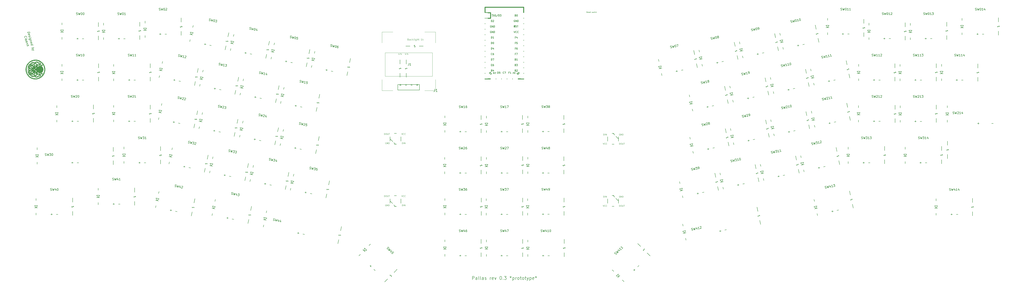
<source format=gto>
G04 #@! TF.GenerationSoftware,KiCad,Pcbnew,(5.1.6)-1*
G04 #@! TF.CreationDate,2021-02-05T14:28:11+01:00*
G04 #@! TF.ProjectId,middle,6d696464-6c65-42e6-9b69-6361645f7063,rev?*
G04 #@! TF.SameCoordinates,Original*
G04 #@! TF.FileFunction,Legend,Top*
G04 #@! TF.FilePolarity,Positive*
%FSLAX46Y46*%
G04 Gerber Fmt 4.6, Leading zero omitted, Abs format (unit mm)*
G04 Created by KiCad (PCBNEW (5.1.6)-1) date 2021-02-05 14:28:11*
%MOMM*%
%LPD*%
G01*
G04 APERTURE LIST*
%ADD10C,0.100000*%
%ADD11C,0.150000*%
%ADD12C,0.200000*%
%ADD13C,0.010000*%
%ADD14C,0.381000*%
%ADD15C,0.120000*%
%ADD16C,0.030000*%
%ADD17C,2.305000*%
%ADD18R,2.305000X2.305000*%
%ADD19C,2.100000*%
%ADD20C,4.400000*%
%ADD21C,2.600000*%
%ADD22R,1.800000X2.200000*%
%ADD23R,1.600000X2.000000*%
%ADD24O,2.000000X2.000000*%
%ADD25R,2.000000X2.000000*%
%ADD26C,2.000000*%
%ADD27C,3.450000*%
%ADD28R,1.600000X1.800000*%
%ADD29C,4.387800*%
%ADD30C,3.448000*%
%ADD31C,1.100000*%
%ADD32C,4.800000*%
%ADD33R,2.400000X3.650000*%
%ADD34R,3.650000X2.400000*%
%ADD35C,2.152600*%
%ADD36R,2.152600X2.152600*%
%ADD37C,3.400000*%
%ADD38C,1.797000*%
%ADD39C,1.924000*%
%ADD40C,2.200000*%
%ADD41R,1.800000X1.600000*%
G04 APERTURE END LIST*
D10*
X326973809Y-42579590D02*
X326807142Y-42341495D01*
X326688095Y-42579590D02*
X326688095Y-42079590D01*
X326878571Y-42079590D01*
X326926190Y-42103400D01*
X326950000Y-42127209D01*
X326973809Y-42174828D01*
X326973809Y-42246257D01*
X326950000Y-42293876D01*
X326926190Y-42317685D01*
X326878571Y-42341495D01*
X326688095Y-42341495D01*
X327378571Y-42555780D02*
X327330952Y-42579590D01*
X327235714Y-42579590D01*
X327188095Y-42555780D01*
X327164285Y-42508161D01*
X327164285Y-42317685D01*
X327188095Y-42270066D01*
X327235714Y-42246257D01*
X327330952Y-42246257D01*
X327378571Y-42270066D01*
X327402380Y-42317685D01*
X327402380Y-42365304D01*
X327164285Y-42412923D01*
X327592857Y-42555780D02*
X327640476Y-42579590D01*
X327735714Y-42579590D01*
X327783333Y-42555780D01*
X327807142Y-42508161D01*
X327807142Y-42484352D01*
X327783333Y-42436733D01*
X327735714Y-42412923D01*
X327664285Y-42412923D01*
X327616666Y-42389114D01*
X327592857Y-42341495D01*
X327592857Y-42317685D01*
X327616666Y-42270066D01*
X327664285Y-42246257D01*
X327735714Y-42246257D01*
X327783333Y-42270066D01*
X328211904Y-42555780D02*
X328164285Y-42579590D01*
X328069047Y-42579590D01*
X328021428Y-42555780D01*
X327997619Y-42508161D01*
X327997619Y-42317685D01*
X328021428Y-42270066D01*
X328069047Y-42246257D01*
X328164285Y-42246257D01*
X328211904Y-42270066D01*
X328235714Y-42317685D01*
X328235714Y-42365304D01*
X327997619Y-42412923D01*
X328378571Y-42246257D02*
X328569047Y-42246257D01*
X328450000Y-42079590D02*
X328450000Y-42508161D01*
X328473809Y-42555780D01*
X328521428Y-42579590D01*
X328569047Y-42579590D01*
X329092857Y-42555780D02*
X329140476Y-42579590D01*
X329235714Y-42579590D01*
X329283333Y-42555780D01*
X329307142Y-42508161D01*
X329307142Y-42484352D01*
X329283333Y-42436733D01*
X329235714Y-42412923D01*
X329164285Y-42412923D01*
X329116666Y-42389114D01*
X329092857Y-42341495D01*
X329092857Y-42317685D01*
X329116666Y-42270066D01*
X329164285Y-42246257D01*
X329235714Y-42246257D01*
X329283333Y-42270066D01*
X329473809Y-42246257D02*
X329569047Y-42579590D01*
X329664285Y-42341495D01*
X329759523Y-42579590D01*
X329854761Y-42246257D01*
X330045238Y-42579590D02*
X330045238Y-42246257D01*
X330045238Y-42079590D02*
X330021428Y-42103400D01*
X330045238Y-42127209D01*
X330069047Y-42103400D01*
X330045238Y-42079590D01*
X330045238Y-42127209D01*
X330211904Y-42246257D02*
X330402380Y-42246257D01*
X330283333Y-42079590D02*
X330283333Y-42508161D01*
X330307142Y-42555780D01*
X330354761Y-42579590D01*
X330402380Y-42579590D01*
X330783333Y-42555780D02*
X330735714Y-42579590D01*
X330640476Y-42579590D01*
X330592857Y-42555780D01*
X330569047Y-42531971D01*
X330545238Y-42484352D01*
X330545238Y-42341495D01*
X330569047Y-42293876D01*
X330592857Y-42270066D01*
X330640476Y-42246257D01*
X330735714Y-42246257D01*
X330783333Y-42270066D01*
X330997619Y-42579590D02*
X330997619Y-42079590D01*
X331211904Y-42579590D02*
X331211904Y-42317685D01*
X331188095Y-42270066D01*
X331140476Y-42246257D01*
X331069047Y-42246257D01*
X331021428Y-42270066D01*
X330997619Y-42293876D01*
X244566266Y-54921257D02*
X244680552Y-54959352D01*
X244718647Y-54997447D01*
X244756742Y-55073638D01*
X244756742Y-55187923D01*
X244718647Y-55264114D01*
X244680552Y-55302209D01*
X244604361Y-55340304D01*
X244299600Y-55340304D01*
X244299600Y-54540304D01*
X244566266Y-54540304D01*
X244642457Y-54578400D01*
X244680552Y-54616495D01*
X244718647Y-54692685D01*
X244718647Y-54768876D01*
X244680552Y-54845066D01*
X244642457Y-54883161D01*
X244566266Y-54921257D01*
X244299600Y-54921257D01*
X245442457Y-55340304D02*
X245442457Y-54921257D01*
X245404361Y-54845066D01*
X245328171Y-54806971D01*
X245175790Y-54806971D01*
X245099600Y-54845066D01*
X245442457Y-55302209D02*
X245366266Y-55340304D01*
X245175790Y-55340304D01*
X245099600Y-55302209D01*
X245061504Y-55226019D01*
X245061504Y-55149828D01*
X245099600Y-55073638D01*
X245175790Y-55035542D01*
X245366266Y-55035542D01*
X245442457Y-54997447D01*
X246166266Y-55302209D02*
X246090076Y-55340304D01*
X245937695Y-55340304D01*
X245861504Y-55302209D01*
X245823409Y-55264114D01*
X245785314Y-55187923D01*
X245785314Y-54959352D01*
X245823409Y-54883161D01*
X245861504Y-54845066D01*
X245937695Y-54806971D01*
X246090076Y-54806971D01*
X246166266Y-54845066D01*
X246509123Y-55340304D02*
X246509123Y-54540304D01*
X246585314Y-55035542D02*
X246813885Y-55340304D01*
X246813885Y-54806971D02*
X246509123Y-55111733D01*
X247271028Y-55340304D02*
X247194838Y-55302209D01*
X247156742Y-55226019D01*
X247156742Y-54540304D01*
X247575790Y-55340304D02*
X247575790Y-54806971D01*
X247575790Y-54540304D02*
X247537695Y-54578400D01*
X247575790Y-54616495D01*
X247613885Y-54578400D01*
X247575790Y-54540304D01*
X247575790Y-54616495D01*
X248299600Y-54806971D02*
X248299600Y-55454590D01*
X248261504Y-55530780D01*
X248223409Y-55568876D01*
X248147219Y-55606971D01*
X248032933Y-55606971D01*
X247956742Y-55568876D01*
X248299600Y-55302209D02*
X248223409Y-55340304D01*
X248071028Y-55340304D01*
X247994838Y-55302209D01*
X247956742Y-55264114D01*
X247918647Y-55187923D01*
X247918647Y-54959352D01*
X247956742Y-54883161D01*
X247994838Y-54845066D01*
X248071028Y-54806971D01*
X248223409Y-54806971D01*
X248299600Y-54845066D01*
X248680552Y-55340304D02*
X248680552Y-54540304D01*
X249023409Y-55340304D02*
X249023409Y-54921257D01*
X248985314Y-54845066D01*
X248909123Y-54806971D01*
X248794838Y-54806971D01*
X248718647Y-54845066D01*
X248680552Y-54883161D01*
X249290076Y-54806971D02*
X249594838Y-54806971D01*
X249404361Y-54540304D02*
X249404361Y-55226019D01*
X249442457Y-55302209D01*
X249518647Y-55340304D01*
X249594838Y-55340304D01*
X250890076Y-55340304D02*
X250432933Y-55340304D01*
X250661504Y-55340304D02*
X250661504Y-54540304D01*
X250585314Y-54654590D01*
X250509123Y-54730780D01*
X250432933Y-54768876D01*
X251232933Y-55340304D02*
X251232933Y-54540304D01*
X251309123Y-55035542D02*
X251537695Y-55340304D01*
X251537695Y-54806971D02*
X251232933Y-55111733D01*
X243360314Y-61546257D02*
X243360314Y-61879590D01*
X243241266Y-61355780D02*
X243122219Y-61712923D01*
X243431742Y-61712923D01*
X243622219Y-61831971D02*
X243646028Y-61855780D01*
X243622219Y-61879590D01*
X243598409Y-61855780D01*
X243622219Y-61831971D01*
X243622219Y-61879590D01*
X243812695Y-61379590D02*
X244146028Y-61379590D01*
X243931742Y-61879590D01*
X244336504Y-61879590D02*
X244336504Y-61379590D01*
X244384123Y-61689114D02*
X244526980Y-61879590D01*
X244526980Y-61546257D02*
X244336504Y-61736733D01*
X240385314Y-61621257D02*
X240385314Y-61954590D01*
X240266266Y-61430780D02*
X240147219Y-61787923D01*
X240456742Y-61787923D01*
X240647219Y-61906971D02*
X240671028Y-61930780D01*
X240647219Y-61954590D01*
X240623409Y-61930780D01*
X240647219Y-61906971D01*
X240647219Y-61954590D01*
X240837695Y-61454590D02*
X241171028Y-61454590D01*
X240956742Y-61954590D01*
X241361504Y-61954590D02*
X241361504Y-61454590D01*
X241409123Y-61764114D02*
X241551980Y-61954590D01*
X241551980Y-61621257D02*
X241361504Y-61811733D01*
D11*
X274185314Y-165606971D02*
X274185314Y-164106971D01*
X274756742Y-164106971D01*
X274899600Y-164178400D01*
X274971028Y-164249828D01*
X275042457Y-164392685D01*
X275042457Y-164606971D01*
X274971028Y-164749828D01*
X274899600Y-164821257D01*
X274756742Y-164892685D01*
X274185314Y-164892685D01*
X276328171Y-165606971D02*
X276328171Y-164821257D01*
X276256742Y-164678400D01*
X276113885Y-164606971D01*
X275828171Y-164606971D01*
X275685314Y-164678400D01*
X276328171Y-165535542D02*
X276185314Y-165606971D01*
X275828171Y-165606971D01*
X275685314Y-165535542D01*
X275613885Y-165392685D01*
X275613885Y-165249828D01*
X275685314Y-165106971D01*
X275828171Y-165035542D01*
X276185314Y-165035542D01*
X276328171Y-164964114D01*
X277256742Y-165606971D02*
X277113885Y-165535542D01*
X277042457Y-165392685D01*
X277042457Y-164106971D01*
X278042457Y-165606971D02*
X277899600Y-165535542D01*
X277828171Y-165392685D01*
X277828171Y-164106971D01*
X279256742Y-165606971D02*
X279256742Y-164821257D01*
X279185314Y-164678400D01*
X279042457Y-164606971D01*
X278756742Y-164606971D01*
X278613885Y-164678400D01*
X279256742Y-165535542D02*
X279113885Y-165606971D01*
X278756742Y-165606971D01*
X278613885Y-165535542D01*
X278542457Y-165392685D01*
X278542457Y-165249828D01*
X278613885Y-165106971D01*
X278756742Y-165035542D01*
X279113885Y-165035542D01*
X279256742Y-164964114D01*
X279899600Y-165535542D02*
X280042457Y-165606971D01*
X280328171Y-165606971D01*
X280471028Y-165535542D01*
X280542457Y-165392685D01*
X280542457Y-165321257D01*
X280471028Y-165178400D01*
X280328171Y-165106971D01*
X280113885Y-165106971D01*
X279971028Y-165035542D01*
X279899600Y-164892685D01*
X279899600Y-164821257D01*
X279971028Y-164678400D01*
X280113885Y-164606971D01*
X280328171Y-164606971D01*
X280471028Y-164678400D01*
X282328171Y-165606971D02*
X282328171Y-164606971D01*
X282328171Y-164892685D02*
X282399600Y-164749828D01*
X282471028Y-164678400D01*
X282613885Y-164606971D01*
X282756742Y-164606971D01*
X283828171Y-165535542D02*
X283685314Y-165606971D01*
X283399600Y-165606971D01*
X283256742Y-165535542D01*
X283185314Y-165392685D01*
X283185314Y-164821257D01*
X283256742Y-164678400D01*
X283399600Y-164606971D01*
X283685314Y-164606971D01*
X283828171Y-164678400D01*
X283899600Y-164821257D01*
X283899600Y-164964114D01*
X283185314Y-165106971D01*
X284399600Y-164606971D02*
X284756742Y-165606971D01*
X285113885Y-164606971D01*
X287113885Y-164106971D02*
X287256742Y-164106971D01*
X287399600Y-164178400D01*
X287471028Y-164249828D01*
X287542457Y-164392685D01*
X287613885Y-164678400D01*
X287613885Y-165035542D01*
X287542457Y-165321257D01*
X287471028Y-165464114D01*
X287399600Y-165535542D01*
X287256742Y-165606971D01*
X287113885Y-165606971D01*
X286971028Y-165535542D01*
X286899600Y-165464114D01*
X286828171Y-165321257D01*
X286756742Y-165035542D01*
X286756742Y-164678400D01*
X286828171Y-164392685D01*
X286899600Y-164249828D01*
X286971028Y-164178400D01*
X287113885Y-164106971D01*
X288256742Y-165464114D02*
X288328171Y-165535542D01*
X288256742Y-165606971D01*
X288185314Y-165535542D01*
X288256742Y-165464114D01*
X288256742Y-165606971D01*
X288828171Y-164106971D02*
X289756742Y-164106971D01*
X289256742Y-164678400D01*
X289471028Y-164678400D01*
X289613885Y-164749828D01*
X289685314Y-164821257D01*
X289756742Y-164964114D01*
X289756742Y-165321257D01*
X289685314Y-165464114D01*
X289613885Y-165535542D01*
X289471028Y-165606971D01*
X289042457Y-165606971D01*
X288899600Y-165535542D01*
X288828171Y-165464114D01*
X291756742Y-164106971D02*
X291756742Y-164464114D01*
X291399600Y-164321257D02*
X291756742Y-164464114D01*
X292113885Y-164321257D01*
X291542457Y-164749828D02*
X291756742Y-164464114D01*
X291971028Y-164749828D01*
X292685314Y-164606971D02*
X292685314Y-166106971D01*
X292685314Y-164678400D02*
X292828171Y-164606971D01*
X293113885Y-164606971D01*
X293256742Y-164678400D01*
X293328171Y-164749828D01*
X293399600Y-164892685D01*
X293399600Y-165321257D01*
X293328171Y-165464114D01*
X293256742Y-165535542D01*
X293113885Y-165606971D01*
X292828171Y-165606971D01*
X292685314Y-165535542D01*
X294042457Y-165606971D02*
X294042457Y-164606971D01*
X294042457Y-164892685D02*
X294113885Y-164749828D01*
X294185314Y-164678400D01*
X294328171Y-164606971D01*
X294471028Y-164606971D01*
X295185314Y-165606971D02*
X295042457Y-165535542D01*
X294971028Y-165464114D01*
X294899600Y-165321257D01*
X294899600Y-164892685D01*
X294971028Y-164749828D01*
X295042457Y-164678400D01*
X295185314Y-164606971D01*
X295399600Y-164606971D01*
X295542457Y-164678400D01*
X295613885Y-164749828D01*
X295685314Y-164892685D01*
X295685314Y-165321257D01*
X295613885Y-165464114D01*
X295542457Y-165535542D01*
X295399600Y-165606971D01*
X295185314Y-165606971D01*
X296113885Y-164606971D02*
X296685314Y-164606971D01*
X296328171Y-164106971D02*
X296328171Y-165392685D01*
X296399600Y-165535542D01*
X296542457Y-165606971D01*
X296685314Y-165606971D01*
X297399600Y-165606971D02*
X297256742Y-165535542D01*
X297185314Y-165464114D01*
X297113885Y-165321257D01*
X297113885Y-164892685D01*
X297185314Y-164749828D01*
X297256742Y-164678400D01*
X297399600Y-164606971D01*
X297613885Y-164606971D01*
X297756742Y-164678400D01*
X297828171Y-164749828D01*
X297899600Y-164892685D01*
X297899600Y-165321257D01*
X297828171Y-165464114D01*
X297756742Y-165535542D01*
X297613885Y-165606971D01*
X297399600Y-165606971D01*
X298328171Y-164606971D02*
X298899600Y-164606971D01*
X298542457Y-164106971D02*
X298542457Y-165392685D01*
X298613885Y-165535542D01*
X298756742Y-165606971D01*
X298899600Y-165606971D01*
X299256742Y-164606971D02*
X299613885Y-165606971D01*
X299971028Y-164606971D02*
X299613885Y-165606971D01*
X299471028Y-165964114D01*
X299399600Y-166035542D01*
X299256742Y-166106971D01*
X300542457Y-164606971D02*
X300542457Y-166106971D01*
X300542457Y-164678400D02*
X300685314Y-164606971D01*
X300971028Y-164606971D01*
X301113885Y-164678400D01*
X301185314Y-164749828D01*
X301256742Y-164892685D01*
X301256742Y-165321257D01*
X301185314Y-165464114D01*
X301113885Y-165535542D01*
X300971028Y-165606971D01*
X300685314Y-165606971D01*
X300542457Y-165535542D01*
X302471028Y-165535542D02*
X302328171Y-165606971D01*
X302042457Y-165606971D01*
X301899600Y-165535542D01*
X301828171Y-165392685D01*
X301828171Y-164821257D01*
X301899600Y-164678400D01*
X302042457Y-164606971D01*
X302328171Y-164606971D01*
X302471028Y-164678400D01*
X302542457Y-164821257D01*
X302542457Y-164964114D01*
X301828171Y-165106971D01*
X303399600Y-164106971D02*
X303399600Y-164464114D01*
X303042457Y-164321257D02*
X303399600Y-164464114D01*
X303756742Y-164321257D01*
X303185314Y-164749828D02*
X303399600Y-164464114D01*
X303613885Y-164749828D01*
D12*
X239224600Y-103278400D02*
X238224600Y-103278400D01*
X236224600Y-101778400D02*
X236224600Y-99778400D01*
X239224600Y-98278400D02*
X238224600Y-98278400D01*
X241224600Y-101778400D02*
X241224600Y-99778400D01*
X236224600Y-101778400D02*
X236224600Y-99778400D01*
X238224600Y-98278400D02*
X239224600Y-98278400D01*
X241224600Y-101778400D02*
X241224600Y-99778400D01*
X238224600Y-103278400D02*
X239224600Y-103278400D01*
D11*
X238724600Y-103278400D02*
X236224600Y-100778400D01*
D12*
X239199600Y-131903400D02*
X238199600Y-131903400D01*
X236199600Y-130403400D02*
X236199600Y-128403400D01*
X239199600Y-126903400D02*
X238199600Y-126903400D01*
X241199600Y-130403400D02*
X241199600Y-128403400D01*
X236199600Y-130403400D02*
X236199600Y-128403400D01*
X238199600Y-126903400D02*
X239199600Y-126903400D01*
X241199600Y-130403400D02*
X241199600Y-128403400D01*
X238199600Y-131903400D02*
X239199600Y-131903400D01*
D11*
X238699600Y-131903400D02*
X236199600Y-129403400D01*
D12*
X338399600Y-126878400D02*
X339399600Y-126878400D01*
X341399600Y-128378400D02*
X341399600Y-130378400D01*
X338399600Y-131878400D02*
X339399600Y-131878400D01*
X336399600Y-128378400D02*
X336399600Y-130378400D01*
X341399600Y-128378400D02*
X341399600Y-130378400D01*
X339399600Y-131878400D02*
X338399600Y-131878400D01*
X336399600Y-128378400D02*
X336399600Y-130378400D01*
X339399600Y-126878400D02*
X338399600Y-126878400D01*
D11*
X338899600Y-126878400D02*
X341399600Y-129378400D01*
D12*
X338399600Y-98278400D02*
X339399600Y-98278400D01*
X341399600Y-99778400D02*
X341399600Y-101778400D01*
X338399600Y-103278400D02*
X339399600Y-103278400D01*
X336399600Y-99778400D02*
X336399600Y-101778400D01*
X341399600Y-99778400D02*
X341399600Y-101778400D01*
X339399600Y-103278400D02*
X338399600Y-103278400D01*
X336399600Y-99778400D02*
X336399600Y-101778400D01*
X339399600Y-98278400D02*
X338399600Y-98278400D01*
D11*
X338899600Y-98278400D02*
X341399600Y-100778400D01*
X261449600Y-94443400D02*
X260749600Y-93403400D01*
X260749600Y-93403400D02*
X262149600Y-93403400D01*
X262149600Y-93403400D02*
X261449600Y-94443400D01*
X262149600Y-94443400D02*
X260749600Y-94443400D01*
X261449600Y-91083400D02*
X261449600Y-90113400D01*
X261449600Y-97733400D02*
X261449600Y-96763400D01*
X442309398Y-108210686D02*
X442902427Y-108595804D01*
X442902427Y-108595804D02*
X441924280Y-108803716D01*
X441924280Y-108803716D02*
X442517309Y-109188834D01*
X442849968Y-110753870D02*
X443265792Y-112710165D01*
X441540125Y-104591540D02*
X441976739Y-106645650D01*
X423679963Y-112171361D02*
X424272992Y-112556479D01*
X424272992Y-112556479D02*
X423294845Y-112764391D01*
X423294845Y-112764391D02*
X423887874Y-113149509D01*
X424220533Y-114714545D02*
X424636357Y-116670840D01*
X422910690Y-108552215D02*
X423347304Y-110606325D01*
X316299600Y-131528400D02*
X316799600Y-132028400D01*
X316799600Y-132028400D02*
X315799600Y-132028400D01*
X315799600Y-132028400D02*
X316299600Y-132528400D01*
X316299600Y-134128400D02*
X316299600Y-136128400D01*
X316299600Y-127828400D02*
X316299600Y-129928400D01*
X73724600Y-109118400D02*
X73024600Y-108078400D01*
X73024600Y-108078400D02*
X74424600Y-108078400D01*
X74424600Y-108078400D02*
X73724600Y-109118400D01*
X74424600Y-109118400D02*
X73024600Y-109118400D01*
X73724600Y-105758400D02*
X73724600Y-104788400D01*
X73724600Y-112408400D02*
X73724600Y-111438400D01*
X213135048Y-144662608D02*
X213520166Y-145255638D01*
X213520166Y-145255638D02*
X212542019Y-145047726D01*
X212542019Y-145047726D02*
X212927137Y-145640756D01*
X212594478Y-147205792D02*
X212178654Y-149162087D01*
X213904321Y-141043462D02*
X213467707Y-143097572D01*
D13*
G36*
X77400519Y-69303594D02*
G01*
X77341281Y-69677042D01*
X77274051Y-69964850D01*
X77189897Y-70236495D01*
X77082639Y-70509592D01*
X76948117Y-70797700D01*
X76714746Y-71210967D01*
X76442466Y-71592981D01*
X76133894Y-71941752D01*
X75791646Y-72255290D01*
X75418337Y-72531607D01*
X75016582Y-72768713D01*
X74588998Y-72964619D01*
X74138200Y-73117337D01*
X73786003Y-73202424D01*
X73677957Y-73222866D01*
X73578362Y-73237990D01*
X73476405Y-73248545D01*
X73361271Y-73255279D01*
X73222149Y-73258940D01*
X73048226Y-73260277D01*
X72949600Y-73260314D01*
X72702016Y-73257844D01*
X72492916Y-73249935D01*
X72310126Y-73234927D01*
X72141472Y-73211160D01*
X71974780Y-73176975D01*
X71797875Y-73130713D01*
X71629541Y-73080393D01*
X71187471Y-72920476D01*
X70779373Y-72725142D01*
X70399836Y-72491060D01*
X70043448Y-72214900D01*
X69710521Y-71899282D01*
X69408155Y-71556716D01*
X69150468Y-71201582D01*
X68934485Y-70828108D01*
X68757233Y-70430525D01*
X68615737Y-70003061D01*
X68514596Y-69578500D01*
X68495778Y-69451172D01*
X68480979Y-69285386D01*
X68470393Y-69093338D01*
X68464216Y-68887227D01*
X68462640Y-68679250D01*
X68465862Y-68481604D01*
X68474075Y-68306486D01*
X68487474Y-68166095D01*
X68491628Y-68138030D01*
X68594091Y-67656030D01*
X68740406Y-67196985D01*
X68929527Y-66762796D01*
X69160408Y-66355365D01*
X69432003Y-65976593D01*
X69743267Y-65628383D01*
X70005054Y-65385917D01*
X70385991Y-65092923D01*
X70788839Y-64844417D01*
X71210427Y-64641162D01*
X71647583Y-64483918D01*
X72097136Y-64373448D01*
X72555912Y-64310513D01*
X72883559Y-64300195D01*
X72883559Y-64666401D01*
X72622661Y-64675073D01*
X72377135Y-64695219D01*
X72162074Y-64726586D01*
X72111400Y-64736899D01*
X71665432Y-64859319D01*
X71242681Y-65024960D01*
X70845527Y-65231291D01*
X70476350Y-65475783D01*
X70137528Y-65755907D01*
X69831443Y-66069134D01*
X69560473Y-66412934D01*
X69326997Y-66784778D01*
X69133395Y-67182137D01*
X68982047Y-67602481D01*
X68875332Y-68043281D01*
X68848468Y-68205331D01*
X68829513Y-68379105D01*
X68817611Y-68581889D01*
X68812969Y-68796323D01*
X68815795Y-69005045D01*
X68826297Y-69190695D01*
X68835621Y-69278212D01*
X68920348Y-69734400D01*
X69050545Y-70171320D01*
X69224304Y-70586295D01*
X69439718Y-70976645D01*
X69694881Y-71339692D01*
X69987886Y-71672757D01*
X70316826Y-71973162D01*
X70679794Y-72238227D01*
X71074883Y-72465276D01*
X71120800Y-72488099D01*
X71548202Y-72670276D01*
X71983131Y-72802301D01*
X72424581Y-72884061D01*
X72871544Y-72915441D01*
X73323011Y-72896327D01*
X73777976Y-72826605D01*
X73889400Y-72801900D01*
X74313926Y-72676671D01*
X74719720Y-72506635D01*
X75103605Y-72294949D01*
X75462404Y-72044770D01*
X75792942Y-71759254D01*
X76092042Y-71441558D01*
X76356527Y-71094839D01*
X76583221Y-70722255D01*
X76768948Y-70326962D01*
X76910530Y-69912116D01*
X76949636Y-69760485D01*
X77010559Y-69462017D01*
X77046952Y-69177389D01*
X77060811Y-68885181D01*
X77056389Y-68615399D01*
X77013818Y-68165066D01*
X76924328Y-67729625D01*
X76790316Y-67311793D01*
X76614180Y-66914283D01*
X76398320Y-66539810D01*
X76145135Y-66191090D01*
X75857022Y-65870837D01*
X75536380Y-65581765D01*
X75185608Y-65326591D01*
X74807104Y-65108028D01*
X74403268Y-64928792D01*
X73976496Y-64791598D01*
X73607545Y-64711765D01*
X73391095Y-64684493D01*
X73144735Y-64669457D01*
X72883559Y-64666401D01*
X72883559Y-64300195D01*
X73020740Y-64295874D01*
X73488450Y-64330292D01*
X73955867Y-64414529D01*
X74003700Y-64426024D01*
X74252424Y-64492503D01*
X74472385Y-64564242D01*
X74685542Y-64649271D01*
X74913858Y-64755621D01*
X74938534Y-64767820D01*
X75349828Y-64999508D01*
X75728874Y-65268481D01*
X76074102Y-65571532D01*
X76383945Y-65905457D01*
X76656833Y-66267048D01*
X76891197Y-66653101D01*
X77085469Y-67060410D01*
X77238078Y-67485770D01*
X77347457Y-67925973D01*
X77412036Y-68377816D01*
X77430246Y-68838091D01*
X77400519Y-69303594D01*
G37*
X77400519Y-69303594D02*
X77341281Y-69677042D01*
X77274051Y-69964850D01*
X77189897Y-70236495D01*
X77082639Y-70509592D01*
X76948117Y-70797700D01*
X76714746Y-71210967D01*
X76442466Y-71592981D01*
X76133894Y-71941752D01*
X75791646Y-72255290D01*
X75418337Y-72531607D01*
X75016582Y-72768713D01*
X74588998Y-72964619D01*
X74138200Y-73117337D01*
X73786003Y-73202424D01*
X73677957Y-73222866D01*
X73578362Y-73237990D01*
X73476405Y-73248545D01*
X73361271Y-73255279D01*
X73222149Y-73258940D01*
X73048226Y-73260277D01*
X72949600Y-73260314D01*
X72702016Y-73257844D01*
X72492916Y-73249935D01*
X72310126Y-73234927D01*
X72141472Y-73211160D01*
X71974780Y-73176975D01*
X71797875Y-73130713D01*
X71629541Y-73080393D01*
X71187471Y-72920476D01*
X70779373Y-72725142D01*
X70399836Y-72491060D01*
X70043448Y-72214900D01*
X69710521Y-71899282D01*
X69408155Y-71556716D01*
X69150468Y-71201582D01*
X68934485Y-70828108D01*
X68757233Y-70430525D01*
X68615737Y-70003061D01*
X68514596Y-69578500D01*
X68495778Y-69451172D01*
X68480979Y-69285386D01*
X68470393Y-69093338D01*
X68464216Y-68887227D01*
X68462640Y-68679250D01*
X68465862Y-68481604D01*
X68474075Y-68306486D01*
X68487474Y-68166095D01*
X68491628Y-68138030D01*
X68594091Y-67656030D01*
X68740406Y-67196985D01*
X68929527Y-66762796D01*
X69160408Y-66355365D01*
X69432003Y-65976593D01*
X69743267Y-65628383D01*
X70005054Y-65385917D01*
X70385991Y-65092923D01*
X70788839Y-64844417D01*
X71210427Y-64641162D01*
X71647583Y-64483918D01*
X72097136Y-64373448D01*
X72555912Y-64310513D01*
X72883559Y-64300195D01*
X72883559Y-64666401D01*
X72622661Y-64675073D01*
X72377135Y-64695219D01*
X72162074Y-64726586D01*
X72111400Y-64736899D01*
X71665432Y-64859319D01*
X71242681Y-65024960D01*
X70845527Y-65231291D01*
X70476350Y-65475783D01*
X70137528Y-65755907D01*
X69831443Y-66069134D01*
X69560473Y-66412934D01*
X69326997Y-66784778D01*
X69133395Y-67182137D01*
X68982047Y-67602481D01*
X68875332Y-68043281D01*
X68848468Y-68205331D01*
X68829513Y-68379105D01*
X68817611Y-68581889D01*
X68812969Y-68796323D01*
X68815795Y-69005045D01*
X68826297Y-69190695D01*
X68835621Y-69278212D01*
X68920348Y-69734400D01*
X69050545Y-70171320D01*
X69224304Y-70586295D01*
X69439718Y-70976645D01*
X69694881Y-71339692D01*
X69987886Y-71672757D01*
X70316826Y-71973162D01*
X70679794Y-72238227D01*
X71074883Y-72465276D01*
X71120800Y-72488099D01*
X71548202Y-72670276D01*
X71983131Y-72802301D01*
X72424581Y-72884061D01*
X72871544Y-72915441D01*
X73323011Y-72896327D01*
X73777976Y-72826605D01*
X73889400Y-72801900D01*
X74313926Y-72676671D01*
X74719720Y-72506635D01*
X75103605Y-72294949D01*
X75462404Y-72044770D01*
X75792942Y-71759254D01*
X76092042Y-71441558D01*
X76356527Y-71094839D01*
X76583221Y-70722255D01*
X76768948Y-70326962D01*
X76910530Y-69912116D01*
X76949636Y-69760485D01*
X77010559Y-69462017D01*
X77046952Y-69177389D01*
X77060811Y-68885181D01*
X77056389Y-68615399D01*
X77013818Y-68165066D01*
X76924328Y-67729625D01*
X76790316Y-67311793D01*
X76614180Y-66914283D01*
X76398320Y-66539810D01*
X76145135Y-66191090D01*
X75857022Y-65870837D01*
X75536380Y-65581765D01*
X75185608Y-65326591D01*
X74807104Y-65108028D01*
X74403268Y-64928792D01*
X73976496Y-64791598D01*
X73607545Y-64711765D01*
X73391095Y-64684493D01*
X73144735Y-64669457D01*
X72883559Y-64666401D01*
X72883559Y-64300195D01*
X73020740Y-64295874D01*
X73488450Y-64330292D01*
X73955867Y-64414529D01*
X74003700Y-64426024D01*
X74252424Y-64492503D01*
X74472385Y-64564242D01*
X74685542Y-64649271D01*
X74913858Y-64755621D01*
X74938534Y-64767820D01*
X75349828Y-64999508D01*
X75728874Y-65268481D01*
X76074102Y-65571532D01*
X76383945Y-65905457D01*
X76656833Y-66267048D01*
X76891197Y-66653101D01*
X77085469Y-67060410D01*
X77238078Y-67485770D01*
X77347457Y-67925973D01*
X77412036Y-68377816D01*
X77430246Y-68838091D01*
X77400519Y-69303594D01*
G36*
X70184240Y-68618532D02*
G01*
X70130609Y-68645672D01*
X70051148Y-68670962D01*
X69958193Y-68690738D01*
X69864082Y-68701336D01*
X69832731Y-68702200D01*
X69681251Y-68680362D01*
X69533947Y-68620314D01*
X69406913Y-68530249D01*
X69335285Y-68448898D01*
X69307466Y-68390260D01*
X69293716Y-68325456D01*
X69295464Y-68271512D01*
X69314139Y-68245453D01*
X69318177Y-68245000D01*
X69349179Y-68262648D01*
X69397836Y-68307374D01*
X69423547Y-68335197D01*
X69506168Y-68416195D01*
X69591611Y-68466574D01*
X69695521Y-68492706D01*
X69830489Y-68500932D01*
X69959867Y-68508624D01*
X70070793Y-68527192D01*
X70153126Y-68554101D01*
X70196725Y-68586818D01*
X70199703Y-68593208D01*
X70184240Y-68618532D01*
G37*
X70184240Y-68618532D02*
X70130609Y-68645672D01*
X70051148Y-68670962D01*
X69958193Y-68690738D01*
X69864082Y-68701336D01*
X69832731Y-68702200D01*
X69681251Y-68680362D01*
X69533947Y-68620314D01*
X69406913Y-68530249D01*
X69335285Y-68448898D01*
X69307466Y-68390260D01*
X69293716Y-68325456D01*
X69295464Y-68271512D01*
X69314139Y-68245453D01*
X69318177Y-68245000D01*
X69349179Y-68262648D01*
X69397836Y-68307374D01*
X69423547Y-68335197D01*
X69506168Y-68416195D01*
X69591611Y-68466574D01*
X69695521Y-68492706D01*
X69830489Y-68500932D01*
X69959867Y-68508624D01*
X70070793Y-68527192D01*
X70153126Y-68554101D01*
X70196725Y-68586818D01*
X70199703Y-68593208D01*
X70184240Y-68618532D01*
G36*
X70553717Y-69642741D02*
G01*
X70537343Y-69715612D01*
X70511611Y-69780073D01*
X70467396Y-69868046D01*
X70412809Y-69965631D01*
X70355960Y-70058925D01*
X70304962Y-70134028D01*
X70268294Y-70176732D01*
X70233427Y-70190661D01*
X70177821Y-70183591D01*
X70105271Y-70160402D01*
X70034182Y-70131428D01*
X69987909Y-70106023D01*
X69977800Y-70094629D01*
X69990222Y-70064828D01*
X70023095Y-70004079D01*
X70069826Y-69924437D01*
X70079786Y-69908069D01*
X70170079Y-69737542D01*
X70217019Y-69588628D01*
X70220624Y-69456489D01*
X70180912Y-69336289D01*
X70097901Y-69223191D01*
X70082389Y-69207211D01*
X69960299Y-69112600D01*
X69833892Y-69068600D01*
X69703207Y-69075208D01*
X69568287Y-69132422D01*
X69429171Y-69240240D01*
X69427897Y-69241443D01*
X69292000Y-69369968D01*
X69292000Y-69281140D01*
X69307807Y-69195655D01*
X69347237Y-69110147D01*
X69349958Y-69106006D01*
X69406644Y-69043464D01*
X69486906Y-68979723D01*
X69534108Y-68950443D01*
X69619175Y-68909965D01*
X69701037Y-68888677D01*
X69803217Y-68881195D01*
X69838100Y-68880841D01*
X70022073Y-68901974D01*
X70187038Y-68962181D01*
X70328054Y-69055561D01*
X70440174Y-69176210D01*
X70518454Y-69318224D01*
X70557950Y-69475702D01*
X70553717Y-69642741D01*
G37*
X70553717Y-69642741D02*
X70537343Y-69715612D01*
X70511611Y-69780073D01*
X70467396Y-69868046D01*
X70412809Y-69965631D01*
X70355960Y-70058925D01*
X70304962Y-70134028D01*
X70268294Y-70176732D01*
X70233427Y-70190661D01*
X70177821Y-70183591D01*
X70105271Y-70160402D01*
X70034182Y-70131428D01*
X69987909Y-70106023D01*
X69977800Y-70094629D01*
X69990222Y-70064828D01*
X70023095Y-70004079D01*
X70069826Y-69924437D01*
X70079786Y-69908069D01*
X70170079Y-69737542D01*
X70217019Y-69588628D01*
X70220624Y-69456489D01*
X70180912Y-69336289D01*
X70097901Y-69223191D01*
X70082389Y-69207211D01*
X69960299Y-69112600D01*
X69833892Y-69068600D01*
X69703207Y-69075208D01*
X69568287Y-69132422D01*
X69429171Y-69240240D01*
X69427897Y-69241443D01*
X69292000Y-69369968D01*
X69292000Y-69281140D01*
X69307807Y-69195655D01*
X69347237Y-69110147D01*
X69349958Y-69106006D01*
X69406644Y-69043464D01*
X69486906Y-68979723D01*
X69534108Y-68950443D01*
X69619175Y-68909965D01*
X69701037Y-68888677D01*
X69803217Y-68881195D01*
X69838100Y-68880841D01*
X70022073Y-68901974D01*
X70187038Y-68962181D01*
X70328054Y-69055561D01*
X70440174Y-69176210D01*
X70518454Y-69318224D01*
X70557950Y-69475702D01*
X70553717Y-69642741D01*
G36*
X74962147Y-66312518D02*
G01*
X74913174Y-66357989D01*
X74887941Y-66376411D01*
X74794282Y-66440054D01*
X74437091Y-66090609D01*
X74258820Y-65920856D01*
X74106526Y-65786919D01*
X73974527Y-65684883D01*
X73857142Y-65610834D01*
X73748691Y-65560858D01*
X73643491Y-65531041D01*
X73618299Y-65526483D01*
X73399852Y-65512421D01*
X73202893Y-65543119D01*
X73029599Y-65616351D01*
X72882145Y-65729891D01*
X72762708Y-65881513D01*
X72673464Y-66068992D01*
X72616588Y-66290102D01*
X72594256Y-66542616D01*
X72594000Y-66574280D01*
X72601657Y-66764199D01*
X72623193Y-66948013D01*
X72656462Y-67117622D01*
X72699312Y-67264926D01*
X72749597Y-67381824D01*
X72805168Y-67460215D01*
X72835008Y-67482843D01*
X72919918Y-67506050D01*
X72992660Y-67485974D01*
X73045357Y-67429951D01*
X73070131Y-67345319D01*
X73065740Y-67267972D01*
X73040927Y-67203666D01*
X72995562Y-67133038D01*
X72941616Y-67070870D01*
X72891063Y-67031948D01*
X72869633Y-67025800D01*
X72843487Y-67014817D01*
X72854441Y-66985768D01*
X72894774Y-66944502D01*
X72956768Y-66896868D01*
X73032703Y-66848714D01*
X73114861Y-66805890D01*
X73195521Y-66774244D01*
X73205625Y-66771219D01*
X73320295Y-66751796D01*
X73458067Y-66747725D01*
X73595172Y-66758393D01*
X73707840Y-66783189D01*
X73710801Y-66784217D01*
X73772044Y-66813497D01*
X73851356Y-66861723D01*
X73937948Y-66920925D01*
X74021032Y-66983138D01*
X74089817Y-67040391D01*
X74133516Y-67084718D01*
X74143400Y-67103703D01*
X74121619Y-67124817D01*
X74073550Y-67141377D01*
X73910575Y-67188153D01*
X73796245Y-67248462D01*
X73730160Y-67322589D01*
X73711600Y-67399751D01*
X73706912Y-67440617D01*
X73685171Y-67454830D01*
X73634866Y-67445120D01*
X73587094Y-67429263D01*
X73519459Y-67411827D01*
X73493694Y-67417562D01*
X73512614Y-67441886D01*
X73561246Y-67471357D01*
X73665431Y-67503792D01*
X73793734Y-67512728D01*
X73924918Y-67497548D01*
X73977091Y-67483399D01*
X74039768Y-67466574D01*
X74079007Y-67463211D01*
X74083089Y-67465021D01*
X74071725Y-67486832D01*
X74026966Y-67532377D01*
X73956513Y-67595527D01*
X73868065Y-67670156D01*
X73769324Y-67750135D01*
X73667991Y-67829337D01*
X73571766Y-67901633D01*
X73488351Y-67960896D01*
X73425447Y-68000999D01*
X73390898Y-68015811D01*
X73378841Y-67996006D01*
X73392331Y-67934528D01*
X73402891Y-67903509D01*
X73423454Y-67833626D01*
X73429516Y-67784546D01*
X73426116Y-67773249D01*
X73390217Y-67767480D01*
X73324069Y-67777987D01*
X73243781Y-67800272D01*
X73165465Y-67829839D01*
X73105230Y-67862191D01*
X73103798Y-67863210D01*
X73067443Y-67903256D01*
X73015516Y-67978522D01*
X72954696Y-68078563D01*
X72891665Y-68192931D01*
X72886100Y-68203593D01*
X72733700Y-68496990D01*
X72456422Y-68600837D01*
X72256880Y-68668461D01*
X72073469Y-68713189D01*
X71890235Y-68737045D01*
X71691223Y-68742052D01*
X71460478Y-68730233D01*
X71445474Y-68729049D01*
X71226612Y-68707484D01*
X70993759Y-68677573D01*
X70763071Y-68641824D01*
X70550705Y-68602740D01*
X70372817Y-68562828D01*
X70371500Y-68562492D01*
X70186839Y-68500835D01*
X70004134Y-68413408D01*
X69833278Y-68307060D01*
X69684165Y-68188639D01*
X69566687Y-68064993D01*
X69497397Y-67957437D01*
X69463001Y-67848604D01*
X69446641Y-67714961D01*
X69449745Y-67579708D01*
X69468133Y-67482835D01*
X69523977Y-67349815D01*
X69599310Y-67242259D01*
X69639637Y-67204412D01*
X69708888Y-67149939D01*
X69782989Y-67296483D01*
X69823116Y-67381166D01*
X69840777Y-67438729D01*
X69839332Y-67485796D01*
X69828545Y-67521967D01*
X69802982Y-67626352D01*
X69812355Y-67720402D01*
X69849739Y-67811118D01*
X69950451Y-67952965D01*
X70096081Y-68072904D01*
X70285527Y-68170542D01*
X70517688Y-68245489D01*
X70791464Y-68297351D01*
X71105754Y-68325738D01*
X71311300Y-68331326D01*
X71717700Y-68333900D01*
X71885916Y-68251596D01*
X71989127Y-68193187D01*
X72090328Y-68123067D01*
X72158966Y-68064457D01*
X72211953Y-68009612D01*
X72243185Y-67965715D01*
X72258429Y-67916363D01*
X72263452Y-67845156D01*
X72263982Y-67765761D01*
X72262057Y-67668514D01*
X72256651Y-67536106D01*
X72248529Y-67383999D01*
X72238451Y-67227652D01*
X72235240Y-67183299D01*
X72221861Y-66810378D01*
X72240366Y-66475963D01*
X72291058Y-66178774D01*
X72374237Y-65917528D01*
X72490204Y-65690945D01*
X72628793Y-65509058D01*
X72798627Y-65358913D01*
X72992913Y-65253253D01*
X73211398Y-65192175D01*
X73453829Y-65175778D01*
X73491980Y-65177165D01*
X73700569Y-65202744D01*
X73897145Y-65260601D01*
X74088686Y-65354335D01*
X74282171Y-65487543D01*
X74484580Y-65663823D01*
X74539683Y-65717308D01*
X74643290Y-65824538D01*
X74743088Y-65936302D01*
X74832915Y-66044776D01*
X74906611Y-66142139D01*
X74958014Y-66220570D01*
X74980965Y-66272244D01*
X74981600Y-66278378D01*
X74962147Y-66312518D01*
G37*
X74962147Y-66312518D02*
X74913174Y-66357989D01*
X74887941Y-66376411D01*
X74794282Y-66440054D01*
X74437091Y-66090609D01*
X74258820Y-65920856D01*
X74106526Y-65786919D01*
X73974527Y-65684883D01*
X73857142Y-65610834D01*
X73748691Y-65560858D01*
X73643491Y-65531041D01*
X73618299Y-65526483D01*
X73399852Y-65512421D01*
X73202893Y-65543119D01*
X73029599Y-65616351D01*
X72882145Y-65729891D01*
X72762708Y-65881513D01*
X72673464Y-66068992D01*
X72616588Y-66290102D01*
X72594256Y-66542616D01*
X72594000Y-66574280D01*
X72601657Y-66764199D01*
X72623193Y-66948013D01*
X72656462Y-67117622D01*
X72699312Y-67264926D01*
X72749597Y-67381824D01*
X72805168Y-67460215D01*
X72835008Y-67482843D01*
X72919918Y-67506050D01*
X72992660Y-67485974D01*
X73045357Y-67429951D01*
X73070131Y-67345319D01*
X73065740Y-67267972D01*
X73040927Y-67203666D01*
X72995562Y-67133038D01*
X72941616Y-67070870D01*
X72891063Y-67031948D01*
X72869633Y-67025800D01*
X72843487Y-67014817D01*
X72854441Y-66985768D01*
X72894774Y-66944502D01*
X72956768Y-66896868D01*
X73032703Y-66848714D01*
X73114861Y-66805890D01*
X73195521Y-66774244D01*
X73205625Y-66771219D01*
X73320295Y-66751796D01*
X73458067Y-66747725D01*
X73595172Y-66758393D01*
X73707840Y-66783189D01*
X73710801Y-66784217D01*
X73772044Y-66813497D01*
X73851356Y-66861723D01*
X73937948Y-66920925D01*
X74021032Y-66983138D01*
X74089817Y-67040391D01*
X74133516Y-67084718D01*
X74143400Y-67103703D01*
X74121619Y-67124817D01*
X74073550Y-67141377D01*
X73910575Y-67188153D01*
X73796245Y-67248462D01*
X73730160Y-67322589D01*
X73711600Y-67399751D01*
X73706912Y-67440617D01*
X73685171Y-67454830D01*
X73634866Y-67445120D01*
X73587094Y-67429263D01*
X73519459Y-67411827D01*
X73493694Y-67417562D01*
X73512614Y-67441886D01*
X73561246Y-67471357D01*
X73665431Y-67503792D01*
X73793734Y-67512728D01*
X73924918Y-67497548D01*
X73977091Y-67483399D01*
X74039768Y-67466574D01*
X74079007Y-67463211D01*
X74083089Y-67465021D01*
X74071725Y-67486832D01*
X74026966Y-67532377D01*
X73956513Y-67595527D01*
X73868065Y-67670156D01*
X73769324Y-67750135D01*
X73667991Y-67829337D01*
X73571766Y-67901633D01*
X73488351Y-67960896D01*
X73425447Y-68000999D01*
X73390898Y-68015811D01*
X73378841Y-67996006D01*
X73392331Y-67934528D01*
X73402891Y-67903509D01*
X73423454Y-67833626D01*
X73429516Y-67784546D01*
X73426116Y-67773249D01*
X73390217Y-67767480D01*
X73324069Y-67777987D01*
X73243781Y-67800272D01*
X73165465Y-67829839D01*
X73105230Y-67862191D01*
X73103798Y-67863210D01*
X73067443Y-67903256D01*
X73015516Y-67978522D01*
X72954696Y-68078563D01*
X72891665Y-68192931D01*
X72886100Y-68203593D01*
X72733700Y-68496990D01*
X72456422Y-68600837D01*
X72256880Y-68668461D01*
X72073469Y-68713189D01*
X71890235Y-68737045D01*
X71691223Y-68742052D01*
X71460478Y-68730233D01*
X71445474Y-68729049D01*
X71226612Y-68707484D01*
X70993759Y-68677573D01*
X70763071Y-68641824D01*
X70550705Y-68602740D01*
X70372817Y-68562828D01*
X70371500Y-68562492D01*
X70186839Y-68500835D01*
X70004134Y-68413408D01*
X69833278Y-68307060D01*
X69684165Y-68188639D01*
X69566687Y-68064993D01*
X69497397Y-67957437D01*
X69463001Y-67848604D01*
X69446641Y-67714961D01*
X69449745Y-67579708D01*
X69468133Y-67482835D01*
X69523977Y-67349815D01*
X69599310Y-67242259D01*
X69639637Y-67204412D01*
X69708888Y-67149939D01*
X69782989Y-67296483D01*
X69823116Y-67381166D01*
X69840777Y-67438729D01*
X69839332Y-67485796D01*
X69828545Y-67521967D01*
X69802982Y-67626352D01*
X69812355Y-67720402D01*
X69849739Y-67811118D01*
X69950451Y-67952965D01*
X70096081Y-68072904D01*
X70285527Y-68170542D01*
X70517688Y-68245489D01*
X70791464Y-68297351D01*
X71105754Y-68325738D01*
X71311300Y-68331326D01*
X71717700Y-68333900D01*
X71885916Y-68251596D01*
X71989127Y-68193187D01*
X72090328Y-68123067D01*
X72158966Y-68064457D01*
X72211953Y-68009612D01*
X72243185Y-67965715D01*
X72258429Y-67916363D01*
X72263452Y-67845156D01*
X72263982Y-67765761D01*
X72262057Y-67668514D01*
X72256651Y-67536106D01*
X72248529Y-67383999D01*
X72238451Y-67227652D01*
X72235240Y-67183299D01*
X72221861Y-66810378D01*
X72240366Y-66475963D01*
X72291058Y-66178774D01*
X72374237Y-65917528D01*
X72490204Y-65690945D01*
X72628793Y-65509058D01*
X72798627Y-65358913D01*
X72992913Y-65253253D01*
X73211398Y-65192175D01*
X73453829Y-65175778D01*
X73491980Y-65177165D01*
X73700569Y-65202744D01*
X73897145Y-65260601D01*
X74088686Y-65354335D01*
X74282171Y-65487543D01*
X74484580Y-65663823D01*
X74539683Y-65717308D01*
X74643290Y-65824538D01*
X74743088Y-65936302D01*
X74832915Y-66044776D01*
X74906611Y-66142139D01*
X74958014Y-66220570D01*
X74980965Y-66272244D01*
X74981600Y-66278378D01*
X74962147Y-66312518D01*
G36*
X70501908Y-70472027D02*
G01*
X70478296Y-70555431D01*
X70445356Y-70613296D01*
X70411664Y-70632600D01*
X70343509Y-70624322D01*
X70242313Y-70602296D01*
X70122557Y-70570733D01*
X69998719Y-70533844D01*
X69885278Y-70495840D01*
X69796713Y-70460933D01*
X69762524Y-70443808D01*
X69619105Y-70335676D01*
X69520868Y-70206384D01*
X69472335Y-70074552D01*
X69447190Y-69889906D01*
X69458358Y-69733900D01*
X69493444Y-69625346D01*
X69533895Y-69559292D01*
X69599051Y-69476753D01*
X69678403Y-69388640D01*
X69761445Y-69305867D01*
X69837671Y-69239346D01*
X69896573Y-69199989D01*
X69907050Y-69195770D01*
X69962783Y-69202374D01*
X70027550Y-69245966D01*
X70089625Y-69317168D01*
X70118401Y-69364762D01*
X70133640Y-69400191D01*
X70132194Y-69430748D01*
X70108166Y-69467452D01*
X70055664Y-69521323D01*
X70013017Y-69561790D01*
X69892763Y-69694314D01*
X69822119Y-69817588D01*
X69800523Y-69930332D01*
X69827412Y-70031261D01*
X69902227Y-70119094D01*
X70024404Y-70192549D01*
X70193382Y-70250342D01*
X70327050Y-70278729D01*
X70421752Y-70296334D01*
X70476839Y-70312127D01*
X70502945Y-70331750D01*
X70510708Y-70360844D01*
X70511059Y-70376317D01*
X70501908Y-70472027D01*
G37*
X70501908Y-70472027D02*
X70478296Y-70555431D01*
X70445356Y-70613296D01*
X70411664Y-70632600D01*
X70343509Y-70624322D01*
X70242313Y-70602296D01*
X70122557Y-70570733D01*
X69998719Y-70533844D01*
X69885278Y-70495840D01*
X69796713Y-70460933D01*
X69762524Y-70443808D01*
X69619105Y-70335676D01*
X69520868Y-70206384D01*
X69472335Y-70074552D01*
X69447190Y-69889906D01*
X69458358Y-69733900D01*
X69493444Y-69625346D01*
X69533895Y-69559292D01*
X69599051Y-69476753D01*
X69678403Y-69388640D01*
X69761445Y-69305867D01*
X69837671Y-69239346D01*
X69896573Y-69199989D01*
X69907050Y-69195770D01*
X69962783Y-69202374D01*
X70027550Y-69245966D01*
X70089625Y-69317168D01*
X70118401Y-69364762D01*
X70133640Y-69400191D01*
X70132194Y-69430748D01*
X70108166Y-69467452D01*
X70055664Y-69521323D01*
X70013017Y-69561790D01*
X69892763Y-69694314D01*
X69822119Y-69817588D01*
X69800523Y-69930332D01*
X69827412Y-70031261D01*
X69902227Y-70119094D01*
X70024404Y-70192549D01*
X70193382Y-70250342D01*
X70327050Y-70278729D01*
X70421752Y-70296334D01*
X70476839Y-70312127D01*
X70502945Y-70331750D01*
X70510708Y-70360844D01*
X70511059Y-70376317D01*
X70501908Y-70472027D01*
G36*
X70547277Y-68162017D02*
G01*
X70512197Y-68186083D01*
X70447831Y-68175723D01*
X70361272Y-68142041D01*
X70282289Y-68103036D01*
X70242480Y-68067868D01*
X70231800Y-68029074D01*
X70213190Y-67934819D01*
X70157798Y-67807677D01*
X70066287Y-67649093D01*
X70036797Y-67603100D01*
X69930799Y-67434442D01*
X69853782Y-67295555D01*
X69801896Y-67177445D01*
X69771291Y-67071117D01*
X69758116Y-66967576D01*
X69757354Y-66950242D01*
X69758981Y-66847306D01*
X69768906Y-66750929D01*
X69781110Y-66695600D01*
X69832810Y-66598558D01*
X69919679Y-66496400D01*
X70028973Y-66400884D01*
X70147947Y-66323769D01*
X70219888Y-66290766D01*
X70315129Y-66257713D01*
X70404356Y-66231333D01*
X70454050Y-66220037D01*
X70505567Y-66215901D01*
X70531335Y-66230440D01*
X70533200Y-66271753D01*
X70513003Y-66347934D01*
X70495320Y-66401302D01*
X70454401Y-66490605D01*
X70392416Y-66562330D01*
X70331297Y-66610635D01*
X70207576Y-66719828D01*
X70131583Y-66834535D01*
X70104827Y-66952455D01*
X70104800Y-66956281D01*
X70120247Y-67037987D01*
X70165106Y-67154796D01*
X70237158Y-67302061D01*
X70334182Y-67475134D01*
X70419946Y-67615811D01*
X70481245Y-67717329D01*
X70519540Y-67795147D01*
X70541269Y-67866963D01*
X70552868Y-67950476D01*
X70556031Y-67989962D01*
X70559684Y-68098365D01*
X70547277Y-68162017D01*
G37*
X70547277Y-68162017D02*
X70512197Y-68186083D01*
X70447831Y-68175723D01*
X70361272Y-68142041D01*
X70282289Y-68103036D01*
X70242480Y-68067868D01*
X70231800Y-68029074D01*
X70213190Y-67934819D01*
X70157798Y-67807677D01*
X70066287Y-67649093D01*
X70036797Y-67603100D01*
X69930799Y-67434442D01*
X69853782Y-67295555D01*
X69801896Y-67177445D01*
X69771291Y-67071117D01*
X69758116Y-66967576D01*
X69757354Y-66950242D01*
X69758981Y-66847306D01*
X69768906Y-66750929D01*
X69781110Y-66695600D01*
X69832810Y-66598558D01*
X69919679Y-66496400D01*
X70028973Y-66400884D01*
X70147947Y-66323769D01*
X70219888Y-66290766D01*
X70315129Y-66257713D01*
X70404356Y-66231333D01*
X70454050Y-66220037D01*
X70505567Y-66215901D01*
X70531335Y-66230440D01*
X70533200Y-66271753D01*
X70513003Y-66347934D01*
X70495320Y-66401302D01*
X70454401Y-66490605D01*
X70392416Y-66562330D01*
X70331297Y-66610635D01*
X70207576Y-66719828D01*
X70131583Y-66834535D01*
X70104827Y-66952455D01*
X70104800Y-66956281D01*
X70120247Y-67037987D01*
X70165106Y-67154796D01*
X70237158Y-67302061D01*
X70334182Y-67475134D01*
X70419946Y-67615811D01*
X70481245Y-67717329D01*
X70519540Y-67795147D01*
X70541269Y-67866963D01*
X70552868Y-67950476D01*
X70556031Y-67989962D01*
X70559684Y-68098365D01*
X70547277Y-68162017D01*
G36*
X71456065Y-70942215D02*
G01*
X71400590Y-70995588D01*
X71318271Y-71061391D01*
X71217405Y-71132669D01*
X71178043Y-71158398D01*
X71042675Y-71233040D01*
X70892347Y-71296557D01*
X70743574Y-71343195D01*
X70612872Y-71367204D01*
X70572801Y-71369200D01*
X70409262Y-71349505D01*
X70241847Y-71295096D01*
X70083708Y-71212980D01*
X69947998Y-71110167D01*
X69847871Y-70993667D01*
X69838000Y-70977620D01*
X69801250Y-70897684D01*
X69772805Y-70804086D01*
X69755044Y-70710803D01*
X69750342Y-70631814D01*
X69761077Y-70581096D01*
X69769113Y-70572491D01*
X69815247Y-70564687D01*
X69829458Y-70567763D01*
X69874215Y-70580971D01*
X69945106Y-70600101D01*
X69971281Y-70606879D01*
X70053830Y-70638660D01*
X70105469Y-70690075D01*
X70120231Y-70716083D01*
X70213348Y-70859760D01*
X70324198Y-70956308D01*
X70453134Y-71005777D01*
X70600509Y-71008214D01*
X70766675Y-70963671D01*
X70951986Y-70872195D01*
X71005123Y-70839600D01*
X71081464Y-70795854D01*
X71146827Y-70766796D01*
X71177418Y-70759600D01*
X71224230Y-70770152D01*
X71292079Y-70796787D01*
X71365807Y-70831969D01*
X71430259Y-70868165D01*
X71470278Y-70897839D01*
X71476400Y-70908229D01*
X71456065Y-70942215D01*
G37*
X71456065Y-70942215D02*
X71400590Y-70995588D01*
X71318271Y-71061391D01*
X71217405Y-71132669D01*
X71178043Y-71158398D01*
X71042675Y-71233040D01*
X70892347Y-71296557D01*
X70743574Y-71343195D01*
X70612872Y-71367204D01*
X70572801Y-71369200D01*
X70409262Y-71349505D01*
X70241847Y-71295096D01*
X70083708Y-71212980D01*
X69947998Y-71110167D01*
X69847871Y-70993667D01*
X69838000Y-70977620D01*
X69801250Y-70897684D01*
X69772805Y-70804086D01*
X69755044Y-70710803D01*
X69750342Y-70631814D01*
X69761077Y-70581096D01*
X69769113Y-70572491D01*
X69815247Y-70564687D01*
X69829458Y-70567763D01*
X69874215Y-70580971D01*
X69945106Y-70600101D01*
X69971281Y-70606879D01*
X70053830Y-70638660D01*
X70105469Y-70690075D01*
X70120231Y-70716083D01*
X70213348Y-70859760D01*
X70324198Y-70956308D01*
X70453134Y-71005777D01*
X70600509Y-71008214D01*
X70766675Y-70963671D01*
X70951986Y-70872195D01*
X71005123Y-70839600D01*
X71081464Y-70795854D01*
X71146827Y-70766796D01*
X71177418Y-70759600D01*
X71224230Y-70770152D01*
X71292079Y-70796787D01*
X71365807Y-70831969D01*
X71430259Y-70868165D01*
X71470278Y-70897839D01*
X71476400Y-70908229D01*
X71456065Y-70942215D01*
G36*
X71313021Y-67142520D02*
G01*
X71278999Y-67159430D01*
X71266850Y-67163055D01*
X71213501Y-67174002D01*
X71121119Y-67188873D01*
X71001186Y-67206198D01*
X70865182Y-67224507D01*
X70724588Y-67242330D01*
X70590885Y-67258197D01*
X70475554Y-67270639D01*
X70390076Y-67278185D01*
X70355208Y-67279771D01*
X70313209Y-67279262D01*
X70283304Y-67272124D01*
X70258954Y-67249986D01*
X70233622Y-67204479D01*
X70200768Y-67127233D01*
X70163782Y-67034719D01*
X70170076Y-66996706D01*
X70178452Y-66989274D01*
X70211990Y-66981971D01*
X70286582Y-66972810D01*
X70392559Y-66962768D01*
X70520255Y-66952817D01*
X70580234Y-66948758D01*
X70720455Y-66939296D01*
X70849095Y-66929875D01*
X70954505Y-66921401D01*
X71025039Y-66914779D01*
X71039614Y-66913028D01*
X71094334Y-66911698D01*
X71141438Y-66930706D01*
X71197428Y-66978283D01*
X71223764Y-67004838D01*
X71287734Y-67073782D01*
X71316710Y-67116823D01*
X71313021Y-67142520D01*
G37*
X71313021Y-67142520D02*
X71278999Y-67159430D01*
X71266850Y-67163055D01*
X71213501Y-67174002D01*
X71121119Y-67188873D01*
X71001186Y-67206198D01*
X70865182Y-67224507D01*
X70724588Y-67242330D01*
X70590885Y-67258197D01*
X70475554Y-67270639D01*
X70390076Y-67278185D01*
X70355208Y-67279771D01*
X70313209Y-67279262D01*
X70283304Y-67272124D01*
X70258954Y-67249986D01*
X70233622Y-67204479D01*
X70200768Y-67127233D01*
X70163782Y-67034719D01*
X70170076Y-66996706D01*
X70178452Y-66989274D01*
X70211990Y-66981971D01*
X70286582Y-66972810D01*
X70392559Y-66962768D01*
X70520255Y-66952817D01*
X70580234Y-66948758D01*
X70720455Y-66939296D01*
X70849095Y-66929875D01*
X70954505Y-66921401D01*
X71025039Y-66914779D01*
X71039614Y-66913028D01*
X71094334Y-66911698D01*
X71141438Y-66930706D01*
X71197428Y-66978283D01*
X71223764Y-67004838D01*
X71287734Y-67073782D01*
X71316710Y-67116823D01*
X71313021Y-67142520D01*
G36*
X74111397Y-70496952D02*
G01*
X74047373Y-70562619D01*
X74022750Y-70585850D01*
X73884520Y-70699339D01*
X73750327Y-70772403D01*
X73604356Y-70811375D01*
X73431702Y-70822593D01*
X73312960Y-70819627D01*
X73225324Y-70808850D01*
X73149258Y-70786455D01*
X73073783Y-70752847D01*
X72989969Y-70707384D01*
X72919859Y-70661557D01*
X72887054Y-70633653D01*
X72860923Y-70599896D01*
X72862832Y-70573071D01*
X72897584Y-70537051D01*
X72922035Y-70516224D01*
X73006822Y-70425779D01*
X73058028Y-70331100D01*
X73076000Y-70240464D01*
X73061085Y-70162149D01*
X73013629Y-70104430D01*
X72933978Y-70075585D01*
X72903511Y-70073800D01*
X72826315Y-70098846D01*
X72756779Y-70173615D01*
X72695296Y-70297555D01*
X72652800Y-70429400D01*
X72631266Y-70542904D01*
X72616157Y-70691932D01*
X72607875Y-70861566D01*
X72606820Y-71036889D01*
X72613393Y-71202982D01*
X72627995Y-71344929D01*
X72628172Y-71346106D01*
X72649644Y-71488113D01*
X72564672Y-71527431D01*
X72468707Y-71568883D01*
X72406639Y-71586244D01*
X72368195Y-71580515D01*
X72343104Y-71552699D01*
X72341195Y-71549231D01*
X72296321Y-71430948D01*
X72262988Y-71265135D01*
X72241171Y-71051407D01*
X72230846Y-70789378D01*
X72231989Y-70478663D01*
X72244573Y-70118878D01*
X72246780Y-70073800D01*
X72254258Y-69917766D01*
X72258245Y-69803762D01*
X72258221Y-69723104D01*
X72253668Y-69667108D01*
X72244066Y-69627090D01*
X72228897Y-69594368D01*
X72216948Y-69574689D01*
X72144383Y-69492044D01*
X72036112Y-69408155D01*
X71905990Y-69332925D01*
X71832000Y-69299584D01*
X71736633Y-69273602D01*
X71602396Y-69254408D01*
X71440830Y-69242494D01*
X71263473Y-69238349D01*
X71081865Y-69242465D01*
X70907545Y-69255333D01*
X70875410Y-69258900D01*
X70625972Y-69288318D01*
X70518762Y-69166709D01*
X70462867Y-69099469D01*
X70423724Y-69045068D01*
X70410576Y-69017859D01*
X70433863Y-69003549D01*
X70498749Y-68983862D01*
X70596601Y-68960999D01*
X70718786Y-68937160D01*
X70746150Y-68932335D01*
X71000798Y-68892805D01*
X71250427Y-68862661D01*
X71487613Y-68842257D01*
X71704927Y-68831947D01*
X71894945Y-68832087D01*
X72050238Y-68843029D01*
X72162200Y-68864766D01*
X72237785Y-68890310D01*
X72342269Y-68928703D01*
X72457659Y-68973255D01*
X72505100Y-68992216D01*
X72733700Y-69084650D01*
X72888028Y-69381073D01*
X72951312Y-69496912D01*
X73012875Y-69599559D01*
X73066091Y-69678593D01*
X73104331Y-69723588D01*
X73107376Y-69726040D01*
X73164982Y-69755385D01*
X73241439Y-69777974D01*
X73319829Y-69790928D01*
X73383234Y-69791366D01*
X73413806Y-69778213D01*
X73414921Y-69742084D01*
X73400754Y-69679720D01*
X73394709Y-69660983D01*
X73377844Y-69595112D01*
X73384174Y-69566493D01*
X73387736Y-69565800D01*
X73418291Y-69580213D01*
X73480234Y-69619216D01*
X73564665Y-69676452D01*
X73662686Y-69745566D01*
X73765397Y-69820201D01*
X73863900Y-69894000D01*
X73949296Y-69960609D01*
X74003700Y-70005754D01*
X74057865Y-70057289D01*
X74088769Y-70095543D01*
X74091609Y-70108237D01*
X74061697Y-70109008D01*
X74001308Y-70094951D01*
X73964609Y-70083275D01*
X73849092Y-70059438D01*
X73726459Y-70059814D01*
X73614547Y-70082556D01*
X73531191Y-70125817D01*
X73528109Y-70128471D01*
X73491971Y-70162367D01*
X73493600Y-70169949D01*
X73521100Y-70161233D01*
X73585983Y-70142602D01*
X73641750Y-70130824D01*
X73692046Y-70128321D01*
X73709868Y-70153919D01*
X73711601Y-70186371D01*
X73735236Y-70263603D01*
X73799097Y-70333188D01*
X73892617Y-70388274D01*
X74005226Y-70422010D01*
X74086250Y-70429258D01*
X74128827Y-70435225D01*
X74137878Y-70456139D01*
X74111397Y-70496952D01*
G37*
X74111397Y-70496952D02*
X74047373Y-70562619D01*
X74022750Y-70585850D01*
X73884520Y-70699339D01*
X73750327Y-70772403D01*
X73604356Y-70811375D01*
X73431702Y-70822593D01*
X73312960Y-70819627D01*
X73225324Y-70808850D01*
X73149258Y-70786455D01*
X73073783Y-70752847D01*
X72989969Y-70707384D01*
X72919859Y-70661557D01*
X72887054Y-70633653D01*
X72860923Y-70599896D01*
X72862832Y-70573071D01*
X72897584Y-70537051D01*
X72922035Y-70516224D01*
X73006822Y-70425779D01*
X73058028Y-70331100D01*
X73076000Y-70240464D01*
X73061085Y-70162149D01*
X73013629Y-70104430D01*
X72933978Y-70075585D01*
X72903511Y-70073800D01*
X72826315Y-70098846D01*
X72756779Y-70173615D01*
X72695296Y-70297555D01*
X72652800Y-70429400D01*
X72631266Y-70542904D01*
X72616157Y-70691932D01*
X72607875Y-70861566D01*
X72606820Y-71036889D01*
X72613393Y-71202982D01*
X72627995Y-71344929D01*
X72628172Y-71346106D01*
X72649644Y-71488113D01*
X72564672Y-71527431D01*
X72468707Y-71568883D01*
X72406639Y-71586244D01*
X72368195Y-71580515D01*
X72343104Y-71552699D01*
X72341195Y-71549231D01*
X72296321Y-71430948D01*
X72262988Y-71265135D01*
X72241171Y-71051407D01*
X72230846Y-70789378D01*
X72231989Y-70478663D01*
X72244573Y-70118878D01*
X72246780Y-70073800D01*
X72254258Y-69917766D01*
X72258245Y-69803762D01*
X72258221Y-69723104D01*
X72253668Y-69667108D01*
X72244066Y-69627090D01*
X72228897Y-69594368D01*
X72216948Y-69574689D01*
X72144383Y-69492044D01*
X72036112Y-69408155D01*
X71905990Y-69332925D01*
X71832000Y-69299584D01*
X71736633Y-69273602D01*
X71602396Y-69254408D01*
X71440830Y-69242494D01*
X71263473Y-69238349D01*
X71081865Y-69242465D01*
X70907545Y-69255333D01*
X70875410Y-69258900D01*
X70625972Y-69288318D01*
X70518762Y-69166709D01*
X70462867Y-69099469D01*
X70423724Y-69045068D01*
X70410576Y-69017859D01*
X70433863Y-69003549D01*
X70498749Y-68983862D01*
X70596601Y-68960999D01*
X70718786Y-68937160D01*
X70746150Y-68932335D01*
X71000798Y-68892805D01*
X71250427Y-68862661D01*
X71487613Y-68842257D01*
X71704927Y-68831947D01*
X71894945Y-68832087D01*
X72050238Y-68843029D01*
X72162200Y-68864766D01*
X72237785Y-68890310D01*
X72342269Y-68928703D01*
X72457659Y-68973255D01*
X72505100Y-68992216D01*
X72733700Y-69084650D01*
X72888028Y-69381073D01*
X72951312Y-69496912D01*
X73012875Y-69599559D01*
X73066091Y-69678593D01*
X73104331Y-69723588D01*
X73107376Y-69726040D01*
X73164982Y-69755385D01*
X73241439Y-69777974D01*
X73319829Y-69790928D01*
X73383234Y-69791366D01*
X73413806Y-69778213D01*
X73414921Y-69742084D01*
X73400754Y-69679720D01*
X73394709Y-69660983D01*
X73377844Y-69595112D01*
X73384174Y-69566493D01*
X73387736Y-69565800D01*
X73418291Y-69580213D01*
X73480234Y-69619216D01*
X73564665Y-69676452D01*
X73662686Y-69745566D01*
X73765397Y-69820201D01*
X73863900Y-69894000D01*
X73949296Y-69960609D01*
X74003700Y-70005754D01*
X74057865Y-70057289D01*
X74088769Y-70095543D01*
X74091609Y-70108237D01*
X74061697Y-70109008D01*
X74001308Y-70094951D01*
X73964609Y-70083275D01*
X73849092Y-70059438D01*
X73726459Y-70059814D01*
X73614547Y-70082556D01*
X73531191Y-70125817D01*
X73528109Y-70128471D01*
X73491971Y-70162367D01*
X73493600Y-70169949D01*
X73521100Y-70161233D01*
X73585983Y-70142602D01*
X73641750Y-70130824D01*
X73692046Y-70128321D01*
X73709868Y-70153919D01*
X73711601Y-70186371D01*
X73735236Y-70263603D01*
X73799097Y-70333188D01*
X73892617Y-70388274D01*
X74005226Y-70422010D01*
X74086250Y-70429258D01*
X74128827Y-70435225D01*
X74137878Y-70456139D01*
X74111397Y-70496952D01*
G36*
X72437936Y-65605555D02*
G01*
X72406975Y-65672731D01*
X72403175Y-65680241D01*
X72364960Y-65751005D01*
X72333572Y-65801006D01*
X72321032Y-65815324D01*
X72287386Y-65815939D01*
X72221401Y-65804634D01*
X72161799Y-65790227D01*
X72008470Y-65765463D01*
X71810232Y-65761272D01*
X71781200Y-65762246D01*
X71657748Y-65769188D01*
X71567208Y-65781264D01*
X71491710Y-65802465D01*
X71413378Y-65836779D01*
X71386396Y-65850358D01*
X71291196Y-65905699D01*
X71201597Y-65968591D01*
X71149163Y-66013867D01*
X71049947Y-66142011D01*
X70964979Y-66304993D01*
X70900566Y-66487476D01*
X70863011Y-66674121D01*
X70858456Y-66721000D01*
X70848168Y-66860700D01*
X70536600Y-66875824D01*
X70537550Y-66677762D01*
X70550102Y-66499562D01*
X70589013Y-66338684D01*
X70597312Y-66314564D01*
X70662638Y-66146819D01*
X70728924Y-66014473D01*
X70805033Y-65902745D01*
X70899829Y-65796853D01*
X70919350Y-65777478D01*
X71062462Y-65659610D01*
X71235309Y-65551510D01*
X71419217Y-65463245D01*
X71595511Y-65404881D01*
X71621328Y-65399080D01*
X71798155Y-65380217D01*
X71991251Y-65389038D01*
X72176271Y-65423538D01*
X72263800Y-65451963D01*
X72363915Y-65492557D01*
X72422348Y-65525200D01*
X72445041Y-65559622D01*
X72437936Y-65605555D01*
G37*
X72437936Y-65605555D02*
X72406975Y-65672731D01*
X72403175Y-65680241D01*
X72364960Y-65751005D01*
X72333572Y-65801006D01*
X72321032Y-65815324D01*
X72287386Y-65815939D01*
X72221401Y-65804634D01*
X72161799Y-65790227D01*
X72008470Y-65765463D01*
X71810232Y-65761272D01*
X71781200Y-65762246D01*
X71657748Y-65769188D01*
X71567208Y-65781264D01*
X71491710Y-65802465D01*
X71413378Y-65836779D01*
X71386396Y-65850358D01*
X71291196Y-65905699D01*
X71201597Y-65968591D01*
X71149163Y-66013867D01*
X71049947Y-66142011D01*
X70964979Y-66304993D01*
X70900566Y-66487476D01*
X70863011Y-66674121D01*
X70858456Y-66721000D01*
X70848168Y-66860700D01*
X70536600Y-66875824D01*
X70537550Y-66677762D01*
X70550102Y-66499562D01*
X70589013Y-66338684D01*
X70597312Y-66314564D01*
X70662638Y-66146819D01*
X70728924Y-66014473D01*
X70805033Y-65902745D01*
X70899829Y-65796853D01*
X70919350Y-65777478D01*
X71062462Y-65659610D01*
X71235309Y-65551510D01*
X71419217Y-65463245D01*
X71595511Y-65404881D01*
X71621328Y-65399080D01*
X71798155Y-65380217D01*
X71991251Y-65389038D01*
X72176271Y-65423538D01*
X72263800Y-65451963D01*
X72363915Y-65492557D01*
X72422348Y-65525200D01*
X72445041Y-65559622D01*
X72437936Y-65605555D01*
G36*
X71901621Y-69542912D02*
G01*
X71882394Y-69606849D01*
X71864225Y-69648170D01*
X71836971Y-69671319D01*
X71786563Y-69682694D01*
X71702828Y-69688499D01*
X71597329Y-69700885D01*
X71493720Y-69724363D01*
X71442885Y-69742081D01*
X71300776Y-69829898D01*
X71171392Y-69962009D01*
X71057963Y-70132802D01*
X70963723Y-70336666D01*
X70891902Y-70567990D01*
X70853226Y-70765886D01*
X70817224Y-70853971D01*
X70742903Y-70912222D01*
X70635564Y-70936834D01*
X70614062Y-70937400D01*
X70536600Y-70937400D01*
X70538272Y-70727850D01*
X70543894Y-70606570D01*
X70557127Y-70483876D01*
X70575204Y-70384840D01*
X70576800Y-70378600D01*
X70626330Y-70225611D01*
X70695564Y-70073950D01*
X70788902Y-69916721D01*
X70910743Y-69747033D01*
X71065485Y-69557992D01*
X71191837Y-69414772D01*
X71316729Y-69276445D01*
X71517215Y-69303339D01*
X71627755Y-69321719D01*
X71731636Y-69345013D01*
X71807907Y-69368460D01*
X71812950Y-69370520D01*
X71879140Y-69410458D01*
X71907675Y-69464445D01*
X71901621Y-69542912D01*
G37*
X71901621Y-69542912D02*
X71882394Y-69606849D01*
X71864225Y-69648170D01*
X71836971Y-69671319D01*
X71786563Y-69682694D01*
X71702828Y-69688499D01*
X71597329Y-69700885D01*
X71493720Y-69724363D01*
X71442885Y-69742081D01*
X71300776Y-69829898D01*
X71171392Y-69962009D01*
X71057963Y-70132802D01*
X70963723Y-70336666D01*
X70891902Y-70567990D01*
X70853226Y-70765886D01*
X70817224Y-70853971D01*
X70742903Y-70912222D01*
X70635564Y-70936834D01*
X70614062Y-70937400D01*
X70536600Y-70937400D01*
X70538272Y-70727850D01*
X70543894Y-70606570D01*
X70557127Y-70483876D01*
X70575204Y-70384840D01*
X70576800Y-70378600D01*
X70626330Y-70225611D01*
X70695564Y-70073950D01*
X70788902Y-69916721D01*
X70910743Y-69747033D01*
X71065485Y-69557992D01*
X71191837Y-69414772D01*
X71316729Y-69276445D01*
X71517215Y-69303339D01*
X71627755Y-69321719D01*
X71731636Y-69345013D01*
X71807907Y-69368460D01*
X71812950Y-69370520D01*
X71879140Y-69410458D01*
X71907675Y-69464445D01*
X71901621Y-69542912D01*
G36*
X71803258Y-68203712D02*
G01*
X71719096Y-68229164D01*
X71616471Y-68251746D01*
X71509570Y-68269398D01*
X71412580Y-68280062D01*
X71339689Y-68281676D01*
X71308947Y-68275476D01*
X71271204Y-68243401D01*
X71209980Y-68179690D01*
X71132612Y-68093088D01*
X71046435Y-67992343D01*
X70958787Y-67886203D01*
X70877003Y-67783414D01*
X70808421Y-67692725D01*
X70760376Y-67622881D01*
X70756965Y-67617349D01*
X70703568Y-67524850D01*
X70659662Y-67440327D01*
X70630005Y-67373942D01*
X70619356Y-67335856D01*
X70622662Y-67330600D01*
X70650337Y-67326271D01*
X70711967Y-67315175D01*
X70761490Y-67305903D01*
X70842781Y-67294247D01*
X70906627Y-67291740D01*
X70927690Y-67295013D01*
X70958265Y-67321999D01*
X71005673Y-67380442D01*
X71060343Y-67458402D01*
X71067481Y-67469343D01*
X71200107Y-67644773D01*
X71340737Y-67771555D01*
X71492273Y-67851584D01*
X71657615Y-67886756D01*
X71709851Y-67888842D01*
X71790962Y-67892934D01*
X71849509Y-67902917D01*
X71868799Y-67912693D01*
X71880805Y-67950481D01*
X71894042Y-68018102D01*
X71898705Y-68049144D01*
X71914215Y-68162301D01*
X71803258Y-68203712D01*
G37*
X71803258Y-68203712D02*
X71719096Y-68229164D01*
X71616471Y-68251746D01*
X71509570Y-68269398D01*
X71412580Y-68280062D01*
X71339689Y-68281676D01*
X71308947Y-68275476D01*
X71271204Y-68243401D01*
X71209980Y-68179690D01*
X71132612Y-68093088D01*
X71046435Y-67992343D01*
X70958787Y-67886203D01*
X70877003Y-67783414D01*
X70808421Y-67692725D01*
X70760376Y-67622881D01*
X70756965Y-67617349D01*
X70703568Y-67524850D01*
X70659662Y-67440327D01*
X70630005Y-67373942D01*
X70619356Y-67335856D01*
X70622662Y-67330600D01*
X70650337Y-67326271D01*
X70711967Y-67315175D01*
X70761490Y-67305903D01*
X70842781Y-67294247D01*
X70906627Y-67291740D01*
X70927690Y-67295013D01*
X70958265Y-67321999D01*
X71005673Y-67380442D01*
X71060343Y-67458402D01*
X71067481Y-67469343D01*
X71200107Y-67644773D01*
X71340737Y-67771555D01*
X71492273Y-67851584D01*
X71657615Y-67886756D01*
X71709851Y-67888842D01*
X71790962Y-67892934D01*
X71849509Y-67902917D01*
X71868799Y-67912693D01*
X71880805Y-67950481D01*
X71894042Y-68018102D01*
X71898705Y-68049144D01*
X71914215Y-68162301D01*
X71803258Y-68203712D01*
G36*
X74904347Y-70835233D02*
G01*
X74889652Y-70858942D01*
X74841668Y-70925458D01*
X74785869Y-70991617D01*
X74752315Y-71024510D01*
X74718412Y-71043426D01*
X74670663Y-71051069D01*
X74595572Y-71050141D01*
X74516107Y-71045626D01*
X74384350Y-71041904D01*
X74262749Y-71049901D01*
X74144470Y-71072412D01*
X74022677Y-71112231D01*
X73890534Y-71172154D01*
X73741207Y-71254976D01*
X73567861Y-71363491D01*
X73363660Y-71500495D01*
X73305200Y-71540760D01*
X72999684Y-71742886D01*
X72724040Y-71905900D01*
X72476756Y-72030636D01*
X72259322Y-72116929D01*
X72140817Y-72151904D01*
X72030735Y-72172089D01*
X71906311Y-72180841D01*
X71817761Y-72182000D01*
X71704204Y-72180969D01*
X71620467Y-72175180D01*
X71549189Y-72160585D01*
X71473007Y-72133137D01*
X71374558Y-72088787D01*
X71332262Y-72068824D01*
X71186142Y-71989441D01*
X71046475Y-71895010D01*
X70920391Y-71792248D01*
X70815021Y-71687873D01*
X70737493Y-71588601D01*
X70694940Y-71501151D01*
X70689000Y-71462832D01*
X70713939Y-71434902D01*
X70786910Y-71407713D01*
X70842030Y-71394466D01*
X70923065Y-71378962D01*
X70981064Y-71371060D01*
X71001807Y-71371945D01*
X71150059Y-71552097D01*
X71319662Y-71686193D01*
X71511356Y-71774595D01*
X71725882Y-71817663D01*
X71919586Y-71819389D01*
X72009481Y-71811523D01*
X72093583Y-71798772D01*
X72177185Y-71778620D01*
X72265580Y-71748554D01*
X72364064Y-71706058D01*
X72477929Y-71648618D01*
X72612470Y-71573718D01*
X72772982Y-71478844D01*
X72964757Y-71361481D01*
X73193090Y-71219114D01*
X73223846Y-71199824D01*
X73442953Y-71065269D01*
X73629357Y-70958414D01*
X73790874Y-70876319D01*
X73935324Y-70816046D01*
X74070523Y-70774656D01*
X74204289Y-70749209D01*
X74344440Y-70736767D01*
X74462432Y-70734200D01*
X74586680Y-70736981D01*
X74702602Y-70744473D01*
X74794154Y-70755400D01*
X74832843Y-70763692D01*
X74894607Y-70784066D01*
X74915755Y-70803409D01*
X74904347Y-70835233D01*
G37*
X74904347Y-70835233D02*
X74889652Y-70858942D01*
X74841668Y-70925458D01*
X74785869Y-70991617D01*
X74752315Y-71024510D01*
X74718412Y-71043426D01*
X74670663Y-71051069D01*
X74595572Y-71050141D01*
X74516107Y-71045626D01*
X74384350Y-71041904D01*
X74262749Y-71049901D01*
X74144470Y-71072412D01*
X74022677Y-71112231D01*
X73890534Y-71172154D01*
X73741207Y-71254976D01*
X73567861Y-71363491D01*
X73363660Y-71500495D01*
X73305200Y-71540760D01*
X72999684Y-71742886D01*
X72724040Y-71905900D01*
X72476756Y-72030636D01*
X72259322Y-72116929D01*
X72140817Y-72151904D01*
X72030735Y-72172089D01*
X71906311Y-72180841D01*
X71817761Y-72182000D01*
X71704204Y-72180969D01*
X71620467Y-72175180D01*
X71549189Y-72160585D01*
X71473007Y-72133137D01*
X71374558Y-72088787D01*
X71332262Y-72068824D01*
X71186142Y-71989441D01*
X71046475Y-71895010D01*
X70920391Y-71792248D01*
X70815021Y-71687873D01*
X70737493Y-71588601D01*
X70694940Y-71501151D01*
X70689000Y-71462832D01*
X70713939Y-71434902D01*
X70786910Y-71407713D01*
X70842030Y-71394466D01*
X70923065Y-71378962D01*
X70981064Y-71371060D01*
X71001807Y-71371945D01*
X71150059Y-71552097D01*
X71319662Y-71686193D01*
X71511356Y-71774595D01*
X71725882Y-71817663D01*
X71919586Y-71819389D01*
X72009481Y-71811523D01*
X72093583Y-71798772D01*
X72177185Y-71778620D01*
X72265580Y-71748554D01*
X72364064Y-71706058D01*
X72477929Y-71648618D01*
X72612470Y-71573718D01*
X72772982Y-71478844D01*
X72964757Y-71361481D01*
X73193090Y-71219114D01*
X73223846Y-71199824D01*
X73442953Y-71065269D01*
X73629357Y-70958414D01*
X73790874Y-70876319D01*
X73935324Y-70816046D01*
X74070523Y-70774656D01*
X74204289Y-70749209D01*
X74344440Y-70736767D01*
X74462432Y-70734200D01*
X74586680Y-70736981D01*
X74702602Y-70744473D01*
X74794154Y-70755400D01*
X74832843Y-70763692D01*
X74894607Y-70784066D01*
X74915755Y-70803409D01*
X74904347Y-70835233D01*
G36*
X72208344Y-67749618D02*
G01*
X72195701Y-67855091D01*
X72177700Y-67924718D01*
X72140967Y-67990797D01*
X72091367Y-68054778D01*
X72041783Y-68101985D01*
X72008026Y-68118000D01*
X71992140Y-68095730D01*
X71971544Y-68039105D01*
X71960866Y-68000587D01*
X71930084Y-67903739D01*
X71887662Y-67799132D01*
X71870734Y-67763650D01*
X71811822Y-67664199D01*
X71724594Y-67538659D01*
X71616847Y-67396672D01*
X71496373Y-67247880D01*
X71370967Y-67101927D01*
X71248424Y-66968455D01*
X71142284Y-66862491D01*
X71055548Y-66777968D01*
X70984713Y-66703458D01*
X70936992Y-66646940D01*
X70919597Y-66616395D01*
X70919606Y-66616142D01*
X70928897Y-66572115D01*
X70949924Y-66502313D01*
X70960438Y-66471504D01*
X70990993Y-66402510D01*
X71022783Y-66356533D01*
X71034188Y-66348307D01*
X71080233Y-66355153D01*
X71153489Y-66395988D01*
X71248264Y-66466093D01*
X71358868Y-66560750D01*
X71479612Y-66675240D01*
X71604805Y-66804845D01*
X71665384Y-66871689D01*
X71770002Y-66987141D01*
X71875659Y-67099404D01*
X71972320Y-67198101D01*
X72049952Y-67272857D01*
X72073677Y-67293943D01*
X72213000Y-67412970D01*
X72213000Y-67626601D01*
X72208344Y-67749618D01*
G37*
X72208344Y-67749618D02*
X72195701Y-67855091D01*
X72177700Y-67924718D01*
X72140967Y-67990797D01*
X72091367Y-68054778D01*
X72041783Y-68101985D01*
X72008026Y-68118000D01*
X71992140Y-68095730D01*
X71971544Y-68039105D01*
X71960866Y-68000587D01*
X71930084Y-67903739D01*
X71887662Y-67799132D01*
X71870734Y-67763650D01*
X71811822Y-67664199D01*
X71724594Y-67538659D01*
X71616847Y-67396672D01*
X71496373Y-67247880D01*
X71370967Y-67101927D01*
X71248424Y-66968455D01*
X71142284Y-66862491D01*
X71055548Y-66777968D01*
X70984713Y-66703458D01*
X70936992Y-66646940D01*
X70919597Y-66616395D01*
X70919606Y-66616142D01*
X70928897Y-66572115D01*
X70949924Y-66502313D01*
X70960438Y-66471504D01*
X70990993Y-66402510D01*
X71022783Y-66356533D01*
X71034188Y-66348307D01*
X71080233Y-66355153D01*
X71153489Y-66395988D01*
X71248264Y-66466093D01*
X71358868Y-66560750D01*
X71479612Y-66675240D01*
X71604805Y-66804845D01*
X71665384Y-66871689D01*
X71770002Y-66987141D01*
X71875659Y-67099404D01*
X71972320Y-67198101D01*
X72049952Y-67272857D01*
X72073677Y-67293943D01*
X72213000Y-67412970D01*
X72213000Y-67626601D01*
X72208344Y-67749618D01*
G36*
X71984856Y-71301369D02*
G01*
X71973701Y-71330228D01*
X71910614Y-71418582D01*
X71812068Y-71475235D01*
X71685208Y-71496162D01*
X71679192Y-71496200D01*
X71584603Y-71487082D01*
X71517000Y-71463807D01*
X71481109Y-71432492D01*
X71481658Y-71399254D01*
X71523374Y-71370209D01*
X71571650Y-71357053D01*
X71680303Y-71319641D01*
X71745343Y-71256197D01*
X71766732Y-71166779D01*
X71753733Y-71081351D01*
X71702704Y-70984162D01*
X71608871Y-70891235D01*
X71480225Y-70807570D01*
X71324758Y-70738164D01*
X71150460Y-70688014D01*
X71112860Y-70680516D01*
X71022799Y-70662452D01*
X70972044Y-70645841D01*
X70949693Y-70624399D01*
X70944844Y-70591841D01*
X70945006Y-70583759D01*
X70955672Y-70508670D01*
X70972522Y-70448450D01*
X71002764Y-70402335D01*
X71055174Y-70380751D01*
X71136375Y-70383351D01*
X71252988Y-70409789D01*
X71321431Y-70430199D01*
X71544598Y-70517928D01*
X71724422Y-70627212D01*
X71859684Y-70757046D01*
X71949167Y-70906428D01*
X71970000Y-70964997D01*
X72001552Y-71097585D01*
X72006446Y-71204041D01*
X71984856Y-71301369D01*
G37*
X71984856Y-71301369D02*
X71973701Y-71330228D01*
X71910614Y-71418582D01*
X71812068Y-71475235D01*
X71685208Y-71496162D01*
X71679192Y-71496200D01*
X71584603Y-71487082D01*
X71517000Y-71463807D01*
X71481109Y-71432492D01*
X71481658Y-71399254D01*
X71523374Y-71370209D01*
X71571650Y-71357053D01*
X71680303Y-71319641D01*
X71745343Y-71256197D01*
X71766732Y-71166779D01*
X71753733Y-71081351D01*
X71702704Y-70984162D01*
X71608871Y-70891235D01*
X71480225Y-70807570D01*
X71324758Y-70738164D01*
X71150460Y-70688014D01*
X71112860Y-70680516D01*
X71022799Y-70662452D01*
X70972044Y-70645841D01*
X70949693Y-70624399D01*
X70944844Y-70591841D01*
X70945006Y-70583759D01*
X70955672Y-70508670D01*
X70972522Y-70448450D01*
X71002764Y-70402335D01*
X71055174Y-70380751D01*
X71136375Y-70383351D01*
X71252988Y-70409789D01*
X71321431Y-70430199D01*
X71544598Y-70517928D01*
X71724422Y-70627212D01*
X71859684Y-70757046D01*
X71949167Y-70906428D01*
X71970000Y-70964997D01*
X72001552Y-71097585D01*
X72006446Y-71204041D01*
X71984856Y-71301369D01*
G36*
X71987085Y-66552405D02*
G01*
X71957451Y-66649391D01*
X71916353Y-66744549D01*
X71870490Y-66825821D01*
X71826560Y-66881148D01*
X71794679Y-66898800D01*
X71758738Y-66880518D01*
X71707953Y-66834204D01*
X71682742Y-66805680D01*
X71605985Y-66712561D01*
X71666010Y-66641225D01*
X71716366Y-66565505D01*
X71755469Y-66480644D01*
X71756504Y-66477568D01*
X71773400Y-66410344D01*
X71765349Y-66362469D01*
X71737257Y-66318173D01*
X71669993Y-66260889D01*
X71583902Y-66225514D01*
X71503792Y-66202830D01*
X71468456Y-66181640D01*
X71472572Y-66155008D01*
X71504311Y-66121827D01*
X71561323Y-66088980D01*
X71646298Y-66074670D01*
X71697051Y-66073300D01*
X71782476Y-66076740D01*
X71837917Y-66092351D01*
X71884010Y-66128062D01*
X71908922Y-66154726D01*
X71979015Y-66268370D01*
X72004226Y-66403240D01*
X71987085Y-66552405D01*
G37*
X71987085Y-66552405D02*
X71957451Y-66649391D01*
X71916353Y-66744549D01*
X71870490Y-66825821D01*
X71826560Y-66881148D01*
X71794679Y-66898800D01*
X71758738Y-66880518D01*
X71707953Y-66834204D01*
X71682742Y-66805680D01*
X71605985Y-66712561D01*
X71666010Y-66641225D01*
X71716366Y-66565505D01*
X71755469Y-66480644D01*
X71756504Y-66477568D01*
X71773400Y-66410344D01*
X71765349Y-66362469D01*
X71737257Y-66318173D01*
X71669993Y-66260889D01*
X71583902Y-66225514D01*
X71503792Y-66202830D01*
X71468456Y-66181640D01*
X71472572Y-66155008D01*
X71504311Y-66121827D01*
X71561323Y-66088980D01*
X71646298Y-66074670D01*
X71697051Y-66073300D01*
X71782476Y-66076740D01*
X71837917Y-66092351D01*
X71884010Y-66128062D01*
X71908922Y-66154726D01*
X71979015Y-66268370D01*
X72004226Y-66403240D01*
X71987085Y-66552405D01*
G36*
X72208591Y-69931391D02*
G01*
X72204183Y-70046552D01*
X72198008Y-70122280D01*
X72186916Y-70169924D01*
X72167755Y-70200834D01*
X72137374Y-70226358D01*
X72124100Y-70235706D01*
X72068565Y-70280234D01*
X71993663Y-70347849D01*
X71914797Y-70424597D01*
X71908200Y-70431303D01*
X71768500Y-70573878D01*
X71634719Y-70492741D01*
X71562250Y-70448029D01*
X71508759Y-70413613D01*
X71488183Y-70398849D01*
X71497216Y-70374627D01*
X71531162Y-70317897D01*
X71584713Y-70236983D01*
X71652564Y-70140211D01*
X71656531Y-70134697D01*
X71789119Y-69939619D01*
X71885262Y-69772245D01*
X71947535Y-69627753D01*
X71970439Y-69546750D01*
X71988341Y-69490792D01*
X72007985Y-69464488D01*
X72009839Y-69464200D01*
X72036889Y-69482006D01*
X72084145Y-69527925D01*
X72124061Y-69572150D01*
X72216881Y-69680100D01*
X72208591Y-69931391D01*
G37*
X72208591Y-69931391D02*
X72204183Y-70046552D01*
X72198008Y-70122280D01*
X72186916Y-70169924D01*
X72167755Y-70200834D01*
X72137374Y-70226358D01*
X72124100Y-70235706D01*
X72068565Y-70280234D01*
X71993663Y-70347849D01*
X71914797Y-70424597D01*
X71908200Y-70431303D01*
X71768500Y-70573878D01*
X71634719Y-70492741D01*
X71562250Y-70448029D01*
X71508759Y-70413613D01*
X71488183Y-70398849D01*
X71497216Y-70374627D01*
X71531162Y-70317897D01*
X71584713Y-70236983D01*
X71652564Y-70140211D01*
X71656531Y-70134697D01*
X71789119Y-69939619D01*
X71885262Y-69772245D01*
X71947535Y-69627753D01*
X71970439Y-69546750D01*
X71988341Y-69490792D01*
X72007985Y-69464488D01*
X72009839Y-69464200D01*
X72036889Y-69482006D01*
X72084145Y-69527925D01*
X72124061Y-69572150D01*
X72216881Y-69680100D01*
X72208591Y-69931391D01*
G36*
X76185550Y-70849328D02*
G01*
X76129328Y-70964325D01*
X76055258Y-71039064D01*
X75999143Y-71076463D01*
X75927331Y-71116144D01*
X75858090Y-71148879D01*
X75809686Y-71165440D01*
X75803999Y-71166000D01*
X75792404Y-71147554D01*
X75806265Y-71100584D01*
X75841142Y-71037637D01*
X75857900Y-71013600D01*
X75909679Y-70913543D01*
X75915740Y-70820046D01*
X75875842Y-70739942D01*
X75867802Y-70731401D01*
X75819864Y-70696236D01*
X75761695Y-70688265D01*
X75714089Y-70693811D01*
X75626497Y-70717244D01*
X75536631Y-70761977D01*
X75440291Y-70831805D01*
X75333281Y-70930521D01*
X75211402Y-71061921D01*
X75070456Y-71229799D01*
X74942310Y-71391424D01*
X74716912Y-71664487D01*
X74500918Y-71891471D01*
X74290796Y-72075421D01*
X74083015Y-72219383D01*
X73874043Y-72326403D01*
X73843865Y-72338863D01*
X73704858Y-72377031D01*
X73536854Y-72396624D01*
X73358133Y-72397659D01*
X73186975Y-72380151D01*
X73041659Y-72344117D01*
X73025800Y-72338144D01*
X72932955Y-72295127D01*
X72837880Y-72240834D01*
X72751483Y-72182834D01*
X72684676Y-72128697D01*
X72648367Y-72085993D01*
X72644826Y-72073803D01*
X72665374Y-72045262D01*
X72718506Y-72003986D01*
X72773720Y-71969920D01*
X72902588Y-71897540D01*
X73050299Y-71976270D01*
X73131038Y-72016246D01*
X73200216Y-72039911D01*
X73276959Y-72051412D01*
X73380395Y-72054896D01*
X73413512Y-72055000D01*
X73539468Y-72050048D01*
X73653489Y-72036708D01*
X73734550Y-72017764D01*
X73899322Y-71939585D01*
X74080943Y-71815245D01*
X74279804Y-71644419D01*
X74496294Y-71426778D01*
X74668760Y-71234602D01*
X74884091Y-70993618D01*
X75077278Y-70795215D01*
X75251070Y-70637693D01*
X75408218Y-70519349D01*
X75551470Y-70438483D01*
X75683576Y-70393392D01*
X75807284Y-70382375D01*
X75925345Y-70403731D01*
X75978569Y-70423982D01*
X76089735Y-70491983D01*
X76158879Y-70583219D01*
X76192793Y-70706944D01*
X76194091Y-70717657D01*
X76185550Y-70849328D01*
G37*
X76185550Y-70849328D02*
X76129328Y-70964325D01*
X76055258Y-71039064D01*
X75999143Y-71076463D01*
X75927331Y-71116144D01*
X75858090Y-71148879D01*
X75809686Y-71165440D01*
X75803999Y-71166000D01*
X75792404Y-71147554D01*
X75806265Y-71100584D01*
X75841142Y-71037637D01*
X75857900Y-71013600D01*
X75909679Y-70913543D01*
X75915740Y-70820046D01*
X75875842Y-70739942D01*
X75867802Y-70731401D01*
X75819864Y-70696236D01*
X75761695Y-70688265D01*
X75714089Y-70693811D01*
X75626497Y-70717244D01*
X75536631Y-70761977D01*
X75440291Y-70831805D01*
X75333281Y-70930521D01*
X75211402Y-71061921D01*
X75070456Y-71229799D01*
X74942310Y-71391424D01*
X74716912Y-71664487D01*
X74500918Y-71891471D01*
X74290796Y-72075421D01*
X74083015Y-72219383D01*
X73874043Y-72326403D01*
X73843865Y-72338863D01*
X73704858Y-72377031D01*
X73536854Y-72396624D01*
X73358133Y-72397659D01*
X73186975Y-72380151D01*
X73041659Y-72344117D01*
X73025800Y-72338144D01*
X72932955Y-72295127D01*
X72837880Y-72240834D01*
X72751483Y-72182834D01*
X72684676Y-72128697D01*
X72648367Y-72085993D01*
X72644826Y-72073803D01*
X72665374Y-72045262D01*
X72718506Y-72003986D01*
X72773720Y-71969920D01*
X72902588Y-71897540D01*
X73050299Y-71976270D01*
X73131038Y-72016246D01*
X73200216Y-72039911D01*
X73276959Y-72051412D01*
X73380395Y-72054896D01*
X73413512Y-72055000D01*
X73539468Y-72050048D01*
X73653489Y-72036708D01*
X73734550Y-72017764D01*
X73899322Y-71939585D01*
X74080943Y-71815245D01*
X74279804Y-71644419D01*
X74496294Y-71426778D01*
X74668760Y-71234602D01*
X74884091Y-70993618D01*
X75077278Y-70795215D01*
X75251070Y-70637693D01*
X75408218Y-70519349D01*
X75551470Y-70438483D01*
X75683576Y-70393392D01*
X75807284Y-70382375D01*
X75925345Y-70403731D01*
X75978569Y-70423982D01*
X76089735Y-70491983D01*
X76158879Y-70583219D01*
X76192793Y-70706944D01*
X76194091Y-70717657D01*
X76185550Y-70849328D01*
G36*
X75427373Y-66129435D02*
G01*
X75374065Y-66306267D01*
X75284372Y-66472921D01*
X75166700Y-66618090D01*
X75029453Y-66730465D01*
X74947839Y-66774565D01*
X74872258Y-66803046D01*
X74789207Y-66822338D01*
X74684673Y-66834737D01*
X74544640Y-66842543D01*
X74530016Y-66843092D01*
X74395288Y-66846538D01*
X74293966Y-66844145D01*
X74208807Y-66833999D01*
X74122569Y-66814181D01*
X74034716Y-66788043D01*
X73923929Y-66747347D01*
X73789095Y-66688983D01*
X73649565Y-66621685D01*
X73555578Y-66571776D01*
X73414734Y-66490778D01*
X73271797Y-66404259D01*
X73133493Y-66316761D01*
X73006551Y-66232823D01*
X72897700Y-66156985D01*
X72813669Y-66093789D01*
X72761185Y-66047774D01*
X72746400Y-66025742D01*
X72760444Y-65986927D01*
X72796269Y-65925285D01*
X72822760Y-65886610D01*
X72869601Y-65826672D01*
X72905907Y-65788636D01*
X72918010Y-65781514D01*
X72944822Y-65795294D01*
X73004962Y-65832808D01*
X73090120Y-65888687D01*
X73191988Y-65957563D01*
X73216300Y-65974260D01*
X73424009Y-66116156D01*
X73597021Y-66231013D01*
X73741567Y-66321886D01*
X73863874Y-66391832D01*
X73970174Y-66443907D01*
X74066695Y-66481165D01*
X74159667Y-66506662D01*
X74255319Y-66523455D01*
X74358375Y-66534472D01*
X74538447Y-66541012D01*
X74684008Y-66525125D01*
X74807147Y-66484612D01*
X74890651Y-66437679D01*
X75012767Y-66331058D01*
X75091637Y-66207248D01*
X75128242Y-66074048D01*
X75123564Y-65939259D01*
X75078586Y-65810682D01*
X74994289Y-65696115D01*
X74871655Y-65603361D01*
X74780364Y-65561527D01*
X74690201Y-65525448D01*
X74645741Y-65498348D01*
X74643603Y-65476101D01*
X74680411Y-65454580D01*
X74689777Y-65450894D01*
X74769612Y-65435147D01*
X74862153Y-65447617D01*
X74976956Y-65490430D01*
X75066081Y-65534498D01*
X75215943Y-65634890D01*
X75329848Y-65756045D01*
X75403775Y-65891339D01*
X75433702Y-66034150D01*
X75427373Y-66129435D01*
G37*
X75427373Y-66129435D02*
X75374065Y-66306267D01*
X75284372Y-66472921D01*
X75166700Y-66618090D01*
X75029453Y-66730465D01*
X74947839Y-66774565D01*
X74872258Y-66803046D01*
X74789207Y-66822338D01*
X74684673Y-66834737D01*
X74544640Y-66842543D01*
X74530016Y-66843092D01*
X74395288Y-66846538D01*
X74293966Y-66844145D01*
X74208807Y-66833999D01*
X74122569Y-66814181D01*
X74034716Y-66788043D01*
X73923929Y-66747347D01*
X73789095Y-66688983D01*
X73649565Y-66621685D01*
X73555578Y-66571776D01*
X73414734Y-66490778D01*
X73271797Y-66404259D01*
X73133493Y-66316761D01*
X73006551Y-66232823D01*
X72897700Y-66156985D01*
X72813669Y-66093789D01*
X72761185Y-66047774D01*
X72746400Y-66025742D01*
X72760444Y-65986927D01*
X72796269Y-65925285D01*
X72822760Y-65886610D01*
X72869601Y-65826672D01*
X72905907Y-65788636D01*
X72918010Y-65781514D01*
X72944822Y-65795294D01*
X73004962Y-65832808D01*
X73090120Y-65888687D01*
X73191988Y-65957563D01*
X73216300Y-65974260D01*
X73424009Y-66116156D01*
X73597021Y-66231013D01*
X73741567Y-66321886D01*
X73863874Y-66391832D01*
X73970174Y-66443907D01*
X74066695Y-66481165D01*
X74159667Y-66506662D01*
X74255319Y-66523455D01*
X74358375Y-66534472D01*
X74538447Y-66541012D01*
X74684008Y-66525125D01*
X74807147Y-66484612D01*
X74890651Y-66437679D01*
X75012767Y-66331058D01*
X75091637Y-66207248D01*
X75128242Y-66074048D01*
X75123564Y-65939259D01*
X75078586Y-65810682D01*
X74994289Y-65696115D01*
X74871655Y-65603361D01*
X74780364Y-65561527D01*
X74690201Y-65525448D01*
X74645741Y-65498348D01*
X74643603Y-65476101D01*
X74680411Y-65454580D01*
X74689777Y-65450894D01*
X74769612Y-65435147D01*
X74862153Y-65447617D01*
X74976956Y-65490430D01*
X75066081Y-65534498D01*
X75215943Y-65634890D01*
X75329848Y-65756045D01*
X75403775Y-65891339D01*
X75433702Y-66034150D01*
X75427373Y-66129435D01*
G36*
X75413597Y-71661266D02*
G01*
X75346837Y-71789671D01*
X75246022Y-71909514D01*
X75119210Y-72012535D01*
X74974460Y-72090473D01*
X74857526Y-72127823D01*
X74769206Y-72138161D01*
X74692150Y-72130986D01*
X74640196Y-72108973D01*
X74626000Y-72083069D01*
X74647981Y-72062147D01*
X74704239Y-72034770D01*
X74749427Y-72018087D01*
X74892026Y-71950254D01*
X75010969Y-71853567D01*
X75095165Y-71738044D01*
X75117911Y-71685114D01*
X75141813Y-71571246D01*
X75137946Y-71464658D01*
X75107177Y-71382640D01*
X75102419Y-71376155D01*
X75099969Y-71339639D01*
X75131769Y-71275664D01*
X75174139Y-71214022D01*
X75270294Y-71083033D01*
X75316213Y-71139741D01*
X75356824Y-71210543D01*
X75394989Y-71311008D01*
X75424194Y-71420162D01*
X75437923Y-71517031D01*
X75438243Y-71532560D01*
X75413597Y-71661266D01*
G37*
X75413597Y-71661266D02*
X75346837Y-71789671D01*
X75246022Y-71909514D01*
X75119210Y-72012535D01*
X74974460Y-72090473D01*
X74857526Y-72127823D01*
X74769206Y-72138161D01*
X74692150Y-72130986D01*
X74640196Y-72108973D01*
X74626000Y-72083069D01*
X74647981Y-72062147D01*
X74704239Y-72034770D01*
X74749427Y-72018087D01*
X74892026Y-71950254D01*
X75010969Y-71853567D01*
X75095165Y-71738044D01*
X75117911Y-71685114D01*
X75141813Y-71571246D01*
X75137946Y-71464658D01*
X75107177Y-71382640D01*
X75102419Y-71376155D01*
X75099969Y-71339639D01*
X75131769Y-71275664D01*
X75174139Y-71214022D01*
X75270294Y-71083033D01*
X75316213Y-71139741D01*
X75356824Y-71210543D01*
X75394989Y-71311008D01*
X75424194Y-71420162D01*
X75437923Y-71517031D01*
X75438243Y-71532560D01*
X75413597Y-71661266D01*
G36*
X76148054Y-66999789D02*
G01*
X76069864Y-67092730D01*
X76005405Y-67138951D01*
X75946800Y-67166386D01*
X75852911Y-67180749D01*
X75737717Y-67179184D01*
X75627697Y-67163004D01*
X75578500Y-67148159D01*
X75492794Y-67107241D01*
X75396824Y-67050242D01*
X75300691Y-66984680D01*
X75214494Y-66918070D01*
X75148335Y-66857928D01*
X75112313Y-66811771D01*
X75108600Y-66798488D01*
X75125277Y-66771493D01*
X75166660Y-66725976D01*
X75179840Y-66713052D01*
X75253527Y-66658035D01*
X75313880Y-66649692D01*
X75365840Y-66687238D01*
X75407121Y-66725253D01*
X75473362Y-66774716D01*
X75513623Y-66801538D01*
X75611397Y-66848913D01*
X75712118Y-66873456D01*
X75802826Y-66874395D01*
X75870560Y-66850957D01*
X75895107Y-66824269D01*
X75919769Y-66736560D01*
X75900220Y-66641979D01*
X75843330Y-66544648D01*
X75801802Y-66482022D01*
X75779186Y-66437201D01*
X75778128Y-66424005D01*
X75812587Y-66420991D01*
X75874462Y-66438946D01*
X75948332Y-66471533D01*
X76018774Y-66512414D01*
X76049958Y-66535708D01*
X76145053Y-66643034D01*
X76193271Y-66760916D01*
X76194356Y-66882215D01*
X76148054Y-66999789D01*
G37*
X76148054Y-66999789D02*
X76069864Y-67092730D01*
X76005405Y-67138951D01*
X75946800Y-67166386D01*
X75852911Y-67180749D01*
X75737717Y-67179184D01*
X75627697Y-67163004D01*
X75578500Y-67148159D01*
X75492794Y-67107241D01*
X75396824Y-67050242D01*
X75300691Y-66984680D01*
X75214494Y-66918070D01*
X75148335Y-66857928D01*
X75112313Y-66811771D01*
X75108600Y-66798488D01*
X75125277Y-66771493D01*
X75166660Y-66725976D01*
X75179840Y-66713052D01*
X75253527Y-66658035D01*
X75313880Y-66649692D01*
X75365840Y-66687238D01*
X75407121Y-66725253D01*
X75473362Y-66774716D01*
X75513623Y-66801538D01*
X75611397Y-66848913D01*
X75712118Y-66873456D01*
X75802826Y-66874395D01*
X75870560Y-66850957D01*
X75895107Y-66824269D01*
X75919769Y-66736560D01*
X75900220Y-66641979D01*
X75843330Y-66544648D01*
X75801802Y-66482022D01*
X75779186Y-66437201D01*
X75778128Y-66424005D01*
X75812587Y-66420991D01*
X75874462Y-66438946D01*
X75948332Y-66471533D01*
X76018774Y-66512414D01*
X76049958Y-66535708D01*
X76145053Y-66643034D01*
X76193271Y-66760916D01*
X76194356Y-66882215D01*
X76148054Y-66999789D01*
G36*
X76568537Y-68692039D02*
G01*
X76559239Y-68718814D01*
X76542410Y-68788955D01*
X76558319Y-68863628D01*
X76568711Y-68902859D01*
X76569347Y-68946277D01*
X76558067Y-69004058D01*
X76532710Y-69086380D01*
X76491117Y-69203420D01*
X76479429Y-69235229D01*
X76400127Y-69442603D01*
X76323555Y-69628142D01*
X76252862Y-69784802D01*
X76191195Y-69905540D01*
X76150312Y-69971762D01*
X76088401Y-70029129D01*
X75980820Y-70094258D01*
X75831800Y-70165380D01*
X75645570Y-70240732D01*
X75426360Y-70318547D01*
X75178401Y-70397059D01*
X75024123Y-70441925D01*
X74774545Y-70512302D01*
X74693923Y-70453423D01*
X74647027Y-70417497D01*
X74569535Y-70356271D01*
X74470116Y-70276671D01*
X74357443Y-70185627D01*
X74283100Y-70125141D01*
X73877027Y-69801852D01*
X73475822Y-69498057D01*
X73091984Y-69223183D01*
X73038500Y-69186279D01*
X72925557Y-69107821D01*
X72824387Y-69035832D01*
X72744059Y-68976888D01*
X72693640Y-68937566D01*
X72684873Y-68929787D01*
X72653439Y-68895028D01*
X72656281Y-68869547D01*
X72696030Y-68833059D01*
X72697573Y-68831787D01*
X72759100Y-68781041D01*
X72701950Y-68740180D01*
X72659907Y-68703128D01*
X72644800Y-68677769D01*
X72664699Y-68657234D01*
X72720111Y-68612847D01*
X72804611Y-68549422D01*
X72911775Y-68471774D01*
X73035176Y-68384717D01*
X73045137Y-68377783D01*
X73287289Y-68207492D01*
X73520833Y-68039661D01*
X73738822Y-67879452D01*
X73934309Y-67732028D01*
X74100345Y-67602549D01*
X74217724Y-67506584D01*
X74372223Y-67376283D01*
X74493296Y-67275263D01*
X74586263Y-67199953D01*
X74656446Y-67146782D01*
X74709167Y-67112179D01*
X74749746Y-67092573D01*
X74783506Y-67084395D01*
X74815768Y-67084072D01*
X74843088Y-67086949D01*
X74906276Y-67100152D01*
X75007186Y-67127490D01*
X75135811Y-67165706D01*
X75282144Y-67211543D01*
X75436177Y-67261744D01*
X75587903Y-67313052D01*
X75727314Y-67362209D01*
X75844404Y-67405960D01*
X75924191Y-67438805D01*
X76027848Y-67496712D01*
X76111618Y-67564966D01*
X76133272Y-67589760D01*
X76189709Y-67677737D01*
X76256295Y-67804297D01*
X76328457Y-67959406D01*
X76401620Y-68133028D01*
X76471209Y-68315128D01*
X76496486Y-68386552D01*
X76537224Y-68508206D01*
X76561515Y-68592806D01*
X76571304Y-68650650D01*
X76568537Y-68692039D01*
G37*
X76568537Y-68692039D02*
X76559239Y-68718814D01*
X76542410Y-68788955D01*
X76558319Y-68863628D01*
X76568711Y-68902859D01*
X76569347Y-68946277D01*
X76558067Y-69004058D01*
X76532710Y-69086380D01*
X76491117Y-69203420D01*
X76479429Y-69235229D01*
X76400127Y-69442603D01*
X76323555Y-69628142D01*
X76252862Y-69784802D01*
X76191195Y-69905540D01*
X76150312Y-69971762D01*
X76088401Y-70029129D01*
X75980820Y-70094258D01*
X75831800Y-70165380D01*
X75645570Y-70240732D01*
X75426360Y-70318547D01*
X75178401Y-70397059D01*
X75024123Y-70441925D01*
X74774545Y-70512302D01*
X74693923Y-70453423D01*
X74647027Y-70417497D01*
X74569535Y-70356271D01*
X74470116Y-70276671D01*
X74357443Y-70185627D01*
X74283100Y-70125141D01*
X73877027Y-69801852D01*
X73475822Y-69498057D01*
X73091984Y-69223183D01*
X73038500Y-69186279D01*
X72925557Y-69107821D01*
X72824387Y-69035832D01*
X72744059Y-68976888D01*
X72693640Y-68937566D01*
X72684873Y-68929787D01*
X72653439Y-68895028D01*
X72656281Y-68869547D01*
X72696030Y-68833059D01*
X72697573Y-68831787D01*
X72759100Y-68781041D01*
X72701950Y-68740180D01*
X72659907Y-68703128D01*
X72644800Y-68677769D01*
X72664699Y-68657234D01*
X72720111Y-68612847D01*
X72804611Y-68549422D01*
X72911775Y-68471774D01*
X73035176Y-68384717D01*
X73045137Y-68377783D01*
X73287289Y-68207492D01*
X73520833Y-68039661D01*
X73738822Y-67879452D01*
X73934309Y-67732028D01*
X74100345Y-67602549D01*
X74217724Y-67506584D01*
X74372223Y-67376283D01*
X74493296Y-67275263D01*
X74586263Y-67199953D01*
X74656446Y-67146782D01*
X74709167Y-67112179D01*
X74749746Y-67092573D01*
X74783506Y-67084395D01*
X74815768Y-67084072D01*
X74843088Y-67086949D01*
X74906276Y-67100152D01*
X75007186Y-67127490D01*
X75135811Y-67165706D01*
X75282144Y-67211543D01*
X75436177Y-67261744D01*
X75587903Y-67313052D01*
X75727314Y-67362209D01*
X75844404Y-67405960D01*
X75924191Y-67438805D01*
X76027848Y-67496712D01*
X76111618Y-67564966D01*
X76133272Y-67589760D01*
X76189709Y-67677737D01*
X76256295Y-67804297D01*
X76328457Y-67959406D01*
X76401620Y-68133028D01*
X76471209Y-68315128D01*
X76496486Y-68386552D01*
X76537224Y-68508206D01*
X76561515Y-68592806D01*
X76571304Y-68650650D01*
X76568537Y-68692039D01*
D14*
X282498800Y-42638400D02*
X279958800Y-42638400D01*
X279958800Y-40098400D02*
X279958800Y-42638400D01*
X297738800Y-40098400D02*
X279958800Y-40098400D01*
X297738800Y-42638400D02*
X297738800Y-40098400D01*
D11*
G36*
X293780368Y-49117760D02*
G01*
X293780368Y-49317760D01*
X293680368Y-49317760D01*
X293680368Y-49117760D01*
X293780368Y-49117760D01*
G37*
X293780368Y-49117760D02*
X293780368Y-49317760D01*
X293680368Y-49317760D01*
X293680368Y-49117760D01*
X293780368Y-49117760D01*
G36*
X293380368Y-48517760D02*
G01*
X293380368Y-49317760D01*
X293280368Y-49317760D01*
X293280368Y-48517760D01*
X293380368Y-48517760D01*
G37*
X293380368Y-48517760D02*
X293380368Y-49317760D01*
X293280368Y-49317760D01*
X293280368Y-48517760D01*
X293380368Y-48517760D01*
G36*
X293780368Y-48517760D02*
G01*
X293780368Y-48617760D01*
X293280368Y-48617760D01*
X293280368Y-48517760D01*
X293780368Y-48517760D01*
G37*
X293780368Y-48517760D02*
X293780368Y-48617760D01*
X293280368Y-48617760D01*
X293280368Y-48517760D01*
X293780368Y-48517760D01*
G36*
X293580368Y-48917760D02*
G01*
X293580368Y-49017760D01*
X293480368Y-49017760D01*
X293480368Y-48917760D01*
X293580368Y-48917760D01*
G37*
X293580368Y-48917760D02*
X293580368Y-49017760D01*
X293480368Y-49017760D01*
X293480368Y-48917760D01*
X293580368Y-48917760D01*
G36*
X293780368Y-48517760D02*
G01*
X293780368Y-48817760D01*
X293680368Y-48817760D01*
X293680368Y-48517760D01*
X293780368Y-48517760D01*
G37*
X293780368Y-48517760D02*
X293780368Y-48817760D01*
X293680368Y-48817760D01*
X293680368Y-48517760D01*
X293780368Y-48517760D01*
D14*
X282498800Y-45178400D02*
X279958800Y-45178400D01*
X282498800Y-42638400D02*
X282498800Y-45178400D01*
X297738800Y-73118400D02*
X297738800Y-42638400D01*
X279958800Y-73118400D02*
X297738800Y-73118400D01*
X279958800Y-42638400D02*
X279958800Y-73118400D01*
D11*
X130574600Y-107853400D02*
X131074600Y-108353400D01*
X131074600Y-108353400D02*
X130074600Y-108353400D01*
X130074600Y-108353400D02*
X130574600Y-108853400D01*
X130574600Y-110453400D02*
X130574600Y-112453400D01*
X130574600Y-104153400D02*
X130574600Y-106253400D01*
X447205197Y-87840032D02*
X447798226Y-88225150D01*
X447798226Y-88225150D02*
X446820079Y-88433062D01*
X446820079Y-88433062D02*
X447413108Y-88818180D01*
X447745767Y-90383216D02*
X448161591Y-92339511D01*
X446435924Y-84220886D02*
X446872538Y-86274996D01*
X249825000Y-75684400D02*
X239825000Y-75684400D01*
X249825000Y-78224400D02*
X239825000Y-78224400D01*
X249825000Y-75684400D02*
X249825000Y-78224400D01*
X239825000Y-78224400D02*
X239825000Y-75684400D01*
D15*
X257175000Y-78478400D02*
X252175000Y-78478400D01*
X232475000Y-51478400D02*
X232475000Y-56478400D01*
X255695000Y-71898400D02*
X255695000Y-61038400D01*
X255695000Y-61038400D02*
X233955000Y-61038400D01*
X255695000Y-71898400D02*
X233955000Y-71898400D01*
X257175000Y-51478400D02*
X257175000Y-56478400D01*
X257175000Y-51478400D02*
X252175000Y-51478400D01*
X232475000Y-51478400D02*
X237475000Y-51478400D01*
X237475000Y-78478400D02*
X232475000Y-78478400D01*
X232475000Y-78478400D02*
X232475000Y-73478400D01*
X257175000Y-73478400D02*
X257175000Y-78478400D01*
X233955000Y-71898400D02*
X233955000Y-61038400D01*
D11*
X217285440Y-67215276D02*
X217670558Y-67808306D01*
X217670558Y-67808306D02*
X216692411Y-67600394D01*
X216692411Y-67600394D02*
X217077529Y-68193424D01*
X216744870Y-69758460D02*
X216329046Y-71714755D01*
X218054713Y-63596130D02*
X217618099Y-65650240D01*
X161268048Y-55326367D02*
X161653166Y-55919397D01*
X161653166Y-55919397D02*
X160675019Y-55711485D01*
X160675019Y-55711485D02*
X161060137Y-56304515D01*
X160727478Y-57869551D02*
X160311654Y-59825846D01*
X162037321Y-51707221D02*
X161600707Y-53761331D01*
X504399600Y-131678400D02*
X504899600Y-132178400D01*
X504899600Y-132178400D02*
X503899600Y-132178400D01*
X503899600Y-132178400D02*
X504399600Y-132678400D01*
X504399600Y-134278400D02*
X504399600Y-136278400D01*
X504399600Y-127978400D02*
X504399600Y-130078400D01*
X448529700Y-128281164D02*
X449122729Y-128666282D01*
X449122729Y-128666282D02*
X448144582Y-128874194D01*
X448144582Y-128874194D02*
X448737611Y-129259312D01*
X449070270Y-130824348D02*
X449486094Y-132780643D01*
X447760427Y-124662018D02*
X448197041Y-126716128D01*
X405890586Y-135755169D02*
X406483615Y-136140287D01*
X406483615Y-136140287D02*
X405505468Y-136348199D01*
X405505468Y-136348199D02*
X406098497Y-136733317D01*
X406431156Y-138298353D02*
X406846980Y-140254648D01*
X405121313Y-132136023D02*
X405557927Y-134190133D01*
X352752291Y-151506091D02*
X353459398Y-151506091D01*
X353459398Y-151506091D02*
X352752291Y-152213198D01*
X352752291Y-152213198D02*
X353459398Y-152213198D01*
X354590769Y-153344569D02*
X356004982Y-154758782D01*
X350135996Y-148889796D02*
X351620920Y-150374720D01*
X316399600Y-150603400D02*
X316899600Y-151103400D01*
X316899600Y-151103400D02*
X315899600Y-151103400D01*
X315899600Y-151103400D02*
X316399600Y-151603400D01*
X316399600Y-153203400D02*
X316399600Y-155203400D01*
X316399600Y-146903400D02*
X316399600Y-149003400D01*
X490149600Y-107753400D02*
X490649600Y-108253400D01*
X490649600Y-108253400D02*
X489649600Y-108253400D01*
X489649600Y-108253400D02*
X490149600Y-108753400D01*
X490149600Y-110353400D02*
X490149600Y-112353400D01*
X490149600Y-104053400D02*
X490149600Y-106153400D01*
X463949600Y-107778400D02*
X464449600Y-108278400D01*
X464449600Y-108278400D02*
X463449600Y-108278400D01*
X463449600Y-108278400D02*
X463949600Y-108778400D01*
X463949600Y-110378400D02*
X463949600Y-112378400D01*
X463949600Y-104078400D02*
X463949600Y-106178400D01*
X405100756Y-116141322D02*
X405693785Y-116526440D01*
X405693785Y-116526440D02*
X404715638Y-116734352D01*
X404715638Y-116734352D02*
X405308667Y-117119470D01*
X405641326Y-118684506D02*
X406057150Y-120640801D01*
X404331483Y-112522176D02*
X404768097Y-114576286D01*
X492899660Y-106333600D02*
X492399660Y-105833600D01*
X492399660Y-105833600D02*
X493399660Y-105833600D01*
X493399660Y-105833600D02*
X492899660Y-105333600D01*
X492899660Y-103733600D02*
X492899660Y-101733600D01*
X492899660Y-110033600D02*
X492899660Y-107933600D01*
X487724600Y-88703400D02*
X488224600Y-89203400D01*
X488224600Y-89203400D02*
X487224600Y-89203400D01*
X487224600Y-89203400D02*
X487724600Y-89703400D01*
X487724600Y-91303400D02*
X487724600Y-93303400D01*
X487724600Y-85003400D02*
X487724600Y-87103400D01*
X468699600Y-88778400D02*
X469199600Y-89278400D01*
X469199600Y-89278400D02*
X468199600Y-89278400D01*
X468199600Y-89278400D02*
X468699600Y-89778400D01*
X468699600Y-91378400D02*
X468699600Y-93378400D01*
X468699600Y-85078400D02*
X468699600Y-87178400D01*
X428445978Y-91695206D02*
X429039007Y-92080324D01*
X429039007Y-92080324D02*
X428060860Y-92288236D01*
X428060860Y-92288236D02*
X428653889Y-92673354D01*
X428986548Y-94238390D02*
X429402372Y-96194685D01*
X427676705Y-88076060D02*
X428113319Y-90130170D01*
X506849600Y-69703400D02*
X507349600Y-70203400D01*
X507349600Y-70203400D02*
X506349600Y-70203400D01*
X506349600Y-70203400D02*
X506849600Y-70703400D01*
X506849600Y-72303400D02*
X506849600Y-74303400D01*
X506849600Y-66003400D02*
X506849600Y-68103400D01*
X487674600Y-69653400D02*
X488174600Y-70153400D01*
X488174600Y-70153400D02*
X487174600Y-70153400D01*
X487174600Y-70153400D02*
X487674600Y-70653400D01*
X487674600Y-72253400D02*
X487674600Y-74253400D01*
X487674600Y-65953400D02*
X487674600Y-68053400D01*
X468674600Y-69678400D02*
X469174600Y-70178400D01*
X469174600Y-70178400D02*
X468174600Y-70178400D01*
X468174600Y-70178400D02*
X468674600Y-70678400D01*
X468674600Y-72278400D02*
X468674600Y-74278400D01*
X468674600Y-65978400D02*
X468674600Y-68078400D01*
X446952764Y-68264011D02*
X447545793Y-68649129D01*
X447545793Y-68649129D02*
X446567646Y-68857041D01*
X446567646Y-68857041D02*
X447160675Y-69242159D01*
X447493334Y-70807195D02*
X447909158Y-72763490D01*
X446183491Y-64644865D02*
X446620105Y-66698975D01*
X428252106Y-72215658D02*
X428845135Y-72600776D01*
X428845135Y-72600776D02*
X427866988Y-72808688D01*
X427866988Y-72808688D02*
X428460017Y-73193806D01*
X428792676Y-74758842D02*
X429208500Y-76715137D01*
X427482833Y-68596512D02*
X427919447Y-70650622D01*
X316274600Y-112503400D02*
X316774600Y-113003400D01*
X316774600Y-113003400D02*
X315774600Y-113003400D01*
X315774600Y-113003400D02*
X316274600Y-113503400D01*
X316274600Y-115103400D02*
X316274600Y-117103400D01*
X316274600Y-108803400D02*
X316274600Y-110903400D01*
X297249600Y-150628400D02*
X297749600Y-151128400D01*
X297749600Y-151128400D02*
X296749600Y-151128400D01*
X296749600Y-151128400D02*
X297249600Y-151628400D01*
X297249600Y-153228400D02*
X297249600Y-155228400D01*
X297249600Y-146928400D02*
X297249600Y-149028400D01*
X278149600Y-150578400D02*
X278649600Y-151078400D01*
X278649600Y-151078400D02*
X277649600Y-151078400D01*
X277649600Y-151078400D02*
X278149600Y-151578400D01*
X278149600Y-153178400D02*
X278149600Y-155178400D01*
X278149600Y-146878400D02*
X278149600Y-148978400D01*
X236946909Y-163456091D02*
X236946909Y-164163198D01*
X236946909Y-164163198D02*
X236239802Y-163456091D01*
X236239802Y-163456091D02*
X236239802Y-164163198D01*
X235108431Y-165294569D02*
X233694218Y-166708782D01*
X239563204Y-160839796D02*
X238078280Y-162324720D01*
X171730290Y-135357778D02*
X172115408Y-135950808D01*
X172115408Y-135950808D02*
X171137261Y-135742896D01*
X171137261Y-135742896D02*
X171522379Y-136335926D01*
X171189720Y-137900962D02*
X170773896Y-139857257D01*
X172499563Y-131738632D02*
X172062949Y-133792742D01*
X145672965Y-131876753D02*
X146058083Y-132469783D01*
X146058083Y-132469783D02*
X145079936Y-132261871D01*
X145079936Y-132261871D02*
X145465054Y-132854901D01*
X145132395Y-134419937D02*
X144716571Y-136376232D01*
X146442238Y-128257607D02*
X146005624Y-130311717D01*
X118674600Y-126928400D02*
X119174600Y-127428400D01*
X119174600Y-127428400D02*
X118174600Y-127428400D01*
X118174600Y-127428400D02*
X118674600Y-127928400D01*
X118674600Y-129528400D02*
X118674600Y-131528400D01*
X118674600Y-123228400D02*
X118674600Y-125328400D01*
X90074600Y-131553400D02*
X90574600Y-132053400D01*
X90574600Y-132053400D02*
X89574600Y-132053400D01*
X89574600Y-132053400D02*
X90074600Y-132553400D01*
X90074600Y-134153400D02*
X90074600Y-136153400D01*
X90074600Y-127853400D02*
X90074600Y-129953400D01*
X386505299Y-120129511D02*
X387098328Y-120514629D01*
X387098328Y-120514629D02*
X386120181Y-120722541D01*
X386120181Y-120722541D02*
X386713210Y-121107659D01*
X387045869Y-122672695D02*
X387461693Y-124628990D01*
X385736026Y-116510365D02*
X386172640Y-118564475D01*
X316274600Y-93478400D02*
X316774600Y-93978400D01*
X316774600Y-93978400D02*
X315774600Y-93978400D01*
X315774600Y-93978400D02*
X316274600Y-94478400D01*
X316274600Y-96078400D02*
X316274600Y-98078400D01*
X316274600Y-89778400D02*
X316274600Y-91878400D01*
X297249600Y-131553400D02*
X297749600Y-132053400D01*
X297749600Y-132053400D02*
X296749600Y-132053400D01*
X296749600Y-132053400D02*
X297249600Y-132553400D01*
X297249600Y-134153400D02*
X297249600Y-136153400D01*
X297249600Y-127853400D02*
X297249600Y-129953400D01*
X278224600Y-131553400D02*
X278724600Y-132053400D01*
X278724600Y-132053400D02*
X277724600Y-132053400D01*
X277724600Y-132053400D02*
X278224600Y-132553400D01*
X278224600Y-134153400D02*
X278224600Y-136153400D01*
X278224600Y-127853400D02*
X278224600Y-129953400D01*
X207636791Y-123585938D02*
X208021909Y-124178968D01*
X208021909Y-124178968D02*
X207043762Y-123971056D01*
X207043762Y-123971056D02*
X207428880Y-124564086D01*
X207096221Y-126129122D02*
X206680397Y-128085417D01*
X208406064Y-119966792D02*
X207969450Y-122020902D01*
X188925424Y-119709819D02*
X189310542Y-120302849D01*
X189310542Y-120302849D02*
X188332395Y-120094937D01*
X188332395Y-120094937D02*
X188717513Y-120687967D01*
X188384854Y-122253003D02*
X187969030Y-124209298D01*
X189694697Y-116090673D02*
X189258083Y-118144783D01*
X170313537Y-115646481D02*
X170698655Y-116239511D01*
X170698655Y-116239511D02*
X169720508Y-116031599D01*
X169720508Y-116031599D02*
X170105626Y-116624629D01*
X169772967Y-118189665D02*
X169357143Y-120145960D01*
X171082810Y-112027335D02*
X170646196Y-114081445D01*
X151721596Y-111731940D02*
X152106714Y-112324970D01*
X152106714Y-112324970D02*
X151128567Y-112117058D01*
X151128567Y-112117058D02*
X151513685Y-112710088D01*
X151181026Y-114275124D02*
X150765202Y-116231419D01*
X152490869Y-108112794D02*
X152054255Y-110166904D01*
X108774600Y-108178400D02*
X109274600Y-108678400D01*
X109274600Y-108678400D02*
X108274600Y-108678400D01*
X108274600Y-108678400D02*
X108774600Y-109178400D01*
X108774600Y-110778400D02*
X108774600Y-112778400D01*
X108774600Y-104478400D02*
X108774600Y-106578400D01*
X409878095Y-95587927D02*
X410471124Y-95973045D01*
X410471124Y-95973045D02*
X409492977Y-96180957D01*
X409492977Y-96180957D02*
X410086006Y-96566075D01*
X410418665Y-98131111D02*
X410834489Y-100087406D01*
X409108822Y-91968781D02*
X409545436Y-94022891D01*
X391318353Y-99643081D02*
X391911382Y-100028199D01*
X391911382Y-100028199D02*
X390933235Y-100236111D01*
X390933235Y-100236111D02*
X391526264Y-100621229D01*
X391858923Y-102186265D02*
X392274747Y-104142560D01*
X390549080Y-96023935D02*
X390985694Y-98078045D01*
X297274600Y-112428400D02*
X297774600Y-112928400D01*
X297774600Y-112928400D02*
X296774600Y-112928400D01*
X296774600Y-112928400D02*
X297274600Y-113428400D01*
X297274600Y-115028400D02*
X297274600Y-117028400D01*
X297274600Y-108728400D02*
X297274600Y-110828400D01*
X278174600Y-112528400D02*
X278674600Y-113028400D01*
X278674600Y-113028400D02*
X277674600Y-113028400D01*
X277674600Y-113028400D02*
X278174600Y-113528400D01*
X278174600Y-115128400D02*
X278174600Y-117128400D01*
X278174600Y-108828400D02*
X278174600Y-110928400D01*
X202885930Y-103166254D02*
X203271048Y-103759284D01*
X203271048Y-103759284D02*
X202292901Y-103551372D01*
X202292901Y-103551372D02*
X202678019Y-104144402D01*
X202345360Y-105709438D02*
X201929536Y-107665733D01*
X203655203Y-99547108D02*
X203218589Y-101601218D01*
X184131403Y-99114351D02*
X184516521Y-99707381D01*
X184516521Y-99707381D02*
X183538374Y-99499469D01*
X183538374Y-99499469D02*
X183923492Y-100092499D01*
X183590833Y-101657535D02*
X183175009Y-103613830D01*
X184900676Y-95495205D02*
X184464062Y-97549315D01*
X165441014Y-95222194D02*
X165826132Y-95815224D01*
X165826132Y-95815224D02*
X164847985Y-95607312D01*
X164847985Y-95607312D02*
X165233103Y-96200342D01*
X164900444Y-97765378D02*
X164484620Y-99721673D01*
X166210287Y-91603048D02*
X165773673Y-93657158D01*
X146895504Y-91292336D02*
X147280622Y-91885366D01*
X147280622Y-91885366D02*
X146302475Y-91677454D01*
X146302475Y-91677454D02*
X146687593Y-92270484D01*
X146354934Y-93835520D02*
X145939110Y-95791815D01*
X147664777Y-87673190D02*
X147228163Y-89727300D01*
X125824600Y-88678400D02*
X126324600Y-89178400D01*
X126324600Y-89178400D02*
X125324600Y-89178400D01*
X125324600Y-89178400D02*
X125824600Y-89678400D01*
X125824600Y-91278400D02*
X125824600Y-93278400D01*
X125824600Y-84978400D02*
X125824600Y-87078400D01*
X99699600Y-88628400D02*
X100199600Y-89128400D01*
X100199600Y-89128400D02*
X99199600Y-89128400D01*
X99199600Y-89128400D02*
X99699600Y-89628400D01*
X99699600Y-91228400D02*
X99699600Y-93228400D01*
X99699600Y-84928400D02*
X99699600Y-87028400D01*
X409632396Y-76138827D02*
X410225425Y-76523945D01*
X410225425Y-76523945D02*
X409247278Y-76731857D01*
X409247278Y-76731857D02*
X409840307Y-77116975D01*
X410172966Y-78682011D02*
X410588790Y-80638306D01*
X408863123Y-72519681D02*
X409299737Y-74573791D01*
X390982380Y-80088677D02*
X391575409Y-80473795D01*
X391575409Y-80473795D02*
X390597262Y-80681707D01*
X390597262Y-80681707D02*
X391190291Y-81066825D01*
X391522950Y-82631861D02*
X391938774Y-84588156D01*
X390213107Y-76469531D02*
X390649721Y-78523641D01*
X297224600Y-93453400D02*
X297724600Y-93953400D01*
X297724600Y-93953400D02*
X296724600Y-93953400D01*
X296724600Y-93953400D02*
X297224600Y-94453400D01*
X297224600Y-96053400D02*
X297224600Y-98053400D01*
X297224600Y-89753400D02*
X297224600Y-91853400D01*
X278149600Y-93503400D02*
X278649600Y-94003400D01*
X278649600Y-94003400D02*
X277649600Y-94003400D01*
X277649600Y-94003400D02*
X278149600Y-94503400D01*
X278149600Y-96103400D02*
X278149600Y-98103400D01*
X278149600Y-89803400D02*
X278149600Y-91903400D01*
X203135725Y-83668336D02*
X203520843Y-84261366D01*
X203520843Y-84261366D02*
X202542696Y-84053454D01*
X202542696Y-84053454D02*
X202927814Y-84646484D01*
X202595155Y-86211520D02*
X202179331Y-88167815D01*
X203904998Y-80049190D02*
X203468384Y-82103300D01*
X516324600Y-48478400D02*
X516824600Y-48978400D01*
X516824600Y-48978400D02*
X515824600Y-48978400D01*
X515824600Y-48978400D02*
X516324600Y-49478400D01*
X516324600Y-51078400D02*
X516324600Y-53078400D01*
X516324600Y-44778400D02*
X516324600Y-46878400D01*
X184420856Y-79683886D02*
X184805974Y-80276916D01*
X184805974Y-80276916D02*
X183827827Y-80069004D01*
X183827827Y-80069004D02*
X184212945Y-80662034D01*
X183880286Y-82227070D02*
X183464462Y-84183365D01*
X185190129Y-76064740D02*
X184753515Y-78118850D01*
X165773646Y-75833129D02*
X166158764Y-76426159D01*
X166158764Y-76426159D02*
X165180617Y-76218247D01*
X165180617Y-76218247D02*
X165565735Y-76811277D01*
X165233076Y-78376313D02*
X164817252Y-80332608D01*
X166542919Y-72213983D02*
X166106305Y-74268093D01*
X492499600Y-50478400D02*
X492999600Y-50978400D01*
X492999600Y-50978400D02*
X491999600Y-50978400D01*
X491999600Y-50978400D02*
X492499600Y-51478400D01*
X492499600Y-53078400D02*
X492499600Y-55078400D01*
X492499600Y-46778400D02*
X492499600Y-48878400D01*
X473424600Y-50753400D02*
X473924600Y-51253400D01*
X473924600Y-51253400D02*
X472924600Y-51253400D01*
X472924600Y-51253400D02*
X473424600Y-51753400D01*
X473424600Y-53353400D02*
X473424600Y-55353400D01*
X473424600Y-47053400D02*
X473424600Y-49153400D01*
X147159205Y-71770628D02*
X147544323Y-72363658D01*
X147544323Y-72363658D02*
X146566176Y-72155746D01*
X146566176Y-72155746D02*
X146951294Y-72748776D01*
X146618635Y-74313812D02*
X146202811Y-76270107D01*
X147928478Y-68151482D02*
X147491864Y-70205592D01*
X125874600Y-69653400D02*
X126374600Y-70153400D01*
X126374600Y-70153400D02*
X125374600Y-70153400D01*
X125374600Y-70153400D02*
X125874600Y-70653400D01*
X125874600Y-72253400D02*
X125874600Y-74253400D01*
X125874600Y-65953400D02*
X125874600Y-68053400D01*
X454349600Y-49153400D02*
X454849600Y-49653400D01*
X454849600Y-49653400D02*
X453849600Y-49653400D01*
X453849600Y-49653400D02*
X454349600Y-50153400D01*
X454349600Y-51753400D02*
X454349600Y-53753400D01*
X454349600Y-45453400D02*
X454349600Y-47553400D01*
X102024600Y-69653400D02*
X102524600Y-70153400D01*
X102524600Y-70153400D02*
X101524600Y-70153400D01*
X101524600Y-70153400D02*
X102024600Y-70653400D01*
X102024600Y-72253400D02*
X102024600Y-74253400D01*
X102024600Y-65953400D02*
X102024600Y-68053400D01*
X432720138Y-51872922D02*
X433313167Y-52258040D01*
X433313167Y-52258040D02*
X432335020Y-52465952D01*
X432335020Y-52465952D02*
X432928049Y-52851070D01*
X433260708Y-54416106D02*
X433676532Y-56372401D01*
X431950865Y-48253776D02*
X432387479Y-50307886D01*
X414058901Y-55754585D02*
X414651930Y-56139703D01*
X414651930Y-56139703D02*
X413673783Y-56347615D01*
X413673783Y-56347615D02*
X414266812Y-56732733D01*
X414599471Y-58297769D02*
X415015295Y-60254064D01*
X413289628Y-52135439D02*
X413726242Y-54189549D01*
X395454190Y-59770468D02*
X396047219Y-60155586D01*
X396047219Y-60155586D02*
X395069072Y-60363498D01*
X395069072Y-60363498D02*
X395662101Y-60748616D01*
X395994760Y-62313652D02*
X396410584Y-64269947D01*
X394684917Y-56151322D02*
X395121531Y-58205432D01*
X376764285Y-63532719D02*
X377357314Y-63917837D01*
X377357314Y-63917837D02*
X376379167Y-64125749D01*
X376379167Y-64125749D02*
X376972196Y-64510867D01*
X377304855Y-66075903D02*
X377720679Y-68032198D01*
X375995012Y-59913573D02*
X376431626Y-61967683D01*
X198596814Y-63111368D02*
X198981932Y-63704398D01*
X198981932Y-63704398D02*
X198003785Y-63496486D01*
X198003785Y-63496486D02*
X198388903Y-64089516D01*
X198056244Y-65654552D02*
X197640420Y-67610847D01*
X199366087Y-59492222D02*
X198929473Y-61546332D01*
X179982322Y-59209097D02*
X180367440Y-59802127D01*
X180367440Y-59802127D02*
X179389293Y-59594215D01*
X179389293Y-59594215D02*
X179774411Y-60187245D01*
X179441752Y-61752281D02*
X179025928Y-63708576D01*
X180751595Y-55589951D02*
X180314981Y-57644061D01*
X247049600Y-58053400D02*
X247549600Y-57553400D01*
X247549600Y-57553400D02*
X247549600Y-58553400D01*
X247549600Y-58553400D02*
X248049600Y-58053400D01*
X249649600Y-58053400D02*
X251649600Y-58053400D01*
X243349600Y-58053400D02*
X245449600Y-58053400D01*
X243649600Y-67853400D02*
X244149600Y-68353400D01*
X244149600Y-68353400D02*
X243149600Y-68353400D01*
X243149600Y-68353400D02*
X243649600Y-68853400D01*
X243649600Y-70453400D02*
X243649600Y-72453400D01*
X243649600Y-64153400D02*
X243649600Y-66253400D01*
X140074600Y-48603400D02*
X140574600Y-49103400D01*
X140574600Y-49103400D02*
X139574600Y-49103400D01*
X139574600Y-49103400D02*
X140074600Y-49603400D01*
X140074600Y-51203400D02*
X140074600Y-53203400D01*
X140074600Y-44903400D02*
X140074600Y-47003400D01*
X120974600Y-50503400D02*
X121474600Y-51003400D01*
X121474600Y-51003400D02*
X120474600Y-51003400D01*
X120474600Y-51003400D02*
X120974600Y-51503400D01*
X120974600Y-53103400D02*
X120974600Y-55103400D01*
X120974600Y-46803400D02*
X120974600Y-48903400D01*
X240849600Y-67853400D02*
X241349600Y-68353400D01*
X241349600Y-68353400D02*
X240349600Y-68353400D01*
X240349600Y-68353400D02*
X240849600Y-68853400D01*
X240849600Y-70453400D02*
X240849600Y-72453400D01*
X240849600Y-64153400D02*
X240849600Y-66253400D01*
X101949600Y-50653400D02*
X102449600Y-51153400D01*
X102449600Y-51153400D02*
X101449600Y-51153400D01*
X101449600Y-51153400D02*
X101949600Y-51653400D01*
X101949600Y-53253400D02*
X101949600Y-55253400D01*
X101949600Y-46953400D02*
X101949600Y-49053400D01*
X487624600Y-132668400D02*
X486924600Y-131628400D01*
X486924600Y-131628400D02*
X488324600Y-131628400D01*
X488324600Y-131628400D02*
X487624600Y-132668400D01*
X488324600Y-132668400D02*
X486924600Y-132668400D01*
X487624600Y-129308400D02*
X487624600Y-128338400D01*
X487624600Y-135958400D02*
X487624600Y-134988400D01*
X432315800Y-132856111D02*
X431414868Y-131984376D01*
X431414868Y-131984376D02*
X432784275Y-131693299D01*
X432784275Y-131693299D02*
X432315800Y-132856111D01*
X433000503Y-132710573D02*
X431631096Y-133001649D01*
X431617216Y-129569535D02*
X431415542Y-128620732D01*
X432999829Y-136074217D02*
X432798155Y-135125413D01*
X371821713Y-144221209D02*
X370920781Y-143349474D01*
X370920781Y-143349474D02*
X372290188Y-143058397D01*
X372290188Y-143058397D02*
X371821713Y-144221209D01*
X372506416Y-144075671D02*
X371137009Y-144366747D01*
X371123129Y-140934633D02*
X370921455Y-139985830D01*
X372505742Y-147439315D02*
X372304068Y-146490511D01*
X341575193Y-164203993D02*
X340344827Y-163963577D01*
X340344827Y-163963577D02*
X341334777Y-162973627D01*
X341334777Y-162973627D02*
X341575193Y-164203993D01*
X342070168Y-163709018D02*
X341080218Y-164698968D01*
X339199314Y-161828114D02*
X338513421Y-161142221D01*
X343901574Y-166530374D02*
X343215681Y-165844481D01*
X299649600Y-151668400D02*
X298949600Y-150628400D01*
X298949600Y-150628400D02*
X300349600Y-150628400D01*
X300349600Y-150628400D02*
X299649600Y-151668400D01*
X300349600Y-151668400D02*
X298949600Y-151668400D01*
X299649600Y-148308400D02*
X299649600Y-147338400D01*
X299649600Y-154958400D02*
X299649600Y-153988400D01*
X473374600Y-108843400D02*
X472674600Y-107803400D01*
X472674600Y-107803400D02*
X474074600Y-107803400D01*
X474074600Y-107803400D02*
X473374600Y-108843400D01*
X474074600Y-108843400D02*
X472674600Y-108843400D01*
X473374600Y-105483400D02*
X473374600Y-104513400D01*
X473374600Y-112133400D02*
X473374600Y-111163400D01*
X447149600Y-108843400D02*
X446449600Y-107803400D01*
X446449600Y-107803400D02*
X447849600Y-107803400D01*
X447849600Y-107803400D02*
X447149600Y-108843400D01*
X447849600Y-108843400D02*
X446449600Y-108843400D01*
X447149600Y-105483400D02*
X447149600Y-104513400D01*
X447149600Y-112133400D02*
X447149600Y-111163400D01*
X426158775Y-112710515D02*
X425257843Y-111838780D01*
X425257843Y-111838780D02*
X426627250Y-111547703D01*
X426627250Y-111547703D02*
X426158775Y-112710515D01*
X426843478Y-112564977D02*
X425474071Y-112856053D01*
X425460191Y-109423939D02*
X425258517Y-108475136D01*
X426842804Y-115928621D02*
X426641130Y-114979817D01*
X407607384Y-116683705D02*
X406706452Y-115811970D01*
X406706452Y-115811970D02*
X408075859Y-115520893D01*
X408075859Y-115520893D02*
X407607384Y-116683705D01*
X408292087Y-116538167D02*
X406922680Y-116829243D01*
X406908800Y-113397129D02*
X406707126Y-112448326D01*
X408291413Y-119901811D02*
X408089739Y-118953007D01*
X388994271Y-120660310D02*
X388093339Y-119788575D01*
X388093339Y-119788575D02*
X389462746Y-119497498D01*
X389462746Y-119497498D02*
X388994271Y-120660310D01*
X389678974Y-120514772D02*
X388309567Y-120805848D01*
X388295687Y-117373734D02*
X388094013Y-116424931D01*
X389678300Y-123878416D02*
X389476626Y-122929612D01*
X492749600Y-89768400D02*
X492049600Y-88728400D01*
X492049600Y-88728400D02*
X493449600Y-88728400D01*
X493449600Y-88728400D02*
X492749600Y-89768400D01*
X493449600Y-89768400D02*
X492049600Y-89768400D01*
X492749600Y-86408400D02*
X492749600Y-85438400D01*
X492749600Y-93058400D02*
X492749600Y-92088400D01*
X471074600Y-89818400D02*
X470374600Y-88778400D01*
X470374600Y-88778400D02*
X471774600Y-88778400D01*
X471774600Y-88778400D02*
X471074600Y-89818400D01*
X471774600Y-89818400D02*
X470374600Y-89818400D01*
X471074600Y-86458400D02*
X471074600Y-85488400D01*
X471074600Y-93108400D02*
X471074600Y-92138400D01*
X451924600Y-89718400D02*
X451224600Y-88678400D01*
X451224600Y-88678400D02*
X452624600Y-88678400D01*
X452624600Y-88678400D02*
X451924600Y-89718400D01*
X452624600Y-89718400D02*
X451224600Y-89718400D01*
X451924600Y-86358400D02*
X451924600Y-85388400D01*
X451924600Y-93008400D02*
X451924600Y-92038400D01*
X431102518Y-92183167D02*
X430201586Y-91311432D01*
X430201586Y-91311432D02*
X431570993Y-91020355D01*
X431570993Y-91020355D02*
X431102518Y-92183167D01*
X431787221Y-92037629D02*
X430417814Y-92328705D01*
X430403934Y-88896591D02*
X430202260Y-87947788D01*
X431786547Y-95401273D02*
X431584873Y-94452469D01*
X412407689Y-96106650D02*
X411506757Y-95234915D01*
X411506757Y-95234915D02*
X412876164Y-94943838D01*
X412876164Y-94943838D02*
X412407689Y-96106650D01*
X413092392Y-95961112D02*
X411722985Y-96252188D01*
X411709105Y-92820074D02*
X411507431Y-91871271D01*
X413091718Y-99324756D02*
X412890044Y-98375952D01*
X490124600Y-70693400D02*
X489424600Y-69653400D01*
X489424600Y-69653400D02*
X490824600Y-69653400D01*
X490824600Y-69653400D02*
X490124600Y-70693400D01*
X490824600Y-70693400D02*
X489424600Y-70693400D01*
X490124600Y-67333400D02*
X490124600Y-66363400D01*
X490124600Y-73983400D02*
X490124600Y-73013400D01*
X471024600Y-70718400D02*
X470324600Y-69678400D01*
X470324600Y-69678400D02*
X471724600Y-69678400D01*
X471724600Y-69678400D02*
X471024600Y-70718400D01*
X471724600Y-70718400D02*
X470324600Y-70718400D01*
X471024600Y-67358400D02*
X471024600Y-66388400D01*
X471024600Y-74008400D02*
X471024600Y-73038400D01*
X451949600Y-70668400D02*
X451249600Y-69628400D01*
X451249600Y-69628400D02*
X452649600Y-69628400D01*
X452649600Y-69628400D02*
X451949600Y-70668400D01*
X452649600Y-70668400D02*
X451249600Y-70668400D01*
X451949600Y-67308400D02*
X451949600Y-66338400D01*
X451949600Y-73958400D02*
X451949600Y-72988400D01*
X430769694Y-72759443D02*
X429868762Y-71887708D01*
X429868762Y-71887708D02*
X431238169Y-71596631D01*
X431238169Y-71596631D02*
X430769694Y-72759443D01*
X431454397Y-72613905D02*
X430084990Y-72904981D01*
X430071110Y-69472867D02*
X429869436Y-68524064D01*
X431453723Y-75977549D02*
X431252049Y-75028745D01*
X412207059Y-76649211D02*
X411306127Y-75777476D01*
X411306127Y-75777476D02*
X412675534Y-75486399D01*
X412675534Y-75486399D02*
X412207059Y-76649211D01*
X412891762Y-76503673D02*
X411522355Y-76794749D01*
X411508475Y-73362635D02*
X411306801Y-72413832D01*
X412891088Y-79867317D02*
X412689414Y-78918513D01*
X299574600Y-132593400D02*
X298874600Y-131553400D01*
X298874600Y-131553400D02*
X300274600Y-131553400D01*
X300274600Y-131553400D02*
X299574600Y-132593400D01*
X300274600Y-132593400D02*
X298874600Y-132593400D01*
X299574600Y-129233400D02*
X299574600Y-128263400D01*
X299574600Y-135883400D02*
X299574600Y-134913400D01*
X299649600Y-113493400D02*
X298949600Y-112453400D01*
X298949600Y-112453400D02*
X300349600Y-112453400D01*
X300349600Y-112453400D02*
X299649600Y-113493400D01*
X300349600Y-113493400D02*
X298949600Y-113493400D01*
X299649600Y-110133400D02*
X299649600Y-109163400D01*
X299649600Y-116783400D02*
X299649600Y-115813400D01*
X280599600Y-151618400D02*
X279899600Y-150578400D01*
X279899600Y-150578400D02*
X281299600Y-150578400D01*
X281299600Y-150578400D02*
X280599600Y-151618400D01*
X281299600Y-151618400D02*
X279899600Y-151618400D01*
X280599600Y-148258400D02*
X280599600Y-147288400D01*
X280599600Y-154908400D02*
X280599600Y-153938400D01*
X261474600Y-151568400D02*
X260774600Y-150528400D01*
X260774600Y-150528400D02*
X262174600Y-150528400D01*
X262174600Y-150528400D02*
X261474600Y-151568400D01*
X262174600Y-151568400D02*
X260774600Y-151568400D01*
X261474600Y-148208400D02*
X261474600Y-147238400D01*
X261474600Y-154858400D02*
X261474600Y-153888400D01*
X224224007Y-152303993D02*
X224464423Y-151073627D01*
X224464423Y-151073627D02*
X225454373Y-152063577D01*
X225454373Y-152063577D02*
X224224007Y-152303993D01*
X224718982Y-152798968D02*
X223729032Y-151809018D01*
X226599886Y-149928114D02*
X227285779Y-149242221D01*
X221897626Y-154630374D02*
X222583519Y-153944481D01*
X178570631Y-138132623D02*
X178102156Y-136969811D01*
X178102156Y-136969811D02*
X179471563Y-137260888D01*
X179471563Y-137260888D02*
X178570631Y-138132623D01*
X179255335Y-138278161D02*
X177885928Y-137987085D01*
X179269215Y-134846047D02*
X179470889Y-133897244D01*
X177886602Y-141350729D02*
X178088276Y-140401925D01*
X154942135Y-132884383D02*
X154473660Y-131721571D01*
X154473660Y-131721571D02*
X155843067Y-132012648D01*
X155843067Y-132012648D02*
X154942135Y-132884383D01*
X155626839Y-133029921D02*
X154257432Y-132738845D01*
X155640719Y-129597807D02*
X155842393Y-128649004D01*
X154258106Y-136102489D02*
X154459780Y-135153685D01*
X128965334Y-129215421D02*
X128496859Y-128052609D01*
X128496859Y-128052609D02*
X129866266Y-128343686D01*
X129866266Y-128343686D02*
X128965334Y-129215421D01*
X129650038Y-129360959D02*
X128280631Y-129069883D01*
X129663918Y-125928845D02*
X129865592Y-124980042D01*
X128281305Y-132433527D02*
X128482979Y-131484723D01*
X101849600Y-127793400D02*
X101149600Y-126753400D01*
X101149600Y-126753400D02*
X102549600Y-126753400D01*
X102549600Y-126753400D02*
X101849600Y-127793400D01*
X102549600Y-127793400D02*
X101149600Y-127793400D01*
X101849600Y-124433400D02*
X101849600Y-123463400D01*
X101849600Y-131083400D02*
X101849600Y-130113400D01*
X73274600Y-132543400D02*
X72574600Y-131503400D01*
X72574600Y-131503400D02*
X73974600Y-131503400D01*
X73974600Y-131503400D02*
X73274600Y-132543400D01*
X73974600Y-132543400D02*
X72574600Y-132543400D01*
X73274600Y-129183400D02*
X73274600Y-128213400D01*
X73274600Y-135833400D02*
X73274600Y-134863400D01*
X370366357Y-124653338D02*
X369465425Y-123781603D01*
X369465425Y-123781603D02*
X370834832Y-123490526D01*
X370834832Y-123490526D02*
X370366357Y-124653338D01*
X371051060Y-124507800D02*
X369681653Y-124798876D01*
X369667773Y-121366762D02*
X369466099Y-120417959D01*
X371050386Y-127871444D02*
X370848712Y-126922640D01*
X299624600Y-94493400D02*
X298924600Y-93453400D01*
X298924600Y-93453400D02*
X300324600Y-93453400D01*
X300324600Y-93453400D02*
X299624600Y-94493400D01*
X300324600Y-94493400D02*
X298924600Y-94493400D01*
X299624600Y-91133400D02*
X299624600Y-90163400D01*
X299624600Y-97783400D02*
X299624600Y-96813400D01*
X280524600Y-132593400D02*
X279824600Y-131553400D01*
X279824600Y-131553400D02*
X281224600Y-131553400D01*
X281224600Y-131553400D02*
X280524600Y-132593400D01*
X281224600Y-132593400D02*
X279824600Y-132593400D01*
X280524600Y-129233400D02*
X280524600Y-128263400D01*
X280524600Y-135883400D02*
X280524600Y-134913400D01*
X261449600Y-132518400D02*
X260749600Y-131478400D01*
X260749600Y-131478400D02*
X262149600Y-131478400D01*
X262149600Y-131478400D02*
X261449600Y-132518400D01*
X262149600Y-132518400D02*
X260749600Y-132518400D01*
X261449600Y-129158400D02*
X261449600Y-128188400D01*
X261449600Y-135808400D02*
X261449600Y-134838400D01*
X191043462Y-121223093D02*
X190574987Y-120060281D01*
X190574987Y-120060281D02*
X191944394Y-120351358D01*
X191944394Y-120351358D02*
X191043462Y-121223093D01*
X191728166Y-121368631D02*
X190358759Y-121077555D01*
X191742046Y-117936517D02*
X191943720Y-116987714D01*
X190359433Y-124441199D02*
X190561107Y-123492395D01*
X172431191Y-117167001D02*
X171962716Y-116004189D01*
X171962716Y-116004189D02*
X173332123Y-116295266D01*
X173332123Y-116295266D02*
X172431191Y-117167001D01*
X173115895Y-117312539D02*
X171746488Y-117021463D01*
X173129775Y-113880425D02*
X173331449Y-112931622D01*
X171747162Y-120385107D02*
X171948836Y-119436303D01*
X153830612Y-113211225D02*
X153362137Y-112048413D01*
X153362137Y-112048413D02*
X154731544Y-112339490D01*
X154731544Y-112339490D02*
X153830612Y-113211225D01*
X154515316Y-113356763D02*
X153145909Y-113065687D01*
X154529196Y-109924649D02*
X154730870Y-108975846D01*
X153146583Y-116429331D02*
X153348257Y-115480527D01*
X135127090Y-109093229D02*
X134658615Y-107930417D01*
X134658615Y-107930417D02*
X136028022Y-108221494D01*
X136028022Y-108221494D02*
X135127090Y-109093229D01*
X135811794Y-109238767D02*
X134442387Y-108947691D01*
X135825674Y-105806653D02*
X136027348Y-104857850D01*
X134443061Y-112311335D02*
X134644735Y-111362531D01*
X113749600Y-108793400D02*
X113049600Y-107753400D01*
X113049600Y-107753400D02*
X114449600Y-107753400D01*
X114449600Y-107753400D02*
X113749600Y-108793400D01*
X114449600Y-108793400D02*
X113049600Y-108793400D01*
X113749600Y-105433400D02*
X113749600Y-104463400D01*
X113749600Y-112083400D02*
X113749600Y-111113400D01*
X393819178Y-100165953D02*
X392918246Y-99294218D01*
X392918246Y-99294218D02*
X394287653Y-99003141D01*
X394287653Y-99003141D02*
X393819178Y-100165953D01*
X394503881Y-100020415D02*
X393134474Y-100311491D01*
X393120594Y-96879377D02*
X392918920Y-95930574D01*
X394503207Y-103384059D02*
X394301533Y-102435255D01*
X375141003Y-104147893D02*
X374240071Y-103276158D01*
X374240071Y-103276158D02*
X375609478Y-102985081D01*
X375609478Y-102985081D02*
X375141003Y-104147893D01*
X375825706Y-104002355D02*
X374456299Y-104293431D01*
X374442419Y-100861317D02*
X374240745Y-99912514D01*
X375825032Y-107365999D02*
X375623358Y-106417195D01*
X280599600Y-113568400D02*
X279899600Y-112528400D01*
X279899600Y-112528400D02*
X281299600Y-112528400D01*
X281299600Y-112528400D02*
X280599600Y-113568400D01*
X281299600Y-113568400D02*
X279899600Y-113568400D01*
X280599600Y-110208400D02*
X280599600Y-109238400D01*
X280599600Y-116858400D02*
X280599600Y-115888400D01*
X261399600Y-113543400D02*
X260699600Y-112503400D01*
X260699600Y-112503400D02*
X262099600Y-112503400D01*
X262099600Y-112503400D02*
X261399600Y-113543400D01*
X262099600Y-113543400D02*
X260699600Y-113543400D01*
X261399600Y-110183400D02*
X261399600Y-109213400D01*
X261399600Y-116833400D02*
X261399600Y-115863400D01*
X186304293Y-100623703D02*
X185835818Y-99460891D01*
X185835818Y-99460891D02*
X187205225Y-99751968D01*
X187205225Y-99751968D02*
X186304293Y-100623703D01*
X186988997Y-100769241D02*
X185619590Y-100478165D01*
X187002877Y-97337127D02*
X187204551Y-96388324D01*
X185620264Y-103841809D02*
X185821938Y-102893005D01*
X167654872Y-96754616D02*
X167186397Y-95591804D01*
X167186397Y-95591804D02*
X168555804Y-95882881D01*
X168555804Y-95882881D02*
X167654872Y-96754616D01*
X168339576Y-96900154D02*
X166970169Y-96609078D01*
X168353456Y-93468040D02*
X168555130Y-92519237D01*
X166970843Y-99972722D02*
X167172517Y-99023918D01*
X148990070Y-92804789D02*
X148521595Y-91641977D01*
X148521595Y-91641977D02*
X149891002Y-91933054D01*
X149891002Y-91933054D02*
X148990070Y-92804789D01*
X149674774Y-92950327D02*
X148305367Y-92659251D01*
X149688654Y-89518213D02*
X149890328Y-88569410D01*
X148306041Y-96022895D02*
X148507715Y-95074091D01*
X130307762Y-88658556D02*
X129839287Y-87495744D01*
X129839287Y-87495744D02*
X131208694Y-87786821D01*
X131208694Y-87786821D02*
X130307762Y-88658556D01*
X130992466Y-88804094D02*
X129623059Y-88513018D01*
X131006346Y-85371980D02*
X131208020Y-84423177D01*
X129623733Y-91876662D02*
X129825407Y-90927858D01*
X108974600Y-89618400D02*
X108274600Y-88578400D01*
X108274600Y-88578400D02*
X109674600Y-88578400D01*
X109674600Y-88578400D02*
X108974600Y-89618400D01*
X109674600Y-89618400D02*
X108274600Y-89618400D01*
X108974600Y-86258400D02*
X108974600Y-85288400D01*
X108974600Y-92908400D02*
X108974600Y-91938400D01*
X82799600Y-89718400D02*
X82099600Y-88678400D01*
X82099600Y-88678400D02*
X83499600Y-88678400D01*
X83499600Y-88678400D02*
X82799600Y-89718400D01*
X83499600Y-89718400D02*
X82099600Y-89718400D01*
X82799600Y-86358400D02*
X82799600Y-85388400D01*
X82799600Y-93008400D02*
X82799600Y-92038400D01*
X393530120Y-80595058D02*
X392629188Y-79723323D01*
X392629188Y-79723323D02*
X393998595Y-79432246D01*
X393998595Y-79432246D02*
X393530120Y-80595058D01*
X394214823Y-80449520D02*
X392845416Y-80740596D01*
X392831536Y-77308482D02*
X392629862Y-76359679D01*
X394214149Y-83813164D02*
X394012475Y-82864360D01*
X374875821Y-84706247D02*
X373974889Y-83834512D01*
X373974889Y-83834512D02*
X375344296Y-83543435D01*
X375344296Y-83543435D02*
X374875821Y-84706247D01*
X375560524Y-84560709D02*
X374191117Y-84851785D01*
X374177237Y-81419671D02*
X373975563Y-80470868D01*
X375559850Y-87924353D02*
X375358176Y-86975549D01*
X280599600Y-94568400D02*
X279899600Y-93528400D01*
X279899600Y-93528400D02*
X281299600Y-93528400D01*
X281299600Y-93528400D02*
X280599600Y-94568400D01*
X281299600Y-94568400D02*
X279899600Y-94568400D01*
X280599600Y-91208400D02*
X280599600Y-90238400D01*
X280599600Y-97858400D02*
X280599600Y-96888400D01*
X186554426Y-81192480D02*
X186085951Y-80029668D01*
X186085951Y-80029668D02*
X187455358Y-80320745D01*
X187455358Y-80320745D02*
X186554426Y-81192480D01*
X187239130Y-81338018D02*
X185869723Y-81046942D01*
X187253010Y-77905904D02*
X187454684Y-76957101D01*
X185870397Y-84410586D02*
X186072071Y-83461782D01*
X167872323Y-77348642D02*
X167403848Y-76185830D01*
X167403848Y-76185830D02*
X168773255Y-76476907D01*
X168773255Y-76476907D02*
X167872323Y-77348642D01*
X168557027Y-77494180D02*
X167187620Y-77203104D01*
X168570907Y-74062066D02*
X168772581Y-73113263D01*
X167188294Y-80566748D02*
X167389968Y-79617944D01*
X499549600Y-49518400D02*
X498849600Y-48478400D01*
X498849600Y-48478400D02*
X500249600Y-48478400D01*
X500249600Y-48478400D02*
X499549600Y-49518400D01*
X500249600Y-49518400D02*
X498849600Y-49518400D01*
X499549600Y-46158400D02*
X499549600Y-45188400D01*
X499549600Y-52808400D02*
X499549600Y-51838400D01*
X149291336Y-73290583D02*
X148822861Y-72127771D01*
X148822861Y-72127771D02*
X150192268Y-72418848D01*
X150192268Y-72418848D02*
X149291336Y-73290583D01*
X149976040Y-73436121D02*
X148606633Y-73145045D01*
X149989920Y-70004007D02*
X150191594Y-69055204D01*
X148607307Y-76508689D02*
X148808981Y-75559885D01*
X475799600Y-51793400D02*
X475099600Y-50753400D01*
X475099600Y-50753400D02*
X476499600Y-50753400D01*
X476499600Y-50753400D02*
X475799600Y-51793400D01*
X476499600Y-51793400D02*
X475099600Y-51793400D01*
X475799600Y-48433400D02*
X475799600Y-47463400D01*
X475799600Y-55083400D02*
X475799600Y-54113400D01*
X130615985Y-69268997D02*
X130147510Y-68106185D01*
X130147510Y-68106185D02*
X131516917Y-68397262D01*
X131516917Y-68397262D02*
X130615985Y-69268997D01*
X131300689Y-69414535D02*
X129931282Y-69123459D01*
X131314569Y-65982421D02*
X131516243Y-65033618D01*
X129931956Y-72487103D02*
X130133630Y-71538299D01*
X456724600Y-51693400D02*
X456024600Y-50653400D01*
X456024600Y-50653400D02*
X457424600Y-50653400D01*
X457424600Y-50653400D02*
X456724600Y-51693400D01*
X457424600Y-51693400D02*
X456024600Y-51693400D01*
X456724600Y-48333400D02*
X456724600Y-47363400D01*
X456724600Y-54983400D02*
X456724600Y-54013400D01*
X108999600Y-70718400D02*
X108299600Y-69678400D01*
X108299600Y-69678400D02*
X109699600Y-69678400D01*
X109699600Y-69678400D02*
X108999600Y-70718400D01*
X109699600Y-70718400D02*
X108299600Y-70718400D01*
X108999600Y-67358400D02*
X108999600Y-66388400D01*
X108999600Y-74008400D02*
X108999600Y-73038400D01*
X437624600Y-49468400D02*
X436924600Y-48428400D01*
X436924600Y-48428400D02*
X438324600Y-48428400D01*
X438324600Y-48428400D02*
X437624600Y-49468400D01*
X438324600Y-49468400D02*
X436924600Y-49468400D01*
X437624600Y-46108400D02*
X437624600Y-45138400D01*
X437624600Y-52758400D02*
X437624600Y-51788400D01*
X416587174Y-56277124D02*
X415686242Y-55405389D01*
X415686242Y-55405389D02*
X417055649Y-55114312D01*
X417055649Y-55114312D02*
X416587174Y-56277124D01*
X417271877Y-56131586D02*
X415902470Y-56422662D01*
X415888590Y-52990548D02*
X415686916Y-52041745D01*
X417271203Y-59495230D02*
X417069529Y-58546426D01*
X85174600Y-70693400D02*
X84474600Y-69653400D01*
X84474600Y-69653400D02*
X85874600Y-69653400D01*
X85874600Y-69653400D02*
X85174600Y-70693400D01*
X85874600Y-70693400D02*
X84474600Y-70693400D01*
X85174600Y-67333400D02*
X85174600Y-66363400D01*
X85174600Y-73983400D02*
X85174600Y-73013400D01*
X397995546Y-60269637D02*
X397094614Y-59397902D01*
X397094614Y-59397902D02*
X398464021Y-59106825D01*
X398464021Y-59106825D02*
X397995546Y-60269637D01*
X398680249Y-60124099D02*
X397310842Y-60415175D01*
X397296962Y-56983061D02*
X397095288Y-56034258D01*
X398679575Y-63487743D02*
X398477901Y-62538939D01*
X379360598Y-64047185D02*
X378459666Y-63175450D01*
X378459666Y-63175450D02*
X379829073Y-62884373D01*
X379829073Y-62884373D02*
X379360598Y-64047185D01*
X380045301Y-63901647D02*
X378675894Y-64192723D01*
X378662014Y-60760609D02*
X378460340Y-59811806D01*
X380044627Y-67265291D02*
X379842953Y-66316487D01*
X360689739Y-68314476D02*
X359788807Y-67442741D01*
X359788807Y-67442741D02*
X361158214Y-67151664D01*
X361158214Y-67151664D02*
X360689739Y-68314476D01*
X361374442Y-68168938D02*
X360005035Y-68460014D01*
X359991155Y-65027900D02*
X359789481Y-64079097D01*
X361373768Y-71532582D02*
X361172094Y-70583778D01*
X200704867Y-64639000D02*
X200236392Y-63476188D01*
X200236392Y-63476188D02*
X201605799Y-63767265D01*
X201605799Y-63767265D02*
X200704867Y-64639000D01*
X201389571Y-64784538D02*
X200020164Y-64493462D01*
X201403451Y-61352424D02*
X201605125Y-60403621D01*
X200020838Y-67857106D02*
X200222512Y-66908302D01*
X182150063Y-60729035D02*
X181681588Y-59566223D01*
X181681588Y-59566223D02*
X183050995Y-59857300D01*
X183050995Y-59857300D02*
X182150063Y-60729035D01*
X182834767Y-60874573D02*
X181465360Y-60583497D01*
X182848647Y-57442459D02*
X183050321Y-56493656D01*
X181466034Y-63947141D02*
X181667708Y-62998337D01*
X163427601Y-56856181D02*
X162959126Y-55693369D01*
X162959126Y-55693369D02*
X164328533Y-55984446D01*
X164328533Y-55984446D02*
X163427601Y-56856181D01*
X164112305Y-57001719D02*
X162742898Y-56710643D01*
X164126185Y-53569605D02*
X164327859Y-52620802D01*
X162743572Y-60074287D02*
X162945246Y-59125483D01*
X144711940Y-52713022D02*
X144243465Y-51550210D01*
X144243465Y-51550210D02*
X145612872Y-51841287D01*
X145612872Y-51841287D02*
X144711940Y-52713022D01*
X145396644Y-52858560D02*
X144027237Y-52567484D01*
X145410524Y-49426446D02*
X145612198Y-48477643D01*
X144027911Y-55931128D02*
X144229585Y-54982324D01*
X123424600Y-50768400D02*
X122724600Y-49728400D01*
X122724600Y-49728400D02*
X124124600Y-49728400D01*
X124124600Y-49728400D02*
X123424600Y-50768400D01*
X124124600Y-50768400D02*
X122724600Y-50768400D01*
X123424600Y-47408400D02*
X123424600Y-46438400D01*
X123424600Y-54058400D02*
X123424600Y-53088400D01*
X104349600Y-51693400D02*
X103649600Y-50653400D01*
X103649600Y-50653400D02*
X105049600Y-50653400D01*
X105049600Y-50653400D02*
X104349600Y-51693400D01*
X105049600Y-51693400D02*
X103649600Y-51693400D01*
X104349600Y-48333400D02*
X104349600Y-47363400D01*
X104349600Y-54983400D02*
X104349600Y-54013400D01*
X85224600Y-51593400D02*
X84524600Y-50553400D01*
X84524600Y-50553400D02*
X85924600Y-50553400D01*
X85924600Y-50553400D02*
X85224600Y-51593400D01*
X85924600Y-51593400D02*
X84524600Y-51593400D01*
X85224600Y-48233400D02*
X85224600Y-47263400D01*
X85224600Y-54883400D02*
X85224600Y-53913400D01*
X115747847Y-92674628D02*
X116509752Y-92674628D01*
X116128800Y-93055580D02*
X116128800Y-92293676D01*
X118287847Y-92674628D02*
X119049752Y-92674628D01*
X115589276Y-81633961D02*
X115732133Y-81681580D01*
X115970228Y-81681580D01*
X116065466Y-81633961D01*
X116113085Y-81586342D01*
X116160704Y-81491104D01*
X116160704Y-81395866D01*
X116113085Y-81300628D01*
X116065466Y-81253009D01*
X115970228Y-81205390D01*
X115779752Y-81157771D01*
X115684514Y-81110152D01*
X115636895Y-81062533D01*
X115589276Y-80967295D01*
X115589276Y-80872057D01*
X115636895Y-80776819D01*
X115684514Y-80729200D01*
X115779752Y-80681580D01*
X116017847Y-80681580D01*
X116160704Y-80729200D01*
X116494038Y-80681580D02*
X116732133Y-81681580D01*
X116922609Y-80967295D01*
X117113085Y-81681580D01*
X117351180Y-80681580D01*
X117684514Y-80776819D02*
X117732133Y-80729200D01*
X117827371Y-80681580D01*
X118065466Y-80681580D01*
X118160704Y-80729200D01*
X118208323Y-80776819D01*
X118255942Y-80872057D01*
X118255942Y-80967295D01*
X118208323Y-81110152D01*
X117636895Y-81681580D01*
X118255942Y-81681580D01*
X119208323Y-81681580D02*
X118636895Y-81681580D01*
X118922609Y-81681580D02*
X118922609Y-80681580D01*
X118827371Y-80824438D01*
X118732133Y-80919676D01*
X118636895Y-80967295D01*
X306273247Y-116499828D02*
X307035152Y-116499828D01*
X306654200Y-116880780D02*
X306654200Y-116118876D01*
X308813247Y-116499828D02*
X309575152Y-116499828D01*
X306114676Y-105459161D02*
X306257533Y-105506780D01*
X306495628Y-105506780D01*
X306590866Y-105459161D01*
X306638485Y-105411542D01*
X306686104Y-105316304D01*
X306686104Y-105221066D01*
X306638485Y-105125828D01*
X306590866Y-105078209D01*
X306495628Y-105030590D01*
X306305152Y-104982971D01*
X306209914Y-104935352D01*
X306162295Y-104887733D01*
X306114676Y-104792495D01*
X306114676Y-104697257D01*
X306162295Y-104602019D01*
X306209914Y-104554400D01*
X306305152Y-104506780D01*
X306543247Y-104506780D01*
X306686104Y-104554400D01*
X307019438Y-104506780D02*
X307257533Y-105506780D01*
X307448009Y-104792495D01*
X307638485Y-105506780D01*
X307876580Y-104506780D01*
X308686104Y-104840114D02*
X308686104Y-105506780D01*
X308448009Y-104459161D02*
X308209914Y-105173447D01*
X308828961Y-105173447D01*
X309352771Y-104935352D02*
X309257533Y-104887733D01*
X309209914Y-104840114D01*
X309162295Y-104744876D01*
X309162295Y-104697257D01*
X309209914Y-104602019D01*
X309257533Y-104554400D01*
X309352771Y-104506780D01*
X309543247Y-104506780D01*
X309638485Y-104554400D01*
X309686104Y-104602019D01*
X309733723Y-104697257D01*
X309733723Y-104744876D01*
X309686104Y-104840114D01*
X309638485Y-104887733D01*
X309543247Y-104935352D01*
X309352771Y-104935352D01*
X309257533Y-104982971D01*
X309209914Y-105030590D01*
X309162295Y-105125828D01*
X309162295Y-105316304D01*
X309209914Y-105411542D01*
X309257533Y-105459161D01*
X309352771Y-105506780D01*
X309543247Y-105506780D01*
X309638485Y-105459161D01*
X309686104Y-105411542D01*
X309733723Y-105316304D01*
X309733723Y-105125828D01*
X309686104Y-105030590D01*
X309638485Y-104982971D01*
X309543247Y-104935352D01*
X423727666Y-57836636D02*
X424472921Y-57678227D01*
X424179498Y-58130059D02*
X424021089Y-57384804D01*
X426212161Y-57308541D02*
X426957416Y-57150132D01*
X420811291Y-47169209D02*
X420960927Y-47186086D01*
X421193820Y-47136583D01*
X421277076Y-47070204D01*
X421313754Y-47013725D01*
X421340531Y-46910667D01*
X421320730Y-46817510D01*
X421254350Y-46734254D01*
X421197871Y-46697576D01*
X421094814Y-46670799D01*
X420898600Y-46663822D01*
X420795542Y-46637045D01*
X420739063Y-46600367D01*
X420672683Y-46517111D01*
X420652882Y-46423954D01*
X420679660Y-46320896D01*
X420716338Y-46264417D01*
X420799594Y-46198038D01*
X421032486Y-46148535D01*
X421182122Y-46165412D01*
X421498271Y-46049529D02*
X421939075Y-46978174D01*
X421976880Y-46239895D01*
X422311702Y-46898970D01*
X422336683Y-45871319D01*
X422895625Y-45752513D02*
X422988781Y-45732712D01*
X423091839Y-45759489D01*
X423148318Y-45796167D01*
X423214698Y-45879423D01*
X423300878Y-46055836D01*
X423350381Y-46288729D01*
X423343405Y-46484943D01*
X423316627Y-46588001D01*
X423279950Y-46644480D01*
X423196693Y-46710859D01*
X423103536Y-46730660D01*
X423000479Y-46703883D01*
X422944000Y-46667205D01*
X422877620Y-46583949D01*
X422791440Y-46407535D01*
X422741937Y-46174643D01*
X422748913Y-45978429D01*
X422775690Y-45875371D01*
X422812368Y-45818892D01*
X422895625Y-45752513D01*
X424361155Y-46463345D02*
X423802213Y-46582152D01*
X424081684Y-46522749D02*
X423873772Y-45544601D01*
X423810317Y-45704137D01*
X423736961Y-45817096D01*
X423653705Y-45883475D01*
X424758763Y-45356490D02*
X424851920Y-45336689D01*
X424954977Y-45363467D01*
X425011456Y-45400145D01*
X425077836Y-45483401D01*
X425164016Y-45659814D01*
X425213519Y-45892706D01*
X425206543Y-46088921D01*
X425179766Y-46191978D01*
X425143088Y-46248457D01*
X425059831Y-46314837D01*
X424966675Y-46334638D01*
X424863617Y-46307861D01*
X424807138Y-46271183D01*
X424740758Y-46187926D01*
X424654578Y-46011513D01*
X424605075Y-45778621D01*
X424612051Y-45582406D01*
X424638829Y-45479349D01*
X424675506Y-45422870D01*
X424758763Y-45356490D01*
D10*
X234441266Y-102428400D02*
X234374600Y-102395066D01*
X234274600Y-102395066D01*
X234174600Y-102428400D01*
X234107933Y-102495066D01*
X234074600Y-102561733D01*
X234041266Y-102695066D01*
X234041266Y-102795066D01*
X234074600Y-102928400D01*
X234107933Y-102995066D01*
X234174600Y-103061733D01*
X234274600Y-103095066D01*
X234341266Y-103095066D01*
X234441266Y-103061733D01*
X234474600Y-103028400D01*
X234474600Y-102795066D01*
X234341266Y-102795066D01*
X234774600Y-103095066D02*
X234774600Y-102395066D01*
X235174600Y-103095066D01*
X235174600Y-102395066D01*
X235507933Y-103095066D02*
X235507933Y-102395066D01*
X235674600Y-102395066D01*
X235774600Y-102428400D01*
X235841266Y-102495066D01*
X235874600Y-102561733D01*
X235907933Y-102695066D01*
X235907933Y-102795066D01*
X235874600Y-102928400D01*
X235841266Y-102995066D01*
X235774600Y-103061733D01*
X235674600Y-103095066D01*
X235507933Y-103095066D01*
X233541266Y-98845066D02*
X233541266Y-98145066D01*
X233707933Y-98145066D01*
X233807933Y-98178400D01*
X233874600Y-98245066D01*
X233907933Y-98311733D01*
X233941266Y-98445066D01*
X233941266Y-98545066D01*
X233907933Y-98678400D01*
X233874600Y-98745066D01*
X233807933Y-98811733D01*
X233707933Y-98845066D01*
X233541266Y-98845066D01*
X234374600Y-98145066D02*
X234507933Y-98145066D01*
X234574600Y-98178400D01*
X234641266Y-98245066D01*
X234674600Y-98378400D01*
X234674600Y-98611733D01*
X234641266Y-98745066D01*
X234574600Y-98811733D01*
X234507933Y-98845066D01*
X234374600Y-98845066D01*
X234307933Y-98811733D01*
X234241266Y-98745066D01*
X234207933Y-98611733D01*
X234207933Y-98378400D01*
X234241266Y-98245066D01*
X234307933Y-98178400D01*
X234374600Y-98145066D01*
X234974600Y-98145066D02*
X234974600Y-98711733D01*
X235007933Y-98778400D01*
X235041266Y-98811733D01*
X235107933Y-98845066D01*
X235241266Y-98845066D01*
X235307933Y-98811733D01*
X235341266Y-98778400D01*
X235374600Y-98711733D01*
X235374600Y-98145066D01*
X235607933Y-98145066D02*
X236007933Y-98145066D01*
X235807933Y-98845066D02*
X235807933Y-98145066D01*
X241541266Y-98145066D02*
X241774600Y-98845066D01*
X242007933Y-98145066D01*
X242641266Y-98778400D02*
X242607933Y-98811733D01*
X242507933Y-98845066D01*
X242441266Y-98845066D01*
X242341266Y-98811733D01*
X242274600Y-98745066D01*
X242241266Y-98678400D01*
X242207933Y-98545066D01*
X242207933Y-98445066D01*
X242241266Y-98311733D01*
X242274600Y-98245066D01*
X242341266Y-98178400D01*
X242441266Y-98145066D01*
X242507933Y-98145066D01*
X242607933Y-98178400D01*
X242641266Y-98211733D01*
X243341266Y-98778400D02*
X243307933Y-98811733D01*
X243207933Y-98845066D01*
X243141266Y-98845066D01*
X243041266Y-98811733D01*
X242974600Y-98745066D01*
X242941266Y-98678400D01*
X242907933Y-98545066D01*
X242907933Y-98445066D01*
X242941266Y-98311733D01*
X242974600Y-98245066D01*
X243041266Y-98178400D01*
X243141266Y-98145066D01*
X243207933Y-98145066D01*
X243307933Y-98178400D01*
X243341266Y-98211733D01*
X241757933Y-103095066D02*
X241757933Y-102395066D01*
X241924600Y-102395066D01*
X242024600Y-102428400D01*
X242091266Y-102495066D01*
X242124600Y-102561733D01*
X242157933Y-102695066D01*
X242157933Y-102795066D01*
X242124600Y-102928400D01*
X242091266Y-102995066D01*
X242024600Y-103061733D01*
X241924600Y-103095066D01*
X241757933Y-103095066D01*
X242457933Y-103095066D02*
X242457933Y-102395066D01*
X242791266Y-103095066D02*
X242791266Y-102395066D01*
X243191266Y-103095066D01*
X243191266Y-102395066D01*
X234416266Y-131053400D02*
X234349600Y-131020066D01*
X234249600Y-131020066D01*
X234149600Y-131053400D01*
X234082933Y-131120066D01*
X234049600Y-131186733D01*
X234016266Y-131320066D01*
X234016266Y-131420066D01*
X234049600Y-131553400D01*
X234082933Y-131620066D01*
X234149600Y-131686733D01*
X234249600Y-131720066D01*
X234316266Y-131720066D01*
X234416266Y-131686733D01*
X234449600Y-131653400D01*
X234449600Y-131420066D01*
X234316266Y-131420066D01*
X234749600Y-131720066D02*
X234749600Y-131020066D01*
X235149600Y-131720066D01*
X235149600Y-131020066D01*
X235482933Y-131720066D02*
X235482933Y-131020066D01*
X235649600Y-131020066D01*
X235749600Y-131053400D01*
X235816266Y-131120066D01*
X235849600Y-131186733D01*
X235882933Y-131320066D01*
X235882933Y-131420066D01*
X235849600Y-131553400D01*
X235816266Y-131620066D01*
X235749600Y-131686733D01*
X235649600Y-131720066D01*
X235482933Y-131720066D01*
X233516266Y-127470066D02*
X233516266Y-126770066D01*
X233682933Y-126770066D01*
X233782933Y-126803400D01*
X233849600Y-126870066D01*
X233882933Y-126936733D01*
X233916266Y-127070066D01*
X233916266Y-127170066D01*
X233882933Y-127303400D01*
X233849600Y-127370066D01*
X233782933Y-127436733D01*
X233682933Y-127470066D01*
X233516266Y-127470066D01*
X234349600Y-126770066D02*
X234482933Y-126770066D01*
X234549600Y-126803400D01*
X234616266Y-126870066D01*
X234649600Y-127003400D01*
X234649600Y-127236733D01*
X234616266Y-127370066D01*
X234549600Y-127436733D01*
X234482933Y-127470066D01*
X234349600Y-127470066D01*
X234282933Y-127436733D01*
X234216266Y-127370066D01*
X234182933Y-127236733D01*
X234182933Y-127003400D01*
X234216266Y-126870066D01*
X234282933Y-126803400D01*
X234349600Y-126770066D01*
X234949600Y-126770066D02*
X234949600Y-127336733D01*
X234982933Y-127403400D01*
X235016266Y-127436733D01*
X235082933Y-127470066D01*
X235216266Y-127470066D01*
X235282933Y-127436733D01*
X235316266Y-127403400D01*
X235349600Y-127336733D01*
X235349600Y-126770066D01*
X235582933Y-126770066D02*
X235982933Y-126770066D01*
X235782933Y-127470066D02*
X235782933Y-126770066D01*
X241516266Y-126770066D02*
X241749600Y-127470066D01*
X241982933Y-126770066D01*
X242616266Y-127403400D02*
X242582933Y-127436733D01*
X242482933Y-127470066D01*
X242416266Y-127470066D01*
X242316266Y-127436733D01*
X242249600Y-127370066D01*
X242216266Y-127303400D01*
X242182933Y-127170066D01*
X242182933Y-127070066D01*
X242216266Y-126936733D01*
X242249600Y-126870066D01*
X242316266Y-126803400D01*
X242416266Y-126770066D01*
X242482933Y-126770066D01*
X242582933Y-126803400D01*
X242616266Y-126836733D01*
X243316266Y-127403400D02*
X243282933Y-127436733D01*
X243182933Y-127470066D01*
X243116266Y-127470066D01*
X243016266Y-127436733D01*
X242949600Y-127370066D01*
X242916266Y-127303400D01*
X242882933Y-127170066D01*
X242882933Y-127070066D01*
X242916266Y-126936733D01*
X242949600Y-126870066D01*
X243016266Y-126803400D01*
X243116266Y-126770066D01*
X243182933Y-126770066D01*
X243282933Y-126803400D01*
X243316266Y-126836733D01*
X241732933Y-131720066D02*
X241732933Y-131020066D01*
X241899600Y-131020066D01*
X241999600Y-131053400D01*
X242066266Y-131120066D01*
X242099600Y-131186733D01*
X242132933Y-131320066D01*
X242132933Y-131420066D01*
X242099600Y-131553400D01*
X242066266Y-131620066D01*
X241999600Y-131686733D01*
X241899600Y-131720066D01*
X241732933Y-131720066D01*
X242432933Y-131720066D02*
X242432933Y-131020066D01*
X242766266Y-131720066D02*
X242766266Y-131020066D01*
X243166266Y-131720066D01*
X243166266Y-131020066D01*
X342116266Y-127028400D02*
X342049600Y-126995066D01*
X341949600Y-126995066D01*
X341849600Y-127028400D01*
X341782933Y-127095066D01*
X341749600Y-127161733D01*
X341716266Y-127295066D01*
X341716266Y-127395066D01*
X341749600Y-127528400D01*
X341782933Y-127595066D01*
X341849600Y-127661733D01*
X341949600Y-127695066D01*
X342016266Y-127695066D01*
X342116266Y-127661733D01*
X342149600Y-127628400D01*
X342149600Y-127395066D01*
X342016266Y-127395066D01*
X342449600Y-127695066D02*
X342449600Y-126995066D01*
X342849600Y-127695066D01*
X342849600Y-126995066D01*
X343182933Y-127695066D02*
X343182933Y-126995066D01*
X343349600Y-126995066D01*
X343449600Y-127028400D01*
X343516266Y-127095066D01*
X343549600Y-127161733D01*
X343582933Y-127295066D01*
X343582933Y-127395066D01*
X343549600Y-127528400D01*
X343516266Y-127595066D01*
X343449600Y-127661733D01*
X343349600Y-127695066D01*
X343182933Y-127695066D01*
X341716266Y-131945066D02*
X341716266Y-131245066D01*
X341882933Y-131245066D01*
X341982933Y-131278400D01*
X342049600Y-131345066D01*
X342082933Y-131411733D01*
X342116266Y-131545066D01*
X342116266Y-131645066D01*
X342082933Y-131778400D01*
X342049600Y-131845066D01*
X341982933Y-131911733D01*
X341882933Y-131945066D01*
X341716266Y-131945066D01*
X342549600Y-131245066D02*
X342682933Y-131245066D01*
X342749600Y-131278400D01*
X342816266Y-131345066D01*
X342849600Y-131478400D01*
X342849600Y-131711733D01*
X342816266Y-131845066D01*
X342749600Y-131911733D01*
X342682933Y-131945066D01*
X342549600Y-131945066D01*
X342482933Y-131911733D01*
X342416266Y-131845066D01*
X342382933Y-131711733D01*
X342382933Y-131478400D01*
X342416266Y-131345066D01*
X342482933Y-131278400D01*
X342549600Y-131245066D01*
X343149600Y-131245066D02*
X343149600Y-131811733D01*
X343182933Y-131878400D01*
X343216266Y-131911733D01*
X343282933Y-131945066D01*
X343416266Y-131945066D01*
X343482933Y-131911733D01*
X343516266Y-131878400D01*
X343549600Y-131811733D01*
X343549600Y-131245066D01*
X343782933Y-131245066D02*
X344182933Y-131245066D01*
X343982933Y-131945066D02*
X343982933Y-131245066D01*
X334216266Y-131245066D02*
X334449600Y-131945066D01*
X334682933Y-131245066D01*
X335316266Y-131878400D02*
X335282933Y-131911733D01*
X335182933Y-131945066D01*
X335116266Y-131945066D01*
X335016266Y-131911733D01*
X334949600Y-131845066D01*
X334916266Y-131778400D01*
X334882933Y-131645066D01*
X334882933Y-131545066D01*
X334916266Y-131411733D01*
X334949600Y-131345066D01*
X335016266Y-131278400D01*
X335116266Y-131245066D01*
X335182933Y-131245066D01*
X335282933Y-131278400D01*
X335316266Y-131311733D01*
X336016266Y-131878400D02*
X335982933Y-131911733D01*
X335882933Y-131945066D01*
X335816266Y-131945066D01*
X335716266Y-131911733D01*
X335649600Y-131845066D01*
X335616266Y-131778400D01*
X335582933Y-131645066D01*
X335582933Y-131545066D01*
X335616266Y-131411733D01*
X335649600Y-131345066D01*
X335716266Y-131278400D01*
X335816266Y-131245066D01*
X335882933Y-131245066D01*
X335982933Y-131278400D01*
X336016266Y-131311733D01*
X334432933Y-127695066D02*
X334432933Y-126995066D01*
X334599600Y-126995066D01*
X334699600Y-127028400D01*
X334766266Y-127095066D01*
X334799600Y-127161733D01*
X334832933Y-127295066D01*
X334832933Y-127395066D01*
X334799600Y-127528400D01*
X334766266Y-127595066D01*
X334699600Y-127661733D01*
X334599600Y-127695066D01*
X334432933Y-127695066D01*
X335132933Y-127695066D02*
X335132933Y-126995066D01*
X335466266Y-127695066D02*
X335466266Y-126995066D01*
X335866266Y-127695066D01*
X335866266Y-126995066D01*
X342116266Y-98428400D02*
X342049600Y-98395066D01*
X341949600Y-98395066D01*
X341849600Y-98428400D01*
X341782933Y-98495066D01*
X341749600Y-98561733D01*
X341716266Y-98695066D01*
X341716266Y-98795066D01*
X341749600Y-98928400D01*
X341782933Y-98995066D01*
X341849600Y-99061733D01*
X341949600Y-99095066D01*
X342016266Y-99095066D01*
X342116266Y-99061733D01*
X342149600Y-99028400D01*
X342149600Y-98795066D01*
X342016266Y-98795066D01*
X342449600Y-99095066D02*
X342449600Y-98395066D01*
X342849600Y-99095066D01*
X342849600Y-98395066D01*
X343182933Y-99095066D02*
X343182933Y-98395066D01*
X343349600Y-98395066D01*
X343449600Y-98428400D01*
X343516266Y-98495066D01*
X343549600Y-98561733D01*
X343582933Y-98695066D01*
X343582933Y-98795066D01*
X343549600Y-98928400D01*
X343516266Y-98995066D01*
X343449600Y-99061733D01*
X343349600Y-99095066D01*
X343182933Y-99095066D01*
X341716266Y-103345066D02*
X341716266Y-102645066D01*
X341882933Y-102645066D01*
X341982933Y-102678400D01*
X342049600Y-102745066D01*
X342082933Y-102811733D01*
X342116266Y-102945066D01*
X342116266Y-103045066D01*
X342082933Y-103178400D01*
X342049600Y-103245066D01*
X341982933Y-103311733D01*
X341882933Y-103345066D01*
X341716266Y-103345066D01*
X342549600Y-102645066D02*
X342682933Y-102645066D01*
X342749600Y-102678400D01*
X342816266Y-102745066D01*
X342849600Y-102878400D01*
X342849600Y-103111733D01*
X342816266Y-103245066D01*
X342749600Y-103311733D01*
X342682933Y-103345066D01*
X342549600Y-103345066D01*
X342482933Y-103311733D01*
X342416266Y-103245066D01*
X342382933Y-103111733D01*
X342382933Y-102878400D01*
X342416266Y-102745066D01*
X342482933Y-102678400D01*
X342549600Y-102645066D01*
X343149600Y-102645066D02*
X343149600Y-103211733D01*
X343182933Y-103278400D01*
X343216266Y-103311733D01*
X343282933Y-103345066D01*
X343416266Y-103345066D01*
X343482933Y-103311733D01*
X343516266Y-103278400D01*
X343549600Y-103211733D01*
X343549600Y-102645066D01*
X343782933Y-102645066D02*
X344182933Y-102645066D01*
X343982933Y-103345066D02*
X343982933Y-102645066D01*
X334216266Y-102645066D02*
X334449600Y-103345066D01*
X334682933Y-102645066D01*
X335316266Y-103278400D02*
X335282933Y-103311733D01*
X335182933Y-103345066D01*
X335116266Y-103345066D01*
X335016266Y-103311733D01*
X334949600Y-103245066D01*
X334916266Y-103178400D01*
X334882933Y-103045066D01*
X334882933Y-102945066D01*
X334916266Y-102811733D01*
X334949600Y-102745066D01*
X335016266Y-102678400D01*
X335116266Y-102645066D01*
X335182933Y-102645066D01*
X335282933Y-102678400D01*
X335316266Y-102711733D01*
X336016266Y-103278400D02*
X335982933Y-103311733D01*
X335882933Y-103345066D01*
X335816266Y-103345066D01*
X335716266Y-103311733D01*
X335649600Y-103245066D01*
X335616266Y-103178400D01*
X335582933Y-103045066D01*
X335582933Y-102945066D01*
X335616266Y-102811733D01*
X335649600Y-102745066D01*
X335716266Y-102678400D01*
X335816266Y-102645066D01*
X335882933Y-102645066D01*
X335982933Y-102678400D01*
X336016266Y-102711733D01*
X334432933Y-99095066D02*
X334432933Y-98395066D01*
X334599600Y-98395066D01*
X334699600Y-98428400D01*
X334766266Y-98495066D01*
X334799600Y-98561733D01*
X334832933Y-98695066D01*
X334832933Y-98795066D01*
X334799600Y-98928400D01*
X334766266Y-98995066D01*
X334699600Y-99061733D01*
X334599600Y-99095066D01*
X334432933Y-99095066D01*
X335132933Y-99095066D02*
X335132933Y-98395066D01*
X335466266Y-99095066D02*
X335466266Y-98395066D01*
X335866266Y-99095066D01*
X335866266Y-98395066D01*
D11*
X458699047Y-92696428D02*
X459460952Y-92696428D01*
X459080000Y-93077380D02*
X459080000Y-92315476D01*
X461239047Y-92696428D02*
X462000952Y-92696428D01*
X458064285Y-81655761D02*
X458207142Y-81703380D01*
X458445238Y-81703380D01*
X458540476Y-81655761D01*
X458588095Y-81608142D01*
X458635714Y-81512904D01*
X458635714Y-81417666D01*
X458588095Y-81322428D01*
X458540476Y-81274809D01*
X458445238Y-81227190D01*
X458254761Y-81179571D01*
X458159523Y-81131952D01*
X458111904Y-81084333D01*
X458064285Y-80989095D01*
X458064285Y-80893857D01*
X458111904Y-80798619D01*
X458159523Y-80751000D01*
X458254761Y-80703380D01*
X458492857Y-80703380D01*
X458635714Y-80751000D01*
X458969047Y-80703380D02*
X459207142Y-81703380D01*
X459397619Y-80989095D01*
X459588095Y-81703380D01*
X459826190Y-80703380D01*
X460159523Y-80798619D02*
X460207142Y-80751000D01*
X460302380Y-80703380D01*
X460540476Y-80703380D01*
X460635714Y-80751000D01*
X460683333Y-80798619D01*
X460730952Y-80893857D01*
X460730952Y-80989095D01*
X460683333Y-81131952D01*
X460111904Y-81703380D01*
X460730952Y-81703380D01*
X461683333Y-81703380D02*
X461111904Y-81703380D01*
X461397619Y-81703380D02*
X461397619Y-80703380D01*
X461302380Y-80846238D01*
X461207142Y-80941476D01*
X461111904Y-80989095D01*
X462064285Y-80798619D02*
X462111904Y-80751000D01*
X462207142Y-80703380D01*
X462445238Y-80703380D01*
X462540476Y-80751000D01*
X462588095Y-80798619D01*
X462635714Y-80893857D01*
X462635714Y-80989095D01*
X462588095Y-81131952D01*
X462016666Y-81703380D01*
X462635714Y-81703380D01*
X419527666Y-97636636D02*
X420272921Y-97478227D01*
X419979498Y-97930059D02*
X419821089Y-97184804D01*
X422012161Y-97108541D02*
X422757416Y-96950132D01*
X416611291Y-86969209D02*
X416760927Y-86986086D01*
X416993820Y-86936583D01*
X417077076Y-86870204D01*
X417113754Y-86813725D01*
X417140531Y-86710667D01*
X417120730Y-86617510D01*
X417054350Y-86534254D01*
X416997871Y-86497576D01*
X416894814Y-86470799D01*
X416698600Y-86463822D01*
X416595542Y-86437045D01*
X416539063Y-86400367D01*
X416472683Y-86317111D01*
X416452882Y-86223954D01*
X416479660Y-86120896D01*
X416516338Y-86064417D01*
X416599594Y-85998038D01*
X416832486Y-85948535D01*
X416982122Y-85965412D01*
X417298271Y-85849529D02*
X417739075Y-86778174D01*
X417776880Y-86039895D01*
X418111702Y-86698970D01*
X418136683Y-85671319D01*
X418482533Y-85695172D02*
X418519211Y-85638693D01*
X418602468Y-85572314D01*
X418835360Y-85522811D01*
X418938417Y-85549588D01*
X418994896Y-85586266D01*
X419061276Y-85669523D01*
X419081077Y-85762680D01*
X419064200Y-85912315D01*
X418624066Y-86590064D01*
X419229585Y-86461356D01*
X420161155Y-86263345D02*
X419602213Y-86382152D01*
X419881684Y-86322749D02*
X419673772Y-85344601D01*
X419610317Y-85504137D01*
X419536961Y-85617096D01*
X419453705Y-85683475D01*
X420558763Y-85156490D02*
X420651920Y-85136689D01*
X420754977Y-85163467D01*
X420811456Y-85200145D01*
X420877836Y-85283401D01*
X420964016Y-85459814D01*
X421013519Y-85692706D01*
X421006543Y-85888921D01*
X420979766Y-85991978D01*
X420943088Y-86048457D01*
X420859831Y-86114837D01*
X420766675Y-86134638D01*
X420663617Y-86107861D01*
X420607138Y-86071183D01*
X420540758Y-85987926D01*
X420454578Y-85811513D01*
X420405075Y-85578621D01*
X420412051Y-85382406D01*
X420438829Y-85279349D01*
X420475506Y-85222870D01*
X420558763Y-85156490D01*
X387877666Y-143336636D02*
X388622921Y-143178227D01*
X388329498Y-143630059D02*
X388171089Y-142884804D01*
X390362161Y-142808541D02*
X391107416Y-142650132D01*
X375131351Y-142937352D02*
X375280987Y-142954229D01*
X375513880Y-142904726D01*
X375597136Y-142838347D01*
X375633814Y-142781868D01*
X375660591Y-142678810D01*
X375640790Y-142585653D01*
X375574410Y-142502397D01*
X375517931Y-142465719D01*
X375414874Y-142438942D01*
X375218660Y-142431965D01*
X375115602Y-142405188D01*
X375059123Y-142368510D01*
X374992743Y-142285254D01*
X374972942Y-142192097D01*
X374999720Y-142089039D01*
X375036398Y-142032560D01*
X375119654Y-141966181D01*
X375352546Y-141916678D01*
X375502182Y-141933555D01*
X375818331Y-141817672D02*
X376259135Y-142746317D01*
X376296940Y-142008038D01*
X376631762Y-142667113D01*
X376656743Y-141639462D01*
X377517881Y-141797202D02*
X377656489Y-142449301D01*
X377205784Y-141474077D02*
X377121400Y-142222257D01*
X377726920Y-142093550D01*
X378681215Y-142231488D02*
X378122273Y-142350295D01*
X378401744Y-142290892D02*
X378193832Y-141312744D01*
X378130377Y-141472280D01*
X378057021Y-141585239D01*
X377973765Y-141651618D01*
X378865732Y-141267293D02*
X378902410Y-141210814D01*
X378985666Y-141144435D01*
X379218558Y-141094932D01*
X379321616Y-141121709D01*
X379378095Y-141158387D01*
X379444474Y-141241643D01*
X379464275Y-141334800D01*
X379447399Y-141484436D01*
X379007264Y-142162184D01*
X379612784Y-142033477D01*
X188015583Y-64999132D02*
X188760838Y-65157541D01*
X188309006Y-65450964D02*
X188467415Y-64705709D01*
X190500078Y-65527227D02*
X191245333Y-65685636D01*
X190155960Y-54166761D02*
X190285795Y-54243041D01*
X190518687Y-54292544D01*
X190621745Y-54265767D01*
X190678224Y-54229089D01*
X190744604Y-54145833D01*
X190764405Y-54052676D01*
X190737627Y-53949618D01*
X190700949Y-53893139D01*
X190617693Y-53826760D01*
X190441280Y-53740579D01*
X190358023Y-53674199D01*
X190321346Y-53617720D01*
X190294568Y-53514663D01*
X190314369Y-53421506D01*
X190380749Y-53338250D01*
X190437228Y-53301572D01*
X190540285Y-53274794D01*
X190773178Y-53324297D01*
X190903012Y-53400577D01*
X191238962Y-53423303D02*
X191263943Y-54450953D01*
X191598765Y-53791878D01*
X191636570Y-54530158D01*
X192077374Y-53601513D01*
X192636316Y-53720319D02*
X192729473Y-53740120D01*
X192812729Y-53806500D01*
X192849407Y-53862979D01*
X192876184Y-53966037D01*
X192883161Y-54162251D01*
X192833658Y-54395143D01*
X192747477Y-54571556D01*
X192681098Y-54654813D01*
X192624619Y-54691491D01*
X192521561Y-54718268D01*
X192428404Y-54698467D01*
X192345148Y-54632087D01*
X192308470Y-54575608D01*
X192281693Y-54472551D01*
X192274716Y-54276337D01*
X192324219Y-54043444D01*
X192410400Y-53867031D01*
X192476779Y-53783775D01*
X192533258Y-53747097D01*
X192636316Y-53720319D01*
X193847356Y-53977734D02*
X193381571Y-53878728D01*
X193235987Y-54334612D01*
X193292466Y-54297934D01*
X193395524Y-54271157D01*
X193628416Y-54320660D01*
X193711672Y-54387039D01*
X193748350Y-54443518D01*
X193775128Y-54546576D01*
X193725625Y-54779468D01*
X193659245Y-54862725D01*
X193602766Y-54899402D01*
X193499709Y-54926180D01*
X193266816Y-54876677D01*
X193183560Y-54810297D01*
X193146882Y-54753818D01*
X91948047Y-73675428D02*
X92709952Y-73675428D01*
X92329000Y-74056380D02*
X92329000Y-73294476D01*
X94488047Y-73675428D02*
X95249952Y-73675428D01*
X91789476Y-62634761D02*
X91932333Y-62682380D01*
X92170428Y-62682380D01*
X92265666Y-62634761D01*
X92313285Y-62587142D01*
X92360904Y-62491904D01*
X92360904Y-62396666D01*
X92313285Y-62301428D01*
X92265666Y-62253809D01*
X92170428Y-62206190D01*
X91979952Y-62158571D01*
X91884714Y-62110952D01*
X91837095Y-62063333D01*
X91789476Y-61968095D01*
X91789476Y-61872857D01*
X91837095Y-61777619D01*
X91884714Y-61730000D01*
X91979952Y-61682380D01*
X92218047Y-61682380D01*
X92360904Y-61730000D01*
X92694238Y-61682380D02*
X92932333Y-62682380D01*
X93122809Y-61968095D01*
X93313285Y-62682380D01*
X93551380Y-61682380D01*
X94456142Y-62682380D02*
X93884714Y-62682380D01*
X94170428Y-62682380D02*
X94170428Y-61682380D01*
X94075190Y-61825238D01*
X93979952Y-61920476D01*
X93884714Y-61968095D01*
X95075190Y-61682380D02*
X95170428Y-61682380D01*
X95265666Y-61730000D01*
X95313285Y-61777619D01*
X95360904Y-61872857D01*
X95408523Y-62063333D01*
X95408523Y-62301428D01*
X95360904Y-62491904D01*
X95313285Y-62587142D01*
X95265666Y-62634761D01*
X95170428Y-62682380D01*
X95075190Y-62682380D01*
X94979952Y-62634761D01*
X94932333Y-62587142D01*
X94884714Y-62491904D01*
X94837095Y-62301428D01*
X94837095Y-62063333D01*
X94884714Y-61872857D01*
X94932333Y-61777619D01*
X94979952Y-61730000D01*
X95075190Y-61682380D01*
X193603583Y-144120132D02*
X194348838Y-144278541D01*
X193897006Y-144571964D02*
X194055415Y-143826709D01*
X196088078Y-144648227D02*
X196833333Y-144806636D01*
X182394873Y-138373464D02*
X182524708Y-138449744D01*
X182757600Y-138499247D01*
X182860658Y-138472470D01*
X182917137Y-138435792D01*
X182983517Y-138352536D01*
X183003318Y-138259379D01*
X182976540Y-138156321D01*
X182939862Y-138099842D01*
X182856606Y-138033463D01*
X182680193Y-137947282D01*
X182596936Y-137880902D01*
X182560259Y-137824423D01*
X182533481Y-137721366D01*
X182553282Y-137628209D01*
X182619662Y-137544953D01*
X182676141Y-137508275D01*
X182779198Y-137481497D01*
X183012091Y-137531000D01*
X183141925Y-137607280D01*
X183477875Y-137630006D02*
X183502856Y-138657656D01*
X183837678Y-137998581D01*
X183875483Y-138736861D01*
X184316287Y-137808216D01*
X185038817Y-138302574D02*
X184900210Y-138954673D01*
X184885129Y-137880444D02*
X184503729Y-138529618D01*
X185109249Y-138658325D01*
X185970386Y-138500585D02*
X185831779Y-139152684D01*
X185816699Y-138078455D02*
X185435298Y-138727629D01*
X186040818Y-138856336D01*
X506674047Y-93671428D02*
X507435952Y-93671428D01*
X507055000Y-94052380D02*
X507055000Y-93290476D01*
X513214047Y-93671428D02*
X513975952Y-93671428D01*
X495359485Y-89218561D02*
X495502342Y-89266180D01*
X495740438Y-89266180D01*
X495835676Y-89218561D01*
X495883295Y-89170942D01*
X495930914Y-89075704D01*
X495930914Y-88980466D01*
X495883295Y-88885228D01*
X495835676Y-88837609D01*
X495740438Y-88789990D01*
X495549961Y-88742371D01*
X495454723Y-88694752D01*
X495407104Y-88647133D01*
X495359485Y-88551895D01*
X495359485Y-88456657D01*
X495407104Y-88361419D01*
X495454723Y-88313800D01*
X495549961Y-88266180D01*
X495788057Y-88266180D01*
X495930914Y-88313800D01*
X496264247Y-88266180D02*
X496502342Y-89266180D01*
X496692819Y-88551895D01*
X496883295Y-89266180D01*
X497121390Y-88266180D01*
X497454723Y-88361419D02*
X497502342Y-88313800D01*
X497597580Y-88266180D01*
X497835676Y-88266180D01*
X497930914Y-88313800D01*
X497978533Y-88361419D01*
X498026152Y-88456657D01*
X498026152Y-88551895D01*
X497978533Y-88694752D01*
X497407104Y-89266180D01*
X498026152Y-89266180D01*
X498978533Y-89266180D02*
X498407104Y-89266180D01*
X498692819Y-89266180D02*
X498692819Y-88266180D01*
X498597580Y-88409038D01*
X498502342Y-88504276D01*
X498407104Y-88551895D01*
X499835676Y-88599514D02*
X499835676Y-89266180D01*
X499597580Y-88218561D02*
X499359485Y-88932847D01*
X499978533Y-88932847D01*
X89585847Y-111750028D02*
X90347752Y-111750028D01*
X89966800Y-112130980D02*
X89966800Y-111369076D01*
X92125847Y-111750028D02*
X92887752Y-111750028D01*
X77427276Y-108459361D02*
X77570133Y-108506980D01*
X77808228Y-108506980D01*
X77903466Y-108459361D01*
X77951085Y-108411742D01*
X77998704Y-108316504D01*
X77998704Y-108221266D01*
X77951085Y-108126028D01*
X77903466Y-108078409D01*
X77808228Y-108030790D01*
X77617752Y-107983171D01*
X77522514Y-107935552D01*
X77474895Y-107887933D01*
X77427276Y-107792695D01*
X77427276Y-107697457D01*
X77474895Y-107602219D01*
X77522514Y-107554600D01*
X77617752Y-107506980D01*
X77855847Y-107506980D01*
X77998704Y-107554600D01*
X78332038Y-107506980D02*
X78570133Y-108506980D01*
X78760609Y-107792695D01*
X78951085Y-108506980D01*
X79189180Y-107506980D01*
X79474895Y-107506980D02*
X80093942Y-107506980D01*
X79760609Y-107887933D01*
X79903466Y-107887933D01*
X79998704Y-107935552D01*
X80046323Y-107983171D01*
X80093942Y-108078409D01*
X80093942Y-108316504D01*
X80046323Y-108411742D01*
X79998704Y-108459361D01*
X79903466Y-108506980D01*
X79617752Y-108506980D01*
X79522514Y-108459361D01*
X79474895Y-108411742D01*
X80712990Y-107506980D02*
X80808228Y-107506980D01*
X80903466Y-107554600D01*
X80951085Y-107602219D01*
X80998704Y-107697457D01*
X81046323Y-107887933D01*
X81046323Y-108126028D01*
X80998704Y-108316504D01*
X80951085Y-108411742D01*
X80903466Y-108459361D01*
X80808228Y-108506980D01*
X80712990Y-108506980D01*
X80617752Y-108459361D01*
X80570133Y-108411742D01*
X80522514Y-108316504D01*
X80474895Y-108126028D01*
X80474895Y-107887933D01*
X80522514Y-107697457D01*
X80570133Y-107602219D01*
X80617752Y-107554600D01*
X80712990Y-107506980D01*
X348448981Y-161477580D02*
X348987729Y-160938832D01*
X348987729Y-161477580D02*
X348448981Y-160938832D01*
X350245032Y-159681529D02*
X350783780Y-159142781D01*
X340193206Y-154119494D02*
X340327893Y-154052151D01*
X340496252Y-153883792D01*
X340529924Y-153782777D01*
X340529924Y-153715433D01*
X340496252Y-153614418D01*
X340428909Y-153547075D01*
X340327893Y-153513403D01*
X340260550Y-153513403D01*
X340159535Y-153547075D01*
X339991176Y-153648090D01*
X339890161Y-153681762D01*
X339822817Y-153681762D01*
X339721802Y-153648090D01*
X339654458Y-153580746D01*
X339620787Y-153479731D01*
X339620787Y-153412388D01*
X339654458Y-153311372D01*
X339822817Y-153143014D01*
X339957504Y-153075670D01*
X340159535Y-152806296D02*
X341035000Y-153345044D01*
X340664611Y-152705281D01*
X341304374Y-153075670D01*
X340765626Y-152200205D01*
X341573748Y-151863487D02*
X342045153Y-152334892D01*
X341136015Y-151762472D02*
X341472733Y-152435907D01*
X341910466Y-151998174D01*
X342785931Y-151594113D02*
X342381870Y-151998174D01*
X342583901Y-151796144D02*
X341876794Y-151089037D01*
X341910466Y-151257396D01*
X341910466Y-151392083D01*
X341876794Y-151493098D01*
X343459366Y-150920678D02*
X343055305Y-151324739D01*
X343257336Y-151122709D02*
X342550229Y-150415602D01*
X342583901Y-150583961D01*
X342583901Y-150718648D01*
X342550229Y-150819663D01*
X68131977Y-54106885D02*
X68072115Y-54067463D01*
X67987604Y-53936049D01*
X67962955Y-53844056D01*
X67973517Y-53699492D01*
X68043942Y-53594348D01*
X68126692Y-53535202D01*
X68304515Y-53462905D01*
X68447126Y-53443179D01*
X68649599Y-53462875D01*
X68756998Y-53495721D01*
X68876722Y-53574564D01*
X68961233Y-53705978D01*
X68985882Y-53797971D01*
X68975319Y-53942535D01*
X68940107Y-53995107D01*
X68147825Y-54534003D02*
X68813344Y-54441951D01*
X69146104Y-54395925D02*
X69086242Y-54356504D01*
X69051029Y-54409075D01*
X69110891Y-54448497D01*
X69146104Y-54395925D01*
X69051029Y-54409075D01*
X68381995Y-55407936D02*
X68904903Y-55335609D01*
X68987652Y-55276463D01*
X69010540Y-55177895D01*
X68961241Y-54993909D01*
X68889054Y-54908491D01*
X68429532Y-55401361D02*
X68357345Y-55315943D01*
X68295722Y-55085961D01*
X68318610Y-54987393D01*
X68401359Y-54928246D01*
X68496433Y-54915096D01*
X68603832Y-54947942D01*
X68676018Y-55033360D01*
X68737642Y-55263342D01*
X68809828Y-55348760D01*
X68616165Y-56281869D02*
X69139072Y-56209542D01*
X69221822Y-56150395D01*
X69244709Y-56051827D01*
X69195410Y-55867842D01*
X69123224Y-55782424D01*
X68663702Y-56275294D02*
X68591515Y-56189876D01*
X68529892Y-55959894D01*
X68552779Y-55861326D01*
X68635529Y-55802179D01*
X68730603Y-55789029D01*
X68838001Y-55821875D01*
X68910188Y-55907292D01*
X68971812Y-56137275D01*
X69043998Y-56222693D01*
X69404930Y-56649781D02*
X68739412Y-56741834D01*
X69309856Y-56662932D02*
X69369718Y-56702353D01*
X69441905Y-56787771D01*
X69478879Y-56925760D01*
X69455991Y-57024328D01*
X69373242Y-57083475D01*
X68850334Y-57155802D01*
X68973581Y-57615767D02*
X69971860Y-57477688D01*
X69084504Y-58029735D02*
X69607411Y-57957408D01*
X69690161Y-57898261D01*
X69713048Y-57799693D01*
X69676074Y-57661704D01*
X69603888Y-57576286D01*
X69544026Y-57536865D01*
X69365206Y-51613228D02*
X70363484Y-51475149D01*
X70425108Y-51705132D01*
X70414545Y-51849696D01*
X70344120Y-51954839D01*
X70261371Y-52013986D01*
X70083547Y-52086283D01*
X69940936Y-52106009D01*
X69738463Y-52086313D01*
X69631064Y-52053467D01*
X69511341Y-51974624D01*
X69426829Y-51843210D01*
X69365206Y-51613228D01*
X69770160Y-52940550D02*
X69697973Y-52855132D01*
X69648674Y-52671146D01*
X69671562Y-52572578D01*
X69754311Y-52513431D01*
X70134608Y-52460830D01*
X70242007Y-52493676D01*
X70314193Y-52579094D01*
X70363492Y-52763080D01*
X70340604Y-52861648D01*
X70257855Y-52920795D01*
X70162781Y-52933945D01*
X69944460Y-52487131D01*
X69881082Y-53354518D02*
X69858194Y-53453086D01*
X69907493Y-53637072D01*
X69979680Y-53722490D01*
X70087079Y-53755336D01*
X70134616Y-53748761D01*
X70217365Y-53689614D01*
X70240253Y-53591046D01*
X70203279Y-53453057D01*
X70226166Y-53354489D01*
X70308916Y-53295342D01*
X70356453Y-53288767D01*
X70463851Y-53321613D01*
X70536038Y-53407030D01*
X70573012Y-53545020D01*
X70550125Y-53643588D01*
X70055390Y-54189030D02*
X70720909Y-54096978D01*
X71053668Y-54050951D02*
X70993806Y-54011530D01*
X70958594Y-54064102D01*
X71018456Y-54103523D01*
X71053668Y-54050951D01*
X70958594Y-54064102D01*
X70955078Y-54970910D02*
X70146948Y-55082688D01*
X70039550Y-55049842D01*
X69979688Y-55010421D01*
X69907501Y-54925003D01*
X69870527Y-54787013D01*
X69893415Y-54688445D01*
X70337097Y-55056387D02*
X70264910Y-54970970D01*
X70215611Y-54786984D01*
X70238499Y-54688416D01*
X70273711Y-54635844D01*
X70356461Y-54576697D01*
X70641683Y-54537246D01*
X70749082Y-54570093D01*
X70808944Y-54609514D01*
X70881130Y-54694932D01*
X70930429Y-54878917D01*
X70907541Y-54977486D01*
X71078326Y-55430875D02*
X70412807Y-55522927D01*
X70983251Y-55444025D02*
X71043113Y-55483447D01*
X71115300Y-55568864D01*
X71152274Y-55706854D01*
X71129386Y-55805422D01*
X71046637Y-55864569D01*
X70523729Y-55936896D01*
X70793111Y-56758257D02*
X70720925Y-56672839D01*
X70671626Y-56488853D01*
X70694513Y-56390285D01*
X70777263Y-56331138D01*
X71157559Y-56278537D01*
X71264958Y-56311383D01*
X71337145Y-56396801D01*
X71386443Y-56580787D01*
X71363556Y-56679355D01*
X71280806Y-56738502D01*
X71185732Y-56751652D01*
X70967411Y-56304838D01*
X70979744Y-57638765D02*
X71978022Y-57500686D01*
X71027281Y-57632190D02*
X70955094Y-57546772D01*
X70905795Y-57362786D01*
X70928683Y-57264218D01*
X70963895Y-57211646D01*
X71046645Y-57152500D01*
X71331867Y-57113049D01*
X71439266Y-57145895D01*
X71499128Y-57185316D01*
X71571314Y-57270734D01*
X71620613Y-57454720D01*
X71597725Y-57553288D01*
X71300186Y-58834673D02*
X72298464Y-58696595D01*
X71918168Y-58749196D02*
X71990355Y-58834614D01*
X72039653Y-59018600D01*
X72016766Y-59117168D01*
X71981553Y-59169739D01*
X71898804Y-59228886D01*
X71613582Y-59268337D01*
X71506183Y-59235491D01*
X71446321Y-59196070D01*
X71374135Y-59110652D01*
X71324836Y-58926666D01*
X71347723Y-58828098D01*
X72175225Y-59524561D02*
X71571330Y-59846595D01*
X72298472Y-59984525D02*
X71571330Y-59846595D01*
X71308995Y-59787478D01*
X71249134Y-59748057D01*
X71176947Y-59662639D01*
X293985990Y-69251257D02*
X294100276Y-69289352D01*
X294138371Y-69327447D01*
X294176466Y-69403638D01*
X294176466Y-69517923D01*
X294138371Y-69594114D01*
X294100276Y-69632209D01*
X294024085Y-69670304D01*
X293719323Y-69670304D01*
X293719323Y-68870304D01*
X293985990Y-68870304D01*
X294062180Y-68908400D01*
X294100276Y-68946495D01*
X294138371Y-69022685D01*
X294138371Y-69098876D01*
X294100276Y-69175066D01*
X294062180Y-69213161D01*
X293985990Y-69251257D01*
X293719323Y-69251257D01*
X294481228Y-68946495D02*
X294519323Y-68908400D01*
X294595514Y-68870304D01*
X294785990Y-68870304D01*
X294862180Y-68908400D01*
X294900276Y-68946495D01*
X294938371Y-69022685D01*
X294938371Y-69098876D01*
X294900276Y-69213161D01*
X294443133Y-69670304D01*
X294938371Y-69670304D01*
X294043133Y-61631257D02*
X293776466Y-61631257D01*
X293776466Y-62050304D02*
X293776466Y-61250304D01*
X294157419Y-61250304D01*
X294385990Y-61250304D02*
X294919323Y-61250304D01*
X294576466Y-62050304D01*
X294043133Y-59091257D02*
X293776466Y-59091257D01*
X293776466Y-59510304D02*
X293776466Y-58710304D01*
X294157419Y-58710304D01*
X294805038Y-58710304D02*
X294652657Y-58710304D01*
X294576466Y-58748400D01*
X294538371Y-58786495D01*
X294462180Y-58900780D01*
X294424085Y-59053161D01*
X294424085Y-59357923D01*
X294462180Y-59434114D01*
X294500276Y-59472209D01*
X294576466Y-59510304D01*
X294728847Y-59510304D01*
X294805038Y-59472209D01*
X294843133Y-59434114D01*
X294881228Y-59357923D01*
X294881228Y-59167447D01*
X294843133Y-59091257D01*
X294805038Y-59053161D01*
X294728847Y-59015066D01*
X294576466Y-59015066D01*
X294500276Y-59053161D01*
X294462180Y-59091257D01*
X294424085Y-59167447D01*
X294043133Y-56551257D02*
X293776466Y-56551257D01*
X293776466Y-56970304D02*
X293776466Y-56170304D01*
X294157419Y-56170304D01*
X294843133Y-56170304D02*
X294462180Y-56170304D01*
X294424085Y-56551257D01*
X294462180Y-56513161D01*
X294538371Y-56475066D01*
X294728847Y-56475066D01*
X294805038Y-56513161D01*
X294843133Y-56551257D01*
X294881228Y-56627447D01*
X294881228Y-56817923D01*
X294843133Y-56894114D01*
X294805038Y-56932209D01*
X294728847Y-56970304D01*
X294538371Y-56970304D01*
X294462180Y-56932209D01*
X294424085Y-56894114D01*
X293985990Y-43851257D02*
X294100276Y-43889352D01*
X294138371Y-43927447D01*
X294176466Y-44003638D01*
X294176466Y-44117923D01*
X294138371Y-44194114D01*
X294100276Y-44232209D01*
X294024085Y-44270304D01*
X293719323Y-44270304D01*
X293719323Y-43470304D01*
X293985990Y-43470304D01*
X294062180Y-43508400D01*
X294100276Y-43546495D01*
X294138371Y-43622685D01*
X294138371Y-43698876D01*
X294100276Y-43775066D01*
X294062180Y-43813161D01*
X293985990Y-43851257D01*
X293719323Y-43851257D01*
X294671704Y-43470304D02*
X294747895Y-43470304D01*
X294824085Y-43508400D01*
X294862180Y-43546495D01*
X294900276Y-43622685D01*
X294938371Y-43775066D01*
X294938371Y-43965542D01*
X294900276Y-44117923D01*
X294862180Y-44194114D01*
X294824085Y-44232209D01*
X294747895Y-44270304D01*
X294671704Y-44270304D01*
X294595514Y-44232209D01*
X294557419Y-44194114D01*
X294519323Y-44117923D01*
X294481228Y-43965542D01*
X294481228Y-43775066D01*
X294519323Y-43622685D01*
X294557419Y-43546495D01*
X294595514Y-43508400D01*
X294671704Y-43470304D01*
X293700276Y-46048400D02*
X293624085Y-46010304D01*
X293509800Y-46010304D01*
X293395514Y-46048400D01*
X293319323Y-46124590D01*
X293281228Y-46200780D01*
X293243133Y-46353161D01*
X293243133Y-46467447D01*
X293281228Y-46619828D01*
X293319323Y-46696019D01*
X293395514Y-46772209D01*
X293509800Y-46810304D01*
X293585990Y-46810304D01*
X293700276Y-46772209D01*
X293738371Y-46734114D01*
X293738371Y-46467447D01*
X293585990Y-46467447D01*
X294081228Y-46810304D02*
X294081228Y-46010304D01*
X294538371Y-46810304D01*
X294538371Y-46010304D01*
X294919323Y-46810304D02*
X294919323Y-46010304D01*
X295109800Y-46010304D01*
X295224085Y-46048400D01*
X295300276Y-46124590D01*
X295338371Y-46200780D01*
X295376466Y-46353161D01*
X295376466Y-46467447D01*
X295338371Y-46619828D01*
X295300276Y-46696019D01*
X295224085Y-46772209D01*
X295109800Y-46810304D01*
X294919323Y-46810304D01*
X294048586Y-49282209D02*
X294162872Y-49320304D01*
X294353348Y-49320304D01*
X294429539Y-49282209D01*
X294467634Y-49244114D01*
X294505729Y-49167923D01*
X294505729Y-49091733D01*
X294467634Y-49015542D01*
X294429539Y-48977447D01*
X294353348Y-48939352D01*
X294200967Y-48901257D01*
X294124777Y-48863161D01*
X294086681Y-48825066D01*
X294048586Y-48748876D01*
X294048586Y-48672685D01*
X294086681Y-48596495D01*
X294124777Y-48558400D01*
X294200967Y-48520304D01*
X294391443Y-48520304D01*
X294505729Y-48558400D01*
X294734300Y-48520304D02*
X295191443Y-48520304D01*
X294962872Y-49320304D02*
X294962872Y-48520304D01*
X293243133Y-51090304D02*
X293509800Y-51890304D01*
X293776466Y-51090304D01*
X294500276Y-51814114D02*
X294462180Y-51852209D01*
X294347895Y-51890304D01*
X294271704Y-51890304D01*
X294157419Y-51852209D01*
X294081228Y-51776019D01*
X294043133Y-51699828D01*
X294005038Y-51547447D01*
X294005038Y-51433161D01*
X294043133Y-51280780D01*
X294081228Y-51204590D01*
X294157419Y-51128400D01*
X294271704Y-51090304D01*
X294347895Y-51090304D01*
X294462180Y-51128400D01*
X294500276Y-51166495D01*
X295300276Y-51814114D02*
X295262180Y-51852209D01*
X295147895Y-51890304D01*
X295071704Y-51890304D01*
X294957419Y-51852209D01*
X294881228Y-51776019D01*
X294843133Y-51699828D01*
X294805038Y-51547447D01*
X294805038Y-51433161D01*
X294843133Y-51280780D01*
X294881228Y-51204590D01*
X294957419Y-51128400D01*
X295071704Y-51090304D01*
X295147895Y-51090304D01*
X295262180Y-51128400D01*
X295300276Y-51166495D01*
X294043133Y-54011257D02*
X293776466Y-54011257D01*
X293776466Y-54430304D02*
X293776466Y-53630304D01*
X294157419Y-53630304D01*
X294805038Y-53896971D02*
X294805038Y-54430304D01*
X294614561Y-53592209D02*
X294424085Y-54163638D01*
X294919323Y-54163638D01*
X293985990Y-64171257D02*
X294100276Y-64209352D01*
X294138371Y-64247447D01*
X294176466Y-64323638D01*
X294176466Y-64437923D01*
X294138371Y-64514114D01*
X294100276Y-64552209D01*
X294024085Y-64590304D01*
X293719323Y-64590304D01*
X293719323Y-63790304D01*
X293985990Y-63790304D01*
X294062180Y-63828400D01*
X294100276Y-63866495D01*
X294138371Y-63942685D01*
X294138371Y-64018876D01*
X294100276Y-64095066D01*
X294062180Y-64133161D01*
X293985990Y-64171257D01*
X293719323Y-64171257D01*
X294938371Y-64590304D02*
X294481228Y-64590304D01*
X294709800Y-64590304D02*
X294709800Y-63790304D01*
X294633609Y-63904590D01*
X294557419Y-63980780D01*
X294481228Y-64018876D01*
X293985990Y-66711257D02*
X294100276Y-66749352D01*
X294138371Y-66787447D01*
X294176466Y-66863638D01*
X294176466Y-66977923D01*
X294138371Y-67054114D01*
X294100276Y-67092209D01*
X294024085Y-67130304D01*
X293719323Y-67130304D01*
X293719323Y-66330304D01*
X293985990Y-66330304D01*
X294062180Y-66368400D01*
X294100276Y-66406495D01*
X294138371Y-66482685D01*
X294138371Y-66558876D01*
X294100276Y-66635066D01*
X294062180Y-66673161D01*
X293985990Y-66711257D01*
X293719323Y-66711257D01*
X294443133Y-66330304D02*
X294938371Y-66330304D01*
X294671704Y-66635066D01*
X294785990Y-66635066D01*
X294862180Y-66673161D01*
X294900276Y-66711257D01*
X294938371Y-66787447D01*
X294938371Y-66977923D01*
X294900276Y-67054114D01*
X294862180Y-67092209D01*
X294785990Y-67130304D01*
X294557419Y-67130304D01*
X294481228Y-67092209D01*
X294443133Y-67054114D01*
X282283808Y-70342697D02*
X282330948Y-70436978D01*
X282330948Y-70484119D01*
X282307378Y-70554829D01*
X282236667Y-70625540D01*
X282165957Y-70649110D01*
X282118816Y-70649110D01*
X282048106Y-70625540D01*
X281859544Y-70436978D01*
X282354519Y-69942003D01*
X282519510Y-70106995D01*
X282543080Y-70177706D01*
X282543080Y-70224846D01*
X282519510Y-70295557D01*
X282472370Y-70342697D01*
X282401659Y-70366267D01*
X282354519Y-70366267D01*
X282283808Y-70342697D01*
X282118816Y-70177706D01*
X283085196Y-70672680D02*
X282849493Y-70436978D01*
X282590221Y-70649110D01*
X282637361Y-70649110D01*
X282708072Y-70672680D01*
X282825923Y-70790532D01*
X282849493Y-70861242D01*
X282849493Y-70908383D01*
X282825923Y-70979093D01*
X282708072Y-71096944D01*
X282637361Y-71120515D01*
X282590221Y-71120515D01*
X282519510Y-71096944D01*
X282401659Y-70979093D01*
X282378089Y-70908383D01*
X282378089Y-70861242D01*
X283063990Y-69251257D02*
X283178276Y-69289352D01*
X283216371Y-69327447D01*
X283254466Y-69403638D01*
X283254466Y-69517923D01*
X283216371Y-69594114D01*
X283178276Y-69632209D01*
X283102085Y-69670304D01*
X282797323Y-69670304D01*
X282797323Y-68870304D01*
X283063990Y-68870304D01*
X283140180Y-68908400D01*
X283178276Y-68946495D01*
X283216371Y-69022685D01*
X283216371Y-69098876D01*
X283178276Y-69175066D01*
X283140180Y-69213161D01*
X283063990Y-69251257D01*
X282797323Y-69251257D01*
X283940180Y-69136971D02*
X283940180Y-69670304D01*
X283749704Y-68832209D02*
X283559228Y-69403638D01*
X284054466Y-69403638D01*
X282835419Y-66711257D02*
X283102085Y-66711257D01*
X283216371Y-67130304D02*
X282835419Y-67130304D01*
X282835419Y-66330304D01*
X283216371Y-66330304D01*
X283902085Y-66330304D02*
X283749704Y-66330304D01*
X283673514Y-66368400D01*
X283635419Y-66406495D01*
X283559228Y-66520780D01*
X283521133Y-66673161D01*
X283521133Y-66977923D01*
X283559228Y-67054114D01*
X283597323Y-67092209D01*
X283673514Y-67130304D01*
X283825895Y-67130304D01*
X283902085Y-67092209D01*
X283940180Y-67054114D01*
X283978276Y-66977923D01*
X283978276Y-66787447D01*
X283940180Y-66711257D01*
X283902085Y-66673161D01*
X283825895Y-66635066D01*
X283673514Y-66635066D01*
X283597323Y-66673161D01*
X283559228Y-66711257D01*
X283521133Y-66787447D01*
X282797323Y-64590304D02*
X282797323Y-63790304D01*
X282987800Y-63790304D01*
X283102085Y-63828400D01*
X283178276Y-63904590D01*
X283216371Y-63980780D01*
X283254466Y-64133161D01*
X283254466Y-64247447D01*
X283216371Y-64399828D01*
X283178276Y-64476019D01*
X283102085Y-64552209D01*
X282987800Y-64590304D01*
X282797323Y-64590304D01*
X283521133Y-63790304D02*
X284054466Y-63790304D01*
X283711609Y-64590304D01*
X283254466Y-61974114D02*
X283216371Y-62012209D01*
X283102085Y-62050304D01*
X283025895Y-62050304D01*
X282911609Y-62012209D01*
X282835419Y-61936019D01*
X282797323Y-61859828D01*
X282759228Y-61707447D01*
X282759228Y-61593161D01*
X282797323Y-61440780D01*
X282835419Y-61364590D01*
X282911609Y-61288400D01*
X283025895Y-61250304D01*
X283102085Y-61250304D01*
X283216371Y-61288400D01*
X283254466Y-61326495D01*
X283940180Y-61250304D02*
X283787800Y-61250304D01*
X283711609Y-61288400D01*
X283673514Y-61326495D01*
X283597323Y-61440780D01*
X283559228Y-61593161D01*
X283559228Y-61897923D01*
X283597323Y-61974114D01*
X283635419Y-62012209D01*
X283711609Y-62050304D01*
X283863990Y-62050304D01*
X283940180Y-62012209D01*
X283978276Y-61974114D01*
X284016371Y-61897923D01*
X284016371Y-61707447D01*
X283978276Y-61631257D01*
X283940180Y-61593161D01*
X283863990Y-61555066D01*
X283711609Y-61555066D01*
X283635419Y-61593161D01*
X283597323Y-61631257D01*
X283559228Y-61707447D01*
X282797323Y-59510304D02*
X282797323Y-58710304D01*
X282987800Y-58710304D01*
X283102085Y-58748400D01*
X283178276Y-58824590D01*
X283216371Y-58900780D01*
X283254466Y-59053161D01*
X283254466Y-59167447D01*
X283216371Y-59319828D01*
X283178276Y-59396019D01*
X283102085Y-59472209D01*
X282987800Y-59510304D01*
X282797323Y-59510304D01*
X283940180Y-58976971D02*
X283940180Y-59510304D01*
X283749704Y-58672209D02*
X283559228Y-59243638D01*
X284054466Y-59243638D01*
X282778276Y-48588400D02*
X282702085Y-48550304D01*
X282587800Y-48550304D01*
X282473514Y-48588400D01*
X282397323Y-48664590D01*
X282359228Y-48740780D01*
X282321133Y-48893161D01*
X282321133Y-49007447D01*
X282359228Y-49159828D01*
X282397323Y-49236019D01*
X282473514Y-49312209D01*
X282587800Y-49350304D01*
X282663990Y-49350304D01*
X282778276Y-49312209D01*
X282816371Y-49274114D01*
X282816371Y-49007447D01*
X282663990Y-49007447D01*
X283159228Y-49350304D02*
X283159228Y-48550304D01*
X283616371Y-49350304D01*
X283616371Y-48550304D01*
X283997323Y-49350304D02*
X283997323Y-48550304D01*
X284187800Y-48550304D01*
X284302085Y-48588400D01*
X284378276Y-48664590D01*
X284416371Y-48740780D01*
X284454466Y-48893161D01*
X284454466Y-49007447D01*
X284416371Y-49159828D01*
X284378276Y-49236019D01*
X284302085Y-49312209D01*
X284187800Y-49350304D01*
X283997323Y-49350304D01*
X282778276Y-51128400D02*
X282702085Y-51090304D01*
X282587800Y-51090304D01*
X282473514Y-51128400D01*
X282397323Y-51204590D01*
X282359228Y-51280780D01*
X282321133Y-51433161D01*
X282321133Y-51547447D01*
X282359228Y-51699828D01*
X282397323Y-51776019D01*
X282473514Y-51852209D01*
X282587800Y-51890304D01*
X282663990Y-51890304D01*
X282778276Y-51852209D01*
X282816371Y-51814114D01*
X282816371Y-51547447D01*
X282663990Y-51547447D01*
X283159228Y-51890304D02*
X283159228Y-51090304D01*
X283616371Y-51890304D01*
X283616371Y-51090304D01*
X283997323Y-51890304D02*
X283997323Y-51090304D01*
X284187800Y-51090304D01*
X284302085Y-51128400D01*
X284378276Y-51204590D01*
X284416371Y-51280780D01*
X284454466Y-51433161D01*
X284454466Y-51547447D01*
X284416371Y-51699828D01*
X284378276Y-51776019D01*
X284302085Y-51852209D01*
X284187800Y-51890304D01*
X283997323Y-51890304D01*
X282797323Y-54430304D02*
X282797323Y-53630304D01*
X282987800Y-53630304D01*
X283102085Y-53668400D01*
X283178276Y-53744590D01*
X283216371Y-53820780D01*
X283254466Y-53973161D01*
X283254466Y-54087447D01*
X283216371Y-54239828D01*
X283178276Y-54316019D01*
X283102085Y-54392209D01*
X282987800Y-54430304D01*
X282797323Y-54430304D01*
X284016371Y-54430304D02*
X283559228Y-54430304D01*
X283787800Y-54430304D02*
X283787800Y-53630304D01*
X283711609Y-53744590D01*
X283635419Y-53820780D01*
X283559228Y-53858876D01*
X282797323Y-56970304D02*
X282797323Y-56170304D01*
X282987800Y-56170304D01*
X283102085Y-56208400D01*
X283178276Y-56284590D01*
X283216371Y-56360780D01*
X283254466Y-56513161D01*
X283254466Y-56627447D01*
X283216371Y-56779828D01*
X283178276Y-56856019D01*
X283102085Y-56932209D01*
X282987800Y-56970304D01*
X282797323Y-56970304D01*
X283749704Y-56170304D02*
X283825895Y-56170304D01*
X283902085Y-56208400D01*
X283940180Y-56246495D01*
X283978276Y-56322685D01*
X284016371Y-56475066D01*
X284016371Y-56665542D01*
X283978276Y-56817923D01*
X283940180Y-56894114D01*
X283902085Y-56932209D01*
X283825895Y-56970304D01*
X283749704Y-56970304D01*
X283673514Y-56932209D01*
X283635419Y-56894114D01*
X283597323Y-56817923D01*
X283559228Y-56665542D01*
X283559228Y-56475066D01*
X283597323Y-56322685D01*
X283635419Y-56246495D01*
X283673514Y-56208400D01*
X283749704Y-56170304D01*
X282797323Y-46810304D02*
X282797323Y-46010304D01*
X282987800Y-46010304D01*
X283102085Y-46048400D01*
X283178276Y-46124590D01*
X283216371Y-46200780D01*
X283254466Y-46353161D01*
X283254466Y-46467447D01*
X283216371Y-46619828D01*
X283178276Y-46696019D01*
X283102085Y-46772209D01*
X282987800Y-46810304D01*
X282797323Y-46810304D01*
X283559228Y-46086495D02*
X283597323Y-46048400D01*
X283673514Y-46010304D01*
X283863990Y-46010304D01*
X283940180Y-46048400D01*
X283978276Y-46086495D01*
X284016371Y-46162685D01*
X284016371Y-46238876D01*
X283978276Y-46353161D01*
X283521133Y-46810304D01*
X284016371Y-46810304D01*
X283086451Y-43470304D02*
X283543594Y-43470304D01*
X283315023Y-44270304D02*
X283315023Y-43470304D01*
X283734070Y-43470304D02*
X284267404Y-44270304D01*
X284267404Y-43470304D02*
X283734070Y-44270304D01*
X284724547Y-43470304D02*
X284800737Y-43470304D01*
X284876928Y-43508400D01*
X284915023Y-43546495D01*
X284953118Y-43622685D01*
X284991213Y-43775066D01*
X284991213Y-43965542D01*
X284953118Y-44117923D01*
X284915023Y-44194114D01*
X284876928Y-44232209D01*
X284800737Y-44270304D01*
X284724547Y-44270304D01*
X284648356Y-44232209D01*
X284610261Y-44194114D01*
X284572166Y-44117923D01*
X284534070Y-43965542D01*
X284534070Y-43775066D01*
X284572166Y-43622685D01*
X284610261Y-43546495D01*
X284648356Y-43508400D01*
X284724547Y-43470304D01*
X285905499Y-43432209D02*
X285219785Y-44460780D01*
X286172166Y-44270304D02*
X286172166Y-43470304D01*
X286362642Y-43470304D01*
X286476928Y-43508400D01*
X286553118Y-43584590D01*
X286591213Y-43660780D01*
X286629308Y-43813161D01*
X286629308Y-43927447D01*
X286591213Y-44079828D01*
X286553118Y-44156019D01*
X286476928Y-44232209D01*
X286362642Y-44270304D01*
X286172166Y-44270304D01*
X286895975Y-43470304D02*
X287391213Y-43470304D01*
X287124547Y-43775066D01*
X287238832Y-43775066D01*
X287315023Y-43813161D01*
X287353118Y-43851257D01*
X287391213Y-43927447D01*
X287391213Y-44117923D01*
X287353118Y-44194114D01*
X287315023Y-44232209D01*
X287238832Y-44270304D01*
X287010261Y-44270304D01*
X286934070Y-44232209D01*
X286895975Y-44194114D01*
X284065466Y-70428400D02*
X284165466Y-70461733D01*
X284198800Y-70495066D01*
X284232133Y-70561733D01*
X284232133Y-70661733D01*
X284198800Y-70728400D01*
X284165466Y-70761733D01*
X284098800Y-70795066D01*
X283832133Y-70795066D01*
X283832133Y-70095066D01*
X284065466Y-70095066D01*
X284132133Y-70128400D01*
X284165466Y-70161733D01*
X284198800Y-70228400D01*
X284198800Y-70295066D01*
X284165466Y-70361733D01*
X284132133Y-70395066D01*
X284065466Y-70428400D01*
X283832133Y-70428400D01*
X284465466Y-70095066D02*
X284932133Y-70095066D01*
X284632133Y-70795066D01*
X293115466Y-70428400D02*
X292882133Y-70428400D01*
X292882133Y-70795066D02*
X292882133Y-70095066D01*
X293215466Y-70095066D01*
X293615466Y-70095066D02*
X293682133Y-70095066D01*
X293748800Y-70128400D01*
X293782133Y-70161733D01*
X293815466Y-70228400D01*
X293848800Y-70361733D01*
X293848800Y-70528400D01*
X293815466Y-70661733D01*
X293782133Y-70728400D01*
X293748800Y-70761733D01*
X293682133Y-70795066D01*
X293615466Y-70795066D01*
X293548800Y-70761733D01*
X293515466Y-70728400D01*
X293482133Y-70661733D01*
X293448800Y-70528400D01*
X293448800Y-70361733D01*
X293482133Y-70228400D01*
X293515466Y-70161733D01*
X293548800Y-70128400D01*
X293615466Y-70095066D01*
X295013097Y-70743391D02*
X295107378Y-70696251D01*
X295154519Y-70696251D01*
X295225229Y-70719821D01*
X295295940Y-70790532D01*
X295319510Y-70861242D01*
X295319510Y-70908383D01*
X295295940Y-70979093D01*
X295107378Y-71167655D01*
X294612403Y-70672680D01*
X294777395Y-70507689D01*
X294848106Y-70484119D01*
X294895246Y-70484119D01*
X294965957Y-70507689D01*
X295013097Y-70554829D01*
X295036667Y-70625540D01*
X295036667Y-70672680D01*
X295013097Y-70743391D01*
X294848106Y-70908383D01*
X295319510Y-69965574D02*
X295225229Y-70059855D01*
X295201659Y-70130565D01*
X295201659Y-70177706D01*
X295225229Y-70295557D01*
X295295940Y-70413408D01*
X295484502Y-70601970D01*
X295555212Y-70625540D01*
X295602353Y-70625540D01*
X295673064Y-70601970D01*
X295767344Y-70507689D01*
X295790915Y-70436978D01*
X295790915Y-70389838D01*
X295767344Y-70319127D01*
X295649493Y-70201276D01*
X295578783Y-70177706D01*
X295531642Y-70177706D01*
X295460932Y-70201276D01*
X295366651Y-70295557D01*
X295343080Y-70366267D01*
X295343080Y-70413408D01*
X295366651Y-70484119D01*
X288715466Y-70564114D02*
X288677371Y-70602209D01*
X288563085Y-70640304D01*
X288486895Y-70640304D01*
X288372609Y-70602209D01*
X288296419Y-70526019D01*
X288258323Y-70449828D01*
X288220228Y-70297447D01*
X288220228Y-70183161D01*
X288258323Y-70030780D01*
X288296419Y-69954590D01*
X288372609Y-69878400D01*
X288486895Y-69840304D01*
X288563085Y-69840304D01*
X288677371Y-69878400D01*
X288715466Y-69916495D01*
X288982133Y-69840304D02*
X289515466Y-69840304D01*
X289172609Y-70640304D01*
X291122133Y-70221257D02*
X290855466Y-70221257D01*
X290855466Y-70640304D02*
X290855466Y-69840304D01*
X291236419Y-69840304D01*
X291960228Y-70640304D02*
X291503085Y-70640304D01*
X291731657Y-70640304D02*
X291731657Y-69840304D01*
X291655466Y-69954590D01*
X291579276Y-70030780D01*
X291503085Y-70068876D01*
X285718323Y-70640304D02*
X285718323Y-69840304D01*
X285908800Y-69840304D01*
X286023085Y-69878400D01*
X286099276Y-69954590D01*
X286137371Y-70030780D01*
X286175466Y-70183161D01*
X286175466Y-70297447D01*
X286137371Y-70449828D01*
X286099276Y-70526019D01*
X286023085Y-70602209D01*
X285908800Y-70640304D01*
X285718323Y-70640304D01*
X286899276Y-69840304D02*
X286518323Y-69840304D01*
X286480228Y-70221257D01*
X286518323Y-70183161D01*
X286594514Y-70145066D01*
X286784990Y-70145066D01*
X286861180Y-70183161D01*
X286899276Y-70221257D01*
X286937371Y-70297447D01*
X286937371Y-70487923D01*
X286899276Y-70564114D01*
X286861180Y-70602209D01*
X286784990Y-70640304D01*
X286594514Y-70640304D01*
X286518323Y-70602209D01*
X286480228Y-70564114D01*
X444349047Y-52471428D02*
X445110952Y-52471428D01*
X444730000Y-52852380D02*
X444730000Y-52090476D01*
X446889047Y-52471428D02*
X447650952Y-52471428D01*
X443714285Y-41430761D02*
X443857142Y-41478380D01*
X444095238Y-41478380D01*
X444190476Y-41430761D01*
X444238095Y-41383142D01*
X444285714Y-41287904D01*
X444285714Y-41192666D01*
X444238095Y-41097428D01*
X444190476Y-41049809D01*
X444095238Y-41002190D01*
X443904761Y-40954571D01*
X443809523Y-40906952D01*
X443761904Y-40859333D01*
X443714285Y-40764095D01*
X443714285Y-40668857D01*
X443761904Y-40573619D01*
X443809523Y-40526000D01*
X443904761Y-40478380D01*
X444142857Y-40478380D01*
X444285714Y-40526000D01*
X444619047Y-40478380D02*
X444857142Y-41478380D01*
X445047619Y-40764095D01*
X445238095Y-41478380D01*
X445476190Y-40478380D01*
X446047619Y-40478380D02*
X446142857Y-40478380D01*
X446238095Y-40526000D01*
X446285714Y-40573619D01*
X446333333Y-40668857D01*
X446380952Y-40859333D01*
X446380952Y-41097428D01*
X446333333Y-41287904D01*
X446285714Y-41383142D01*
X446238095Y-41430761D01*
X446142857Y-41478380D01*
X446047619Y-41478380D01*
X445952380Y-41430761D01*
X445904761Y-41383142D01*
X445857142Y-41287904D01*
X445809523Y-41097428D01*
X445809523Y-40859333D01*
X445857142Y-40668857D01*
X445904761Y-40573619D01*
X445952380Y-40526000D01*
X446047619Y-40478380D01*
X447333333Y-41478380D02*
X446761904Y-41478380D01*
X447047619Y-41478380D02*
X447047619Y-40478380D01*
X446952380Y-40621238D01*
X446857142Y-40716476D01*
X446761904Y-40764095D01*
X448285714Y-41478380D02*
X447714285Y-41478380D01*
X448000000Y-41478380D02*
X448000000Y-40478380D01*
X447904761Y-40621238D01*
X447809523Y-40716476D01*
X447714285Y-40764095D01*
X192231983Y-104902532D02*
X192977238Y-105060941D01*
X192525406Y-105354364D02*
X192683815Y-104609109D01*
X194716478Y-105430627D02*
X195461733Y-105589036D01*
X194372360Y-94070161D02*
X194502195Y-94146441D01*
X194735087Y-94195944D01*
X194838145Y-94169167D01*
X194894624Y-94132489D01*
X194961004Y-94049233D01*
X194980805Y-93956076D01*
X194954027Y-93853018D01*
X194917349Y-93796539D01*
X194834093Y-93730160D01*
X194657680Y-93643979D01*
X194574423Y-93577599D01*
X194537746Y-93521120D01*
X194510968Y-93418063D01*
X194530769Y-93324906D01*
X194597149Y-93241650D01*
X194653628Y-93204972D01*
X194756685Y-93178194D01*
X194989578Y-93227697D01*
X195119412Y-93303977D01*
X195455362Y-93326703D02*
X195480343Y-94354353D01*
X195815165Y-93695278D01*
X195852970Y-94433558D01*
X196293774Y-93504913D01*
X196600023Y-93667373D02*
X196656502Y-93630696D01*
X196759559Y-93603918D01*
X196992451Y-93653421D01*
X197075708Y-93719801D01*
X197112386Y-93776280D01*
X197139163Y-93879337D01*
X197119362Y-93972494D01*
X197043082Y-94102329D01*
X196365333Y-94542464D01*
X196970853Y-94671171D01*
X198063756Y-93881134D02*
X197597971Y-93782128D01*
X197452387Y-94238012D01*
X197508866Y-94201334D01*
X197611924Y-94174557D01*
X197844816Y-94224060D01*
X197928072Y-94290439D01*
X197964750Y-94346918D01*
X197991528Y-94449976D01*
X197942025Y-94682868D01*
X197875645Y-94766125D01*
X197819166Y-94802802D01*
X197716109Y-94829580D01*
X197483216Y-94780077D01*
X197399960Y-94713697D01*
X197363282Y-94657218D01*
X115798647Y-73650028D02*
X116560552Y-73650028D01*
X116179600Y-74030980D02*
X116179600Y-73269076D01*
X118338647Y-73650028D02*
X119100552Y-73650028D01*
X115640076Y-62609361D02*
X115782933Y-62656980D01*
X116021028Y-62656980D01*
X116116266Y-62609361D01*
X116163885Y-62561742D01*
X116211504Y-62466504D01*
X116211504Y-62371266D01*
X116163885Y-62276028D01*
X116116266Y-62228409D01*
X116021028Y-62180790D01*
X115830552Y-62133171D01*
X115735314Y-62085552D01*
X115687695Y-62037933D01*
X115640076Y-61942695D01*
X115640076Y-61847457D01*
X115687695Y-61752219D01*
X115735314Y-61704600D01*
X115830552Y-61656980D01*
X116068647Y-61656980D01*
X116211504Y-61704600D01*
X116544838Y-61656980D02*
X116782933Y-62656980D01*
X116973409Y-61942695D01*
X117163885Y-62656980D01*
X117401980Y-61656980D01*
X118306742Y-62656980D02*
X117735314Y-62656980D01*
X118021028Y-62656980D02*
X118021028Y-61656980D01*
X117925790Y-61799838D01*
X117830552Y-61895076D01*
X117735314Y-61942695D01*
X119259123Y-62656980D02*
X118687695Y-62656980D01*
X118973409Y-62656980D02*
X118973409Y-61656980D01*
X118878171Y-61799838D01*
X118782933Y-61895076D01*
X118687695Y-61942695D01*
X150728383Y-57099732D02*
X151473638Y-57258141D01*
X151021806Y-57551564D02*
X151180215Y-56806309D01*
X153212878Y-57627827D02*
X153958133Y-57786236D01*
X152868760Y-46267361D02*
X152998595Y-46343641D01*
X153231487Y-46393144D01*
X153334545Y-46366367D01*
X153391024Y-46329689D01*
X153457404Y-46246433D01*
X153477205Y-46153276D01*
X153450427Y-46050218D01*
X153413749Y-45993739D01*
X153330493Y-45927360D01*
X153154080Y-45841179D01*
X153070823Y-45774799D01*
X153034146Y-45718320D01*
X153007368Y-45615263D01*
X153027169Y-45522106D01*
X153093549Y-45438850D01*
X153150028Y-45402172D01*
X153253085Y-45375394D01*
X153485978Y-45424897D01*
X153615812Y-45501177D01*
X153951762Y-45523903D02*
X153976743Y-46551553D01*
X154311565Y-45892478D01*
X154349370Y-46630758D01*
X154790174Y-45702113D01*
X155349116Y-45820919D02*
X155442273Y-45840720D01*
X155525529Y-45907100D01*
X155562207Y-45963579D01*
X155588984Y-46066637D01*
X155595961Y-46262851D01*
X155546458Y-46495743D01*
X155460277Y-46672156D01*
X155393898Y-46755413D01*
X155337419Y-4679209
... [195609 chars truncated]
</source>
